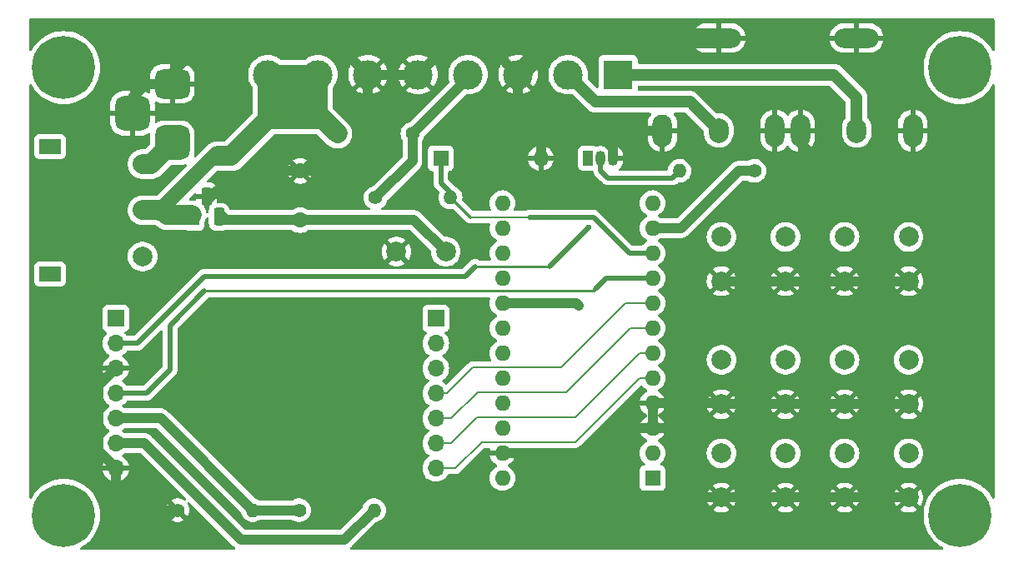
<source format=gbr>
%TF.GenerationSoftware,KiCad,Pcbnew,8.0.6*%
%TF.CreationDate,2025-01-26T17:36:12+01:00*%
%TF.ProjectId,cd-changer,63642d63-6861-46e6-9765-722e6b696361,rev?*%
%TF.SameCoordinates,Original*%
%TF.FileFunction,Copper,L1,Top*%
%TF.FilePolarity,Positive*%
%FSLAX46Y46*%
G04 Gerber Fmt 4.6, Leading zero omitted, Abs format (unit mm)*
G04 Created by KiCad (PCBNEW 8.0.6) date 2025-01-26 17:36:12*
%MOMM*%
%LPD*%
G01*
G04 APERTURE LIST*
G04 Aperture macros list*
%AMRoundRect*
0 Rectangle with rounded corners*
0 $1 Rounding radius*
0 $2 $3 $4 $5 $6 $7 $8 $9 X,Y pos of 4 corners*
0 Add a 4 corners polygon primitive as box body*
4,1,4,$2,$3,$4,$5,$6,$7,$8,$9,$2,$3,0*
0 Add four circle primitives for the rounded corners*
1,1,$1+$1,$2,$3*
1,1,$1+$1,$4,$5*
1,1,$1+$1,$6,$7*
1,1,$1+$1,$8,$9*
0 Add four rect primitives between the rounded corners*
20,1,$1+$1,$2,$3,$4,$5,0*
20,1,$1+$1,$4,$5,$6,$7,0*
20,1,$1+$1,$6,$7,$8,$9,0*
20,1,$1+$1,$8,$9,$2,$3,0*%
G04 Aperture macros list end*
%TA.AperFunction,Conductor*%
%ADD10C,0.200000*%
%TD*%
%TA.AperFunction,ComponentPad*%
%ADD11RoundRect,0.875000X-0.875000X0.875000X-0.875000X-0.875000X0.875000X-0.875000X0.875000X0.875000X0*%
%TD*%
%TA.AperFunction,ComponentPad*%
%ADD12RoundRect,0.750000X-1.000000X0.750000X-1.000000X-0.750000X1.000000X-0.750000X1.000000X0.750000X0*%
%TD*%
%TA.AperFunction,ComponentPad*%
%ADD13R,2.200000X1.500000*%
%TD*%
%TA.AperFunction,ComponentPad*%
%ADD14C,2.000000*%
%TD*%
%TA.AperFunction,ComponentPad*%
%ADD15O,2.000000X2.500000*%
%TD*%
%TA.AperFunction,ComponentPad*%
%ADD16O,2.000000X3.300000*%
%TD*%
%TA.AperFunction,ComponentPad*%
%ADD17O,4.500000X2.000000*%
%TD*%
%TA.AperFunction,ComponentPad*%
%ADD18C,6.400000*%
%TD*%
%TA.AperFunction,ComponentPad*%
%ADD19C,1.400000*%
%TD*%
%TA.AperFunction,ComponentPad*%
%ADD20O,1.400000X1.400000*%
%TD*%
%TA.AperFunction,ComponentPad*%
%ADD21R,3.000000X3.000000*%
%TD*%
%TA.AperFunction,ComponentPad*%
%ADD22C,3.000000*%
%TD*%
%TA.AperFunction,ComponentPad*%
%ADD23R,1.600000X1.600000*%
%TD*%
%TA.AperFunction,ComponentPad*%
%ADD24O,1.600000X1.600000*%
%TD*%
%TA.AperFunction,ComponentPad*%
%ADD25R,1.700000X1.700000*%
%TD*%
%TA.AperFunction,ComponentPad*%
%ADD26O,1.700000X1.700000*%
%TD*%
%TA.AperFunction,ComponentPad*%
%ADD27R,1.050000X1.500000*%
%TD*%
%TA.AperFunction,ComponentPad*%
%ADD28O,1.050000X1.500000*%
%TD*%
%TA.AperFunction,ComponentPad*%
%ADD29C,1.600000*%
%TD*%
%TA.AperFunction,ComponentPad*%
%ADD30R,1.100000X1.800000*%
%TD*%
%TA.AperFunction,ComponentPad*%
%ADD31RoundRect,0.275000X-0.275000X-0.625000X0.275000X-0.625000X0.275000X0.625000X-0.275000X0.625000X0*%
%TD*%
%TA.AperFunction,ViaPad*%
%ADD32C,0.600000*%
%TD*%
%TA.AperFunction,Conductor*%
%ADD33C,1.500000*%
%TD*%
%TA.AperFunction,Conductor*%
%ADD34C,2.000000*%
%TD*%
%TA.AperFunction,Conductor*%
%ADD35C,1.000000*%
%TD*%
%TA.AperFunction,Conductor*%
%ADD36C,0.500000*%
%TD*%
%TA.AperFunction,Conductor*%
%ADD37C,1.200000*%
%TD*%
%TA.AperFunction,Conductor*%
%ADD38C,0.250000*%
%TD*%
G04 APERTURE END LIST*
D10*
%TO.N,Net-(J5-Pin_7)*%
X139900000Y-73700000D02*
X139900000Y-73700000D01*
%TD*%
D11*
%TO.P,J6,1*%
%TO.N,Net-(SW1-A)*%
X125032500Y-76150000D03*
D12*
%TO.P,J6,2*%
%TO.N,GND*%
X125032500Y-70150000D03*
D11*
%TO.P,J6,3*%
X120982500Y-73150000D03*
%TD*%
D13*
%TO.P,SW1,*%
%TO.N,*%
X112602000Y-76523000D03*
X112602000Y-89477000D03*
D14*
%TO.P,SW1,1,A*%
%TO.N,Net-(SW1-A)*%
X122000000Y-78301000D03*
%TO.P,SW1,2,B*%
%TO.N,Net-(J5-Pin_7)*%
X122000000Y-83000000D03*
%TO.P,SW1,3,C*%
%TO.N,unconnected-(SW1-C-Pad3)*%
X122000000Y-87699000D03*
%TD*%
D15*
%TO.P,J2,1,In*%
%TO.N,Net-(J2-In)*%
X180500000Y-74898000D03*
D16*
%TO.P,J2,2,Ext*%
%TO.N,GND*%
X174785000Y-74898000D03*
X186215000Y-74898000D03*
D17*
X180500000Y-65500000D03*
%TD*%
D15*
%TO.P,J1,1,In*%
%TO.N,Net-(J1-In)*%
X194500000Y-74898000D03*
D16*
%TO.P,J1,2,Ext*%
%TO.N,GND*%
X188785000Y-74898000D03*
X200215000Y-74898000D03*
D17*
X194500000Y-65500000D03*
%TD*%
D18*
%TO.P,REF\u002A\u002A,1*%
%TO.N,N/C*%
X114000000Y-68500000D03*
%TD*%
D19*
%TO.P,R3,1*%
%TO.N,Net-(J5-Pin_4)*%
X145660000Y-81720000D03*
D20*
%TO.P,R3,2*%
%TO.N,Net-(D1-K)*%
X153280000Y-81720000D03*
%TD*%
D14*
%TO.P,SW5-Disc+1,1,1*%
%TO.N,Net-(U1-D18{slash}A0)*%
X193280000Y-98220000D03*
X199780000Y-98220000D03*
%TO.P,SW5-Disc+1,2,2*%
%TO.N,GND*%
X193280000Y-102720000D03*
X199780000Y-102720000D03*
%TD*%
D19*
%TO.P,R4,1*%
%TO.N,GND*%
X125570000Y-113500000D03*
D20*
%TO.P,R4,2*%
%TO.N,Net-(J3-Pin_5)*%
X133190000Y-113500000D03*
%TD*%
D18*
%TO.P,REF\u002A\u002A,1*%
%TO.N,N/C*%
X205000000Y-114000000D03*
%TD*%
D21*
%TO.P,J5,1,Pin_1*%
%TO.N,Net-(J1-In)*%
X170280000Y-69220000D03*
D22*
%TO.P,J5,2,Pin_2*%
%TO.N,Net-(J2-In)*%
X165200000Y-69220000D03*
%TO.P,J5,3,Pin_3*%
%TO.N,GND*%
X160120000Y-69220000D03*
%TO.P,J5,4,Pin_4*%
%TO.N,Net-(J5-Pin_4)*%
X155040000Y-69220000D03*
%TO.P,J5,5,Pin_5*%
%TO.N,GND*%
X149960000Y-69220000D03*
%TO.P,J5,6,Pin_6*%
X144880000Y-69220000D03*
%TO.P,J5,7,Pin_7*%
%TO.N,Net-(J5-Pin_7)*%
X139800000Y-69220000D03*
%TO.P,J5,8,Pin_8*%
X134720000Y-69220000D03*
%TD*%
D14*
%TO.P,C2,1*%
%TO.N,GND*%
X147780000Y-87220000D03*
%TO.P,C2,2*%
%TO.N,Net-(J3-Pin_6)*%
X152780000Y-87220000D03*
%TD*%
D19*
%TO.P,R5,1*%
%TO.N,Net-(J3-Pin_5)*%
X137880000Y-113500000D03*
D20*
%TO.P,R5,2*%
%TO.N,Net-(J3-Pin_6)*%
X145500000Y-113500000D03*
%TD*%
D14*
%TO.P,SW6-Disc-1,1,1*%
%TO.N,Net-(U1-D19{slash}A1)*%
X193280000Y-107720000D03*
X199780000Y-107720000D03*
%TO.P,SW6-Disc-1,2,2*%
%TO.N,GND*%
X193280000Y-112220000D03*
X199780000Y-112220000D03*
%TD*%
%TO.P,SW3-Tr+1,1,1*%
%TO.N,Net-(U1-D14)*%
X180780000Y-98220000D03*
X187280000Y-98220000D03*
%TO.P,SW3-Tr+1,2,2*%
%TO.N,GND*%
X180780000Y-102720000D03*
X187280000Y-102720000D03*
%TD*%
D19*
%TO.P,R2,1*%
%TO.N,Net-(J5-Pin_4)*%
X149400000Y-75220000D03*
D20*
%TO.P,R2,2*%
%TO.N,Net-(J5-Pin_7)*%
X141780000Y-75220000D03*
%TD*%
D23*
%TO.P,U1,1,D1/TX*%
%TO.N,unconnected-(U1-D1{slash}TX-Pad1)*%
X173780000Y-110220000D03*
D24*
%TO.P,U1,2,D0/RX*%
%TO.N,unconnected-(U1-D0{slash}RX-Pad2)*%
X173780000Y-107680000D03*
%TO.P,U1,3,GND*%
%TO.N,GND*%
X173780000Y-105140000D03*
%TO.P,U1,4,GND*%
X173780000Y-102600000D03*
%TO.P,U1,5,D2*%
%TO.N,Net-(J4-Pin_7)*%
X173780000Y-100060000D03*
%TO.P,U1,6,~D3*%
%TO.N,Net-(J4-Pin_6)*%
X173780000Y-97520000D03*
%TO.P,U1,7,D4/A6*%
%TO.N,Net-(J4-Pin_5)*%
X173780000Y-94980000D03*
%TO.P,U1,8,~D5*%
%TO.N,Net-(J4-Pin_4)*%
X173780000Y-92440000D03*
%TO.P,U1,9,~D6/A7*%
%TO.N,Net-(J3-Pin_4)*%
X173780000Y-89900000D03*
%TO.P,U1,10,D7*%
%TO.N,Net-(D1-K)*%
X173780000Y-87360000D03*
%TO.P,U1,11,D8/A8*%
%TO.N,Net-(U1-D8{slash}A8)*%
X173780000Y-84820000D03*
%TO.P,U1,12,~D9/A9*%
%TO.N,Net-(J3-Pin_2)*%
X173780000Y-82280000D03*
%TO.P,U1,13,~D10/A10*%
%TO.N,Net-(U1-~D10{slash}A10)*%
X158540000Y-82280000D03*
%TO.P,U1,14,D16*%
%TO.N,Net-(U1-D16)*%
X158540000Y-84820000D03*
%TO.P,U1,15,D14*%
%TO.N,Net-(U1-D14)*%
X158540000Y-87360000D03*
%TO.P,U1,16,D15*%
%TO.N,Net-(U1-D15)*%
X158540000Y-89900000D03*
%TO.P,U1,17,D18/A0*%
%TO.N,Net-(U1-D18{slash}A0)*%
X158540000Y-92440000D03*
%TO.P,U1,18,D19/A1*%
%TO.N,Net-(U1-D19{slash}A1)*%
X158540000Y-94980000D03*
%TO.P,U1,19,D20/A2*%
%TO.N,unconnected-(U1-D20{slash}A2-Pad19)*%
X158540000Y-97520000D03*
%TO.P,U1,20,D21/A3*%
%TO.N,unconnected-(U1-D21{slash}A3-Pad20)*%
X158540000Y-100060000D03*
%TO.P,U1,21,VCC*%
%TO.N,Net-(J3-Pin_6)*%
X158540000Y-102600000D03*
%TO.P,U1,22,RST*%
%TO.N,unconnected-(U1-RST-Pad22)*%
X158540000Y-105140000D03*
%TO.P,U1,23,GND*%
%TO.N,GND*%
X158540000Y-107680000D03*
%TO.P,U1,24,RAW*%
%TO.N,unconnected-(U1-RAW-Pad24)*%
X158540000Y-110220000D03*
%TD*%
D25*
%TO.P,J4,1,Pin_1*%
%TO.N,unconnected-(J4-Pin_1-Pad1)*%
X151780000Y-94000000D03*
D26*
%TO.P,J4,2,Pin_2*%
%TO.N,unconnected-(J4-Pin_2-Pad2)*%
X151780000Y-96540000D03*
%TO.P,J4,3,Pin_3*%
%TO.N,unconnected-(J4-Pin_3-Pad3)*%
X151780000Y-99080000D03*
%TO.P,J4,4,Pin_4*%
%TO.N,Net-(J4-Pin_4)*%
X151780000Y-101620000D03*
%TO.P,J4,5,Pin_5*%
%TO.N,Net-(J4-Pin_5)*%
X151780000Y-104160000D03*
%TO.P,J4,6,Pin_6*%
%TO.N,Net-(J4-Pin_6)*%
X151780000Y-106700000D03*
%TO.P,J4,7,Pin_7*%
%TO.N,Net-(J4-Pin_7)*%
X151780000Y-109240000D03*
%TD*%
D18*
%TO.P,REF\u002A\u002A,1*%
%TO.N,N/C*%
X114000000Y-114000000D03*
%TD*%
D14*
%TO.P,SW2-Stop1,1,1*%
%TO.N,Net-(U1-D16)*%
X193280000Y-85720000D03*
X199780000Y-85720000D03*
%TO.P,SW2-Stop1,2,2*%
%TO.N,GND*%
X193280000Y-90220000D03*
X199780000Y-90220000D03*
%TD*%
%TO.P,SW4-Tr-1,1,1*%
%TO.N,Net-(U1-D15)*%
X180780000Y-107720000D03*
X187280000Y-107720000D03*
%TO.P,SW4-Tr-1,2,2*%
%TO.N,GND*%
X180780000Y-112220000D03*
X187280000Y-112220000D03*
%TD*%
D27*
%TO.P,Q1,1,C*%
%TO.N,Net-(J5-Pin_4)*%
X167240000Y-77720000D03*
D28*
%TO.P,Q1,2,B*%
%TO.N,Net-(Q1-B)*%
X168510000Y-77720000D03*
%TO.P,Q1,3,E*%
%TO.N,GND*%
X169780000Y-77720000D03*
%TD*%
D25*
%TO.P,J3,1,Pin_1*%
%TO.N,unconnected-(J3-Pin_1-Pad1)*%
X119280000Y-93995000D03*
D26*
%TO.P,J3,2,Pin_2*%
%TO.N,Net-(J3-Pin_2)*%
X119280000Y-96535000D03*
%TO.P,J3,3,Pin_3*%
%TO.N,GND*%
X119280000Y-99075000D03*
%TO.P,J3,4,Pin_4*%
%TO.N,Net-(J3-Pin_4)*%
X119280000Y-101615000D03*
%TO.P,J3,5,Pin_5*%
%TO.N,Net-(J3-Pin_5)*%
X119280000Y-104155000D03*
%TO.P,J3,6,Pin_6*%
%TO.N,Net-(J3-Pin_6)*%
X119280000Y-106695000D03*
%TO.P,J3,7,Pin_7*%
%TO.N,GND*%
X119280000Y-109235000D03*
%TD*%
D29*
%TO.P,C1,1*%
%TO.N,Net-(J3-Pin_6)*%
X138000000Y-84000000D03*
%TO.P,C1,2*%
%TO.N,GND*%
X138000000Y-79000000D03*
%TD*%
D23*
%TO.P,D1,1,K*%
%TO.N,Net-(D1-K)*%
X152280000Y-77720000D03*
D24*
%TO.P,D1,2,A*%
%TO.N,GND*%
X162440000Y-77720000D03*
%TD*%
D14*
%TO.P,SW1-Play1,1,1*%
%TO.N,Net-(U1-~D10{slash}A10)*%
X180780000Y-85720000D03*
X187280000Y-85720000D03*
%TO.P,SW1-Play1,2,2*%
%TO.N,GND*%
X180780000Y-90220000D03*
X187280000Y-90220000D03*
%TD*%
D30*
%TO.P,U2,1,IN*%
%TO.N,Net-(J5-Pin_7)*%
X127230000Y-83670000D03*
D31*
%TO.P,U2,2,GND*%
%TO.N,GND*%
X128500000Y-81600000D03*
%TO.P,U2,3,OUT*%
%TO.N,Net-(J3-Pin_6)*%
X129770000Y-83670000D03*
%TD*%
D18*
%TO.P,REF\u002A\u002A,1*%
%TO.N,N/C*%
X205000000Y-68500000D03*
%TD*%
D19*
%TO.P,R1,1*%
%TO.N,Net-(U1-D8{slash}A8)*%
X184120000Y-79000000D03*
D20*
%TO.P,R1,2*%
%TO.N,Net-(Q1-B)*%
X176500000Y-79000000D03*
%TD*%
D32*
%TO.N,Net-(J5-Pin_7)*%
X124023000Y-83023000D03*
X133000000Y-75500000D03*
%TO.N,Net-(J3-Pin_2)*%
X167280000Y-84720000D03*
%TO.N,Net-(U1-D18{slash}A0)*%
X166280000Y-92720000D03*
%TD*%
D33*
%TO.N,Net-(J5-Pin_7)*%
X129606416Y-77500000D02*
X129261500Y-77500000D01*
X129261500Y-77500000D02*
X123738500Y-83023000D01*
D34*
X139260000Y-73780000D02*
X140340000Y-73780000D01*
X140340000Y-73780000D02*
X141780000Y-75220000D01*
X134720000Y-70700000D02*
X134720000Y-72300000D01*
X139800000Y-69220000D02*
X139800000Y-70900000D01*
X139600000Y-70700000D02*
X139800000Y-70900000D01*
X134720000Y-69220000D02*
X134720000Y-70700000D01*
X134720000Y-70700000D02*
X139600000Y-70700000D01*
X139800000Y-70900000D02*
X139800000Y-72400000D01*
X134720000Y-72300000D02*
X134720000Y-73780000D01*
X134720000Y-72300000D02*
X139700000Y-72300000D01*
X139800000Y-72400000D02*
X139800000Y-73240000D01*
X139700000Y-72300000D02*
X139800000Y-72400000D01*
X134720000Y-73780000D02*
X139260000Y-73780000D01*
X139260000Y-73780000D02*
X139800000Y-73240000D01*
D10*
%TO.N,Net-(J4-Pin_4)*%
X151780000Y-101620000D02*
X152880000Y-101620000D01*
X152880000Y-101620000D02*
X155540000Y-98960000D01*
X155540000Y-98960000D02*
X164540000Y-98960000D01*
X164540000Y-98960000D02*
X171060000Y-92440000D01*
X171060000Y-92440000D02*
X173780000Y-92440000D01*
%TO.N,Net-(J4-Pin_5)*%
X151780000Y-104160000D02*
X153340000Y-104160000D01*
X156000000Y-101500000D02*
X165000000Y-101500000D01*
X171520000Y-94980000D02*
X173780000Y-94980000D01*
X153340000Y-104160000D02*
X156000000Y-101500000D01*
X165000000Y-101500000D02*
X171520000Y-94980000D01*
%TO.N,Net-(J4-Pin_6)*%
X151780000Y-106700000D02*
X153300000Y-106700000D01*
X153300000Y-106700000D02*
X155960000Y-104040000D01*
X155960000Y-104040000D02*
X165960000Y-104040000D01*
X165960000Y-104040000D02*
X172480000Y-97520000D01*
X172480000Y-97520000D02*
X173780000Y-97520000D01*
%TO.N,Net-(J4-Pin_7)*%
X151780000Y-109240000D02*
X153760000Y-109240000D01*
X153760000Y-109240000D02*
X156420000Y-106580000D01*
X172440000Y-100060000D02*
X173780000Y-100060000D01*
X156420000Y-106580000D02*
X165920000Y-106580000D01*
X165920000Y-106580000D02*
X172440000Y-100060000D01*
D35*
%TO.N,Net-(J3-Pin_6)*%
X119280000Y-106695000D02*
X122195000Y-106695000D01*
X122195000Y-106695000D02*
X132000000Y-116500000D01*
X132000000Y-116500000D02*
X142500000Y-116500000D01*
X142500000Y-116500000D02*
X145500000Y-113500000D01*
%TO.N,GND*%
X125570000Y-113500000D02*
X121500000Y-113500000D01*
X121500000Y-113500000D02*
X119280000Y-111280000D01*
X119280000Y-111280000D02*
X119280000Y-109235000D01*
X119280000Y-99075000D02*
X117500000Y-100855000D01*
X117500000Y-100855000D02*
X117500000Y-107455000D01*
X117500000Y-107455000D02*
X119280000Y-109235000D01*
%TO.N,Net-(J3-Pin_5)*%
X133190000Y-113500000D02*
X123845000Y-104155000D01*
X123845000Y-104155000D02*
X119280000Y-104155000D01*
D36*
%TO.N,Net-(J3-Pin_2)*%
X155780000Y-88720000D02*
X154780000Y-89720000D01*
X154780000Y-89720000D02*
X128280000Y-89720000D01*
X128280000Y-89720000D02*
X121465000Y-96535000D01*
X121465000Y-96535000D02*
X119280000Y-96535000D01*
%TO.N,Net-(J3-Pin_4)*%
X128280000Y-91220000D02*
X124780000Y-94720000D01*
X124780000Y-94720000D02*
X124780000Y-99220000D01*
X124780000Y-99220000D02*
X122385000Y-101615000D01*
X122385000Y-101615000D02*
X119280000Y-101615000D01*
D35*
%TO.N,GND*%
X190780000Y-78220000D02*
X188785000Y-76225000D01*
X188785000Y-76225000D02*
X188785000Y-74898000D01*
D34*
%TO.N,Net-(SW1-A)*%
X122000000Y-78301000D02*
X122881500Y-78301000D01*
X122881500Y-78301000D02*
X125032500Y-76150000D01*
%TO.N,Net-(J5-Pin_7)*%
X123738500Y-83023000D02*
X123715500Y-83000000D01*
X123715500Y-83000000D02*
X122000000Y-83000000D01*
%TO.N,GND*%
X180500000Y-65500000D02*
X163840000Y-65500000D01*
X163840000Y-65500000D02*
X160120000Y-69220000D01*
D35*
X121000000Y-73132500D02*
X121000000Y-71500000D01*
X120982500Y-73150000D02*
X121000000Y-73132500D01*
X121000000Y-71500000D02*
X122350000Y-70150000D01*
X122350000Y-70150000D02*
X125032500Y-70150000D01*
X167780000Y-74720000D02*
X167958000Y-74898000D01*
X167958000Y-74898000D02*
X174785000Y-74898000D01*
%TO.N,Net-(U1-D8{slash}A8)*%
X173780000Y-84820000D02*
X176680000Y-84820000D01*
X176680000Y-84820000D02*
X182500000Y-79000000D01*
X182500000Y-79000000D02*
X184120000Y-79000000D01*
D36*
%TO.N,Net-(Q1-B)*%
X168510000Y-77720000D02*
X168510000Y-78950000D01*
X168510000Y-78950000D02*
X169280000Y-79720000D01*
X175780000Y-79720000D02*
X176500000Y-79000000D01*
X169280000Y-79720000D02*
X175780000Y-79720000D01*
D37*
%TO.N,Net-(J1-In)*%
X170280000Y-69220000D02*
X192220000Y-69220000D01*
X192220000Y-69220000D02*
X194500000Y-71500000D01*
X194500000Y-71500000D02*
X194500000Y-74898000D01*
%TO.N,Net-(J2-In)*%
X165200000Y-69220000D02*
X167980000Y-72000000D01*
X167980000Y-72000000D02*
X177602000Y-72000000D01*
X177602000Y-72000000D02*
X180500000Y-74898000D01*
D34*
%TO.N,Net-(J5-Pin_7)*%
X127000000Y-83500000D02*
X124500000Y-83500000D01*
X124500000Y-83500000D02*
X124023000Y-83023000D01*
D10*
X127230000Y-83270000D02*
X127000000Y-83500000D01*
D34*
X134720000Y-73780000D02*
X131000000Y-77500000D01*
X131000000Y-77500000D02*
X129606416Y-77500000D01*
D35*
%TO.N,Net-(J3-Pin_6)*%
X138000000Y-84000000D02*
X149560000Y-84000000D01*
X149560000Y-84000000D02*
X152780000Y-87220000D01*
%TO.N,GND*%
X129500000Y-81000000D02*
X133000000Y-81000000D01*
X128500000Y-82000000D02*
X129500000Y-81000000D01*
X133000000Y-81000000D02*
X135000000Y-79000000D01*
X135000000Y-79000000D02*
X138000000Y-79000000D01*
X138000000Y-79000000D02*
X142500000Y-79000000D01*
X142500000Y-79000000D02*
X144880000Y-76620000D01*
%TO.N,Net-(J3-Pin_6)*%
X129770000Y-83270000D02*
X130500000Y-84000000D01*
X130500000Y-84000000D02*
X138000000Y-84000000D01*
D10*
%TO.N,GND*%
X125032500Y-70150000D02*
X125032500Y-68967500D01*
D35*
X125032500Y-68967500D02*
X128000000Y-66000000D01*
X128000000Y-66000000D02*
X141660000Y-66000000D01*
X141660000Y-66000000D02*
X144880000Y-69220000D01*
X157620000Y-66720000D02*
X152460000Y-66720000D01*
X162280000Y-74720000D02*
X162440000Y-74880000D01*
X160120000Y-72560000D02*
X162280000Y-74720000D01*
X190780000Y-102720000D02*
X190780000Y-101720000D01*
X176700000Y-105140000D02*
X177280000Y-105720000D01*
X190780000Y-102720000D02*
X199780000Y-102720000D01*
X169780000Y-76720000D02*
X167780000Y-74720000D01*
X190780000Y-78220000D02*
X190780000Y-90220000D01*
X190780000Y-112220000D02*
X190780000Y-101720000D01*
X187280000Y-102720000D02*
X190780000Y-102720000D01*
X160120000Y-69220000D02*
X157620000Y-66720000D01*
X144880000Y-69220000D02*
X144880000Y-76620000D01*
X173780000Y-105140000D02*
X176700000Y-105140000D01*
X172360000Y-105140000D02*
X173780000Y-105140000D01*
X162440000Y-74880000D02*
X162440000Y-77720000D01*
X177280000Y-111720000D02*
X177780000Y-112220000D01*
X152460000Y-66720000D02*
X149960000Y-69220000D01*
X190780000Y-90220000D02*
X187280000Y-90220000D01*
X169780000Y-107720000D02*
X172360000Y-105140000D01*
X173780000Y-102600000D02*
X173780000Y-105140000D01*
X169780000Y-77720000D02*
X169780000Y-76720000D01*
X190780000Y-90220000D02*
X199780000Y-90220000D01*
X177280000Y-105720000D02*
X177280000Y-111720000D01*
X158540000Y-107680000D02*
X169740000Y-107680000D01*
X177780000Y-112220000D02*
X180780000Y-112220000D01*
X167780000Y-74720000D02*
X162280000Y-74720000D01*
X180780000Y-112220000D02*
X187280000Y-112220000D01*
X190780000Y-101720000D02*
X190780000Y-90220000D01*
X190780000Y-112220000D02*
X199780000Y-112220000D01*
X180780000Y-102720000D02*
X187280000Y-102720000D01*
X173780000Y-102600000D02*
X180660000Y-102600000D01*
X180660000Y-102600000D02*
X180780000Y-102720000D01*
X180780000Y-90220000D02*
X187280000Y-90220000D01*
X144880000Y-69220000D02*
X149960000Y-69220000D01*
X169740000Y-107680000D02*
X169780000Y-107720000D01*
X187280000Y-112220000D02*
X190780000Y-112220000D01*
X160120000Y-69220000D02*
X160120000Y-72560000D01*
D38*
%TO.N,Net-(D1-K)*%
X155255000Y-83695000D02*
X153280000Y-81720000D01*
D36*
X167780000Y-83720000D02*
X171420000Y-87360000D01*
D10*
X161255000Y-83695000D02*
X155255000Y-83695000D01*
D38*
X161280000Y-83720000D02*
X161255000Y-83695000D01*
D36*
X171420000Y-87360000D02*
X173780000Y-87360000D01*
X152280000Y-80220000D02*
X152280000Y-77720000D01*
X153280000Y-81220000D02*
X152280000Y-80220000D01*
X161280000Y-83720000D02*
X167780000Y-83720000D01*
X153280000Y-81720000D02*
X153280000Y-81220000D01*
D38*
%TO.N,Net-(J3-Pin_2)*%
X163280000Y-88720000D02*
X155780000Y-88720000D01*
D36*
X167280000Y-84720000D02*
X163280000Y-88720000D01*
%TO.N,Net-(J3-Pin_4)*%
X169100000Y-89900000D02*
X168000000Y-91000000D01*
D38*
X167780000Y-91220000D02*
X128280000Y-91220000D01*
X168000000Y-91000000D02*
X167780000Y-91220000D01*
D36*
X173780000Y-89900000D02*
X169100000Y-89900000D01*
D35*
%TO.N,Net-(J3-Pin_5)*%
X133190000Y-113500000D02*
X137880000Y-113500000D01*
D34*
%TO.N,Net-(J5-Pin_7)*%
X139800000Y-73240000D02*
X141780000Y-75220000D01*
X134720000Y-69220000D02*
X139800000Y-69220000D01*
D35*
%TO.N,Net-(J5-Pin_4)*%
X155040000Y-69580000D02*
X155040000Y-69220000D01*
X149400000Y-77980000D02*
X149400000Y-75220000D01*
X145660000Y-81720000D02*
X149400000Y-77980000D01*
X149400000Y-75220000D02*
X155040000Y-69580000D01*
%TO.N,Net-(U1-D18{slash}A0)*%
X166280000Y-92720000D02*
X166000000Y-92440000D01*
X166000000Y-92440000D02*
X158540000Y-92440000D01*
%TD*%
%TA.AperFunction,Conductor*%
%TO.N,GND*%
G36*
X128750000Y-82805001D02*
G01*
X128743042Y-82845955D01*
X128734159Y-82871340D01*
X128734157Y-82871348D01*
X128719500Y-83001441D01*
X128719500Y-83189048D01*
X128699815Y-83256087D01*
X128647011Y-83301842D01*
X128577853Y-83311786D01*
X128514297Y-83282761D01*
X128476523Y-83223983D01*
X128473027Y-83208446D01*
X128463553Y-83148631D01*
X128415730Y-83001448D01*
X128390568Y-82924008D01*
X128390566Y-82924005D01*
X128390566Y-82924003D01*
X128324477Y-82794297D01*
X128288936Y-82724544D01*
X128276132Y-82681504D01*
X128274091Y-82662516D01*
X128257818Y-82618886D01*
X128250000Y-82575553D01*
X128250000Y-82280330D01*
X128269745Y-82300075D01*
X128355255Y-82349444D01*
X128450630Y-82375000D01*
X128549370Y-82375000D01*
X128644745Y-82349444D01*
X128730255Y-82300075D01*
X128750000Y-82280330D01*
X128750000Y-82805001D01*
G37*
%TD.AperFunction*%
%TA.AperFunction,Conductor*%
G36*
X188285000Y-75148000D02*
G01*
X186715000Y-75148000D01*
X186715000Y-74648000D01*
X188285000Y-74648000D01*
X188285000Y-75148000D01*
G37*
%TD.AperFunction*%
%TA.AperFunction,Conductor*%
G36*
X208442539Y-63520185D02*
G01*
X208488294Y-63572989D01*
X208499500Y-63624500D01*
X208499500Y-66700606D01*
X208479815Y-66767645D01*
X208427011Y-66813400D01*
X208357853Y-66823344D01*
X208294297Y-66794319D01*
X208265015Y-66756901D01*
X208209122Y-66647206D01*
X207997877Y-66321917D01*
X207753784Y-66020488D01*
X207753781Y-66020484D01*
X207479516Y-65746219D01*
X207178084Y-65502124D01*
X207178082Y-65502122D01*
X206852793Y-65290877D01*
X206507197Y-65114787D01*
X206145094Y-64975788D01*
X206145087Y-64975786D01*
X205770433Y-64875398D01*
X205770429Y-64875397D01*
X205770428Y-64875397D01*
X205387339Y-64814722D01*
X205000001Y-64794422D01*
X204999999Y-64794422D01*
X204612660Y-64814722D01*
X204229572Y-64875397D01*
X204229570Y-64875397D01*
X203854905Y-64975788D01*
X203492802Y-65114787D01*
X203147206Y-65290877D01*
X202821917Y-65502122D01*
X202520488Y-65746215D01*
X202520480Y-65746222D01*
X202246222Y-66020480D01*
X202246215Y-66020488D01*
X202002122Y-66321917D01*
X201790877Y-66647206D01*
X201614787Y-66992802D01*
X201475788Y-67354905D01*
X201375397Y-67729570D01*
X201375397Y-67729572D01*
X201314722Y-68112660D01*
X201294422Y-68499999D01*
X201294422Y-68500000D01*
X201313289Y-68860005D01*
X201314722Y-68887338D01*
X201375398Y-69270433D01*
X201421284Y-69441684D01*
X201475788Y-69645094D01*
X201614787Y-70007197D01*
X201790877Y-70352793D01*
X202002122Y-70678082D01*
X202122723Y-70827011D01*
X202246219Y-70979516D01*
X202520484Y-71253781D01*
X202576588Y-71299213D01*
X202821917Y-71497877D01*
X203139835Y-71704335D01*
X203147211Y-71709125D01*
X203492806Y-71885214D01*
X203854913Y-72024214D01*
X204229567Y-72124602D01*
X204612662Y-72185278D01*
X204978576Y-72204455D01*
X204999999Y-72205578D01*
X205000000Y-72205578D01*
X205000001Y-72205578D01*
X205020301Y-72204514D01*
X205387338Y-72185278D01*
X205770433Y-72124602D01*
X206145087Y-72024214D01*
X206507194Y-71885214D01*
X206852789Y-71709125D01*
X207178084Y-71497876D01*
X207479516Y-71253781D01*
X207753781Y-70979516D01*
X207997876Y-70678084D01*
X208209125Y-70352789D01*
X208265015Y-70243097D01*
X208312989Y-70192302D01*
X208380810Y-70175507D01*
X208446945Y-70198044D01*
X208490397Y-70252759D01*
X208499500Y-70299393D01*
X208499500Y-112200606D01*
X208479815Y-112267645D01*
X208427011Y-112313400D01*
X208357853Y-112323344D01*
X208294297Y-112294319D01*
X208265015Y-112256901D01*
X208236331Y-112200606D01*
X208209125Y-112147211D01*
X207997876Y-111821916D01*
X207753781Y-111520484D01*
X207479516Y-111246219D01*
X207445164Y-111218401D01*
X207178082Y-111002122D01*
X206852793Y-110790877D01*
X206507197Y-110614787D01*
X206145094Y-110475788D01*
X206145087Y-110475786D01*
X205770433Y-110375398D01*
X205770429Y-110375397D01*
X205770428Y-110375397D01*
X205387339Y-110314722D01*
X205000001Y-110294422D01*
X204999999Y-110294422D01*
X204612660Y-110314722D01*
X204229572Y-110375397D01*
X204229570Y-110375397D01*
X203854905Y-110475788D01*
X203492802Y-110614787D01*
X203147206Y-110790877D01*
X202821917Y-111002122D01*
X202520488Y-111246215D01*
X202520480Y-111246222D01*
X202246222Y-111520480D01*
X202246215Y-111520488D01*
X202002122Y-111821917D01*
X201790877Y-112147206D01*
X201614787Y-112492802D01*
X201475788Y-112854905D01*
X201375397Y-113229570D01*
X201375397Y-113229572D01*
X201314722Y-113612660D01*
X201294422Y-113999999D01*
X201294422Y-114000000D01*
X201314722Y-114387339D01*
X201375397Y-114770427D01*
X201375397Y-114770429D01*
X201475788Y-115145094D01*
X201614787Y-115507197D01*
X201790877Y-115852793D01*
X202002122Y-116178082D01*
X202002124Y-116178084D01*
X202246219Y-116479516D01*
X202520484Y-116753781D01*
X202520488Y-116753784D01*
X202821917Y-116997877D01*
X203037352Y-117137782D01*
X203147211Y-117209125D01*
X203256902Y-117265015D01*
X203307698Y-117312989D01*
X203324493Y-117380810D01*
X203301956Y-117446945D01*
X203247241Y-117490397D01*
X203200607Y-117499500D01*
X143213392Y-117499500D01*
X143146353Y-117479815D01*
X143100598Y-117427011D01*
X143090654Y-117357853D01*
X143119679Y-117294297D01*
X143134725Y-117279648D01*
X143137776Y-117277142D01*
X143137782Y-117277139D01*
X143277139Y-117137782D01*
X143277139Y-117137780D01*
X143287347Y-117127573D01*
X143287348Y-117127570D01*
X145710991Y-114703928D01*
X145772312Y-114670445D01*
X145775844Y-114669730D01*
X145829940Y-114659618D01*
X146037401Y-114579247D01*
X146226562Y-114462124D01*
X146390981Y-114312236D01*
X146525058Y-114134689D01*
X146624229Y-113935528D01*
X146685115Y-113721536D01*
X146705643Y-113500000D01*
X146685115Y-113278464D01*
X146624229Y-113064472D01*
X146560441Y-112936369D01*
X146525061Y-112865316D01*
X146525056Y-112865308D01*
X146390979Y-112687761D01*
X146226562Y-112537876D01*
X146226560Y-112537874D01*
X146037404Y-112420754D01*
X146037398Y-112420752D01*
X145829940Y-112340382D01*
X145611243Y-112299500D01*
X145388757Y-112299500D01*
X145170060Y-112340382D01*
X145079026Y-112375649D01*
X144962601Y-112420752D01*
X144962595Y-112420754D01*
X144773439Y-112537874D01*
X144773437Y-112537876D01*
X144609020Y-112687761D01*
X144474943Y-112865308D01*
X144474936Y-112865320D01*
X144375775Y-113064462D01*
X144375768Y-113064480D01*
X144326986Y-113235931D01*
X144295401Y-113289677D01*
X142121899Y-115463181D01*
X142060576Y-115496666D01*
X142034218Y-115499500D01*
X132465782Y-115499500D01*
X132398743Y-115479815D01*
X132378101Y-115463181D01*
X122976479Y-106061559D01*
X122976459Y-106061537D01*
X122832785Y-105917863D01*
X122832781Y-105917860D01*
X122668920Y-105808371D01*
X122668911Y-105808366D01*
X122585683Y-105773892D01*
X122540165Y-105755038D01*
X122513500Y-105743993D01*
X122486837Y-105732949D01*
X122486833Y-105732947D01*
X122318677Y-105699500D01*
X122318675Y-105699499D01*
X122293541Y-105694500D01*
X120240758Y-105694500D01*
X120173719Y-105674815D01*
X120153077Y-105658181D01*
X120151402Y-105656506D01*
X120151396Y-105656501D01*
X119965842Y-105526575D01*
X119922217Y-105471998D01*
X119915023Y-105402500D01*
X119946546Y-105340145D01*
X119965842Y-105323425D01*
X120007302Y-105294394D01*
X120151401Y-105193495D01*
X120153077Y-105191819D01*
X120153995Y-105191317D01*
X120155544Y-105190018D01*
X120155805Y-105190329D01*
X120214400Y-105158334D01*
X120240758Y-105155500D01*
X123379218Y-105155500D01*
X123446257Y-105175185D01*
X123466899Y-105191819D01*
X131985400Y-113710321D01*
X132016985Y-113764067D01*
X132065768Y-113935519D01*
X132065775Y-113935537D01*
X132164936Y-114134679D01*
X132164943Y-114134691D01*
X132299020Y-114312238D01*
X132463437Y-114462123D01*
X132463439Y-114462125D01*
X132652595Y-114579245D01*
X132652596Y-114579245D01*
X132652599Y-114579247D01*
X132860060Y-114659618D01*
X133078757Y-114700500D01*
X133078759Y-114700500D01*
X133301241Y-114700500D01*
X133301243Y-114700500D01*
X133519940Y-114659618D01*
X133727401Y-114579247D01*
X133824586Y-114519073D01*
X133889863Y-114500500D01*
X137180137Y-114500500D01*
X137245414Y-114519073D01*
X137342595Y-114579245D01*
X137342596Y-114579245D01*
X137342599Y-114579247D01*
X137550060Y-114659618D01*
X137768757Y-114700500D01*
X137768759Y-114700500D01*
X137991241Y-114700500D01*
X137991243Y-114700500D01*
X138209940Y-114659618D01*
X138417401Y-114579247D01*
X138606562Y-114462124D01*
X138770981Y-114312236D01*
X138905058Y-114134689D01*
X139004229Y-113935528D01*
X139065115Y-113721536D01*
X139085643Y-113500000D01*
X139065115Y-113278464D01*
X139004229Y-113064472D01*
X138940441Y-112936369D01*
X138905061Y-112865316D01*
X138905056Y-112865308D01*
X138770979Y-112687761D01*
X138606562Y-112537876D01*
X138606560Y-112537874D01*
X138417404Y-112420754D01*
X138417398Y-112420752D01*
X138209940Y-112340382D01*
X137991243Y-112299500D01*
X137768757Y-112299500D01*
X137550060Y-112340382D01*
X137459026Y-112375649D01*
X137342601Y-112420752D01*
X137342595Y-112420754D01*
X137245414Y-112480927D01*
X137180137Y-112499500D01*
X133889863Y-112499500D01*
X133824586Y-112480927D01*
X133727404Y-112420754D01*
X133727398Y-112420751D01*
X133585536Y-112365794D01*
X133519940Y-112340382D01*
X133519936Y-112340381D01*
X133519931Y-112340380D01*
X133465884Y-112330276D01*
X133403604Y-112298607D01*
X133400990Y-112296069D01*
X133324915Y-112219994D01*
X179274859Y-112219994D01*
X179274859Y-112220005D01*
X179295385Y-112467729D01*
X179295387Y-112467738D01*
X179356412Y-112708717D01*
X179456266Y-112936364D01*
X179556564Y-113089882D01*
X180256212Y-112390234D01*
X180267482Y-112432292D01*
X180339890Y-112557708D01*
X180442292Y-112660110D01*
X180567708Y-112732518D01*
X180609765Y-112743787D01*
X179909942Y-113443609D01*
X179956768Y-113480055D01*
X179956770Y-113480056D01*
X180175385Y-113598364D01*
X180175396Y-113598369D01*
X180410506Y-113679083D01*
X180655707Y-113720000D01*
X180904293Y-113720000D01*
X181149493Y-113679083D01*
X181384603Y-113598369D01*
X181384614Y-113598364D01*
X181603228Y-113480057D01*
X181603231Y-113480055D01*
X181650056Y-113443609D01*
X180950234Y-112743787D01*
X180992292Y-112732518D01*
X181117708Y-112660110D01*
X181220110Y-112557708D01*
X181292518Y-112432292D01*
X181303787Y-112390234D01*
X182003434Y-113089882D01*
X182103731Y-112936369D01*
X182203587Y-112708717D01*
X182264612Y-112467738D01*
X182264614Y-112467729D01*
X182285141Y-112220005D01*
X182285141Y-112219994D01*
X185774859Y-112219994D01*
X185774859Y-112220005D01*
X185795385Y-112467729D01*
X185795387Y-112467738D01*
X185856412Y-112708717D01*
X185956266Y-112936364D01*
X186056564Y-113089882D01*
X186756212Y-112390234D01*
X186767482Y-112432292D01*
X186839890Y-112557708D01*
X186942292Y-112660110D01*
X187067708Y-112732518D01*
X187109765Y-112743787D01*
X186409942Y-113443609D01*
X186456768Y-113480055D01*
X186456770Y-113480056D01*
X186675385Y-113598364D01*
X186675396Y-113598369D01*
X186910506Y-113679083D01*
X187155707Y-113720000D01*
X187404293Y-113720000D01*
X187649493Y-113679083D01*
X187884603Y-113598369D01*
X187884614Y-113598364D01*
X188103228Y-113480057D01*
X188103231Y-113480055D01*
X188150056Y-113443609D01*
X187450234Y-112743787D01*
X187492292Y-112732518D01*
X187617708Y-112660110D01*
X187720110Y-112557708D01*
X187792518Y-112432292D01*
X187803787Y-112390234D01*
X188503434Y-113089882D01*
X188603731Y-112936369D01*
X188703587Y-112708717D01*
X188764612Y-112467738D01*
X188764614Y-112467729D01*
X188785141Y-112220005D01*
X188785141Y-112219994D01*
X191774859Y-112219994D01*
X191774859Y-112220005D01*
X191795385Y-112467729D01*
X191795387Y-112467738D01*
X191856412Y-112708717D01*
X191956266Y-112936364D01*
X192056564Y-113089882D01*
X192756212Y-112390234D01*
X192767482Y-112432292D01*
X192839890Y-112557708D01*
X192942292Y-112660110D01*
X193067708Y-112732518D01*
X193109765Y-112743787D01*
X192409942Y-113443609D01*
X192456768Y-113480055D01*
X192456770Y-113480056D01*
X192675385Y-113598364D01*
X192675396Y-113598369D01*
X192910506Y-113679083D01*
X193155707Y-113720000D01*
X193404293Y-113720000D01*
X193649493Y-113679083D01*
X193884603Y-113598369D01*
X193884614Y-113598364D01*
X194103228Y-113480057D01*
X194103231Y-113480055D01*
X194150056Y-113443609D01*
X193450234Y-112743787D01*
X193492292Y-112732518D01*
X193617708Y-112660110D01*
X193720110Y-112557708D01*
X193792518Y-112432292D01*
X193803787Y-112390235D01*
X194503434Y-113089882D01*
X194603731Y-112936369D01*
X194703587Y-112708717D01*
X194764612Y-112467738D01*
X194764614Y-112467729D01*
X194785141Y-112220005D01*
X194785141Y-112219994D01*
X198274859Y-112219994D01*
X198274859Y-112220005D01*
X198295385Y-112467729D01*
X198295387Y-112467738D01*
X198356412Y-112708717D01*
X198456266Y-112936364D01*
X198556564Y-113089882D01*
X199256212Y-112390234D01*
X199267482Y-112432292D01*
X199339890Y-112557708D01*
X199442292Y-112660110D01*
X199567708Y-112732518D01*
X199609765Y-112743787D01*
X198909942Y-113443609D01*
X198956768Y-113480055D01*
X198956770Y-113480056D01*
X199175385Y-113598364D01*
X199175396Y-113598369D01*
X199410506Y-113679083D01*
X199655707Y-113720000D01*
X199904293Y-113720000D01*
X200149493Y-113679083D01*
X200384603Y-113598369D01*
X200384614Y-113598364D01*
X200603228Y-113480057D01*
X200603231Y-113480055D01*
X200650056Y-113443609D01*
X199950234Y-112743787D01*
X199992292Y-112732518D01*
X200117708Y-112660110D01*
X200220110Y-112557708D01*
X200292518Y-112432292D01*
X200303787Y-112390235D01*
X201003434Y-113089882D01*
X201103731Y-112936369D01*
X201203587Y-112708717D01*
X201264612Y-112467738D01*
X201264614Y-112467729D01*
X201285141Y-112220005D01*
X201285141Y-112219994D01*
X201264614Y-111972270D01*
X201264612Y-111972261D01*
X201203587Y-111731282D01*
X201103731Y-111503630D01*
X201003434Y-111350116D01*
X200303787Y-112049764D01*
X200292518Y-112007708D01*
X200220110Y-111882292D01*
X200117708Y-111779890D01*
X199992292Y-111707482D01*
X199950235Y-111696212D01*
X200650057Y-110996390D01*
X200650056Y-110996389D01*
X200603229Y-110959943D01*
X200384614Y-110841635D01*
X200384603Y-110841630D01*
X200149493Y-110760916D01*
X199904293Y-110720000D01*
X199655707Y-110720000D01*
X199410506Y-110760916D01*
X199175396Y-110841630D01*
X199175390Y-110841632D01*
X198956761Y-110959949D01*
X198909942Y-110996388D01*
X198909942Y-110996390D01*
X199609765Y-111696212D01*
X199567708Y-111707482D01*
X199442292Y-111779890D01*
X199339890Y-111882292D01*
X199267482Y-112007708D01*
X199256212Y-112049764D01*
X198556564Y-111350116D01*
X198456267Y-111503632D01*
X198356412Y-111731282D01*
X198295387Y-111972261D01*
X198295385Y-111972270D01*
X198274859Y-112219994D01*
X194785141Y-112219994D01*
X194764614Y-111972270D01*
X194764612Y-111972261D01*
X194703587Y-111731282D01*
X194603731Y-111503630D01*
X194503434Y-111350116D01*
X193803787Y-112049764D01*
X193792518Y-112007708D01*
X193720110Y-111882292D01*
X193617708Y-111779890D01*
X193492292Y-111707482D01*
X193450235Y-111696212D01*
X194150057Y-110996390D01*
X194150056Y-110996389D01*
X194103229Y-110959943D01*
X193884614Y-110841635D01*
X193884603Y-110841630D01*
X193649493Y-110760916D01*
X193404293Y-110720000D01*
X193155707Y-110720000D01*
X192910506Y-110760916D01*
X192675396Y-110841630D01*
X192675390Y-110841632D01*
X192456761Y-110959949D01*
X192409942Y-110996388D01*
X192409942Y-110996390D01*
X193109765Y-111696212D01*
X193067708Y-111707482D01*
X192942292Y-111779890D01*
X192839890Y-111882292D01*
X192767482Y-112007708D01*
X192756212Y-112049764D01*
X192056564Y-111350116D01*
X191956267Y-111503632D01*
X191856412Y-111731282D01*
X191795387Y-111972261D01*
X191795385Y-111972270D01*
X191774859Y-112219994D01*
X188785141Y-112219994D01*
X188764614Y-111972270D01*
X188764612Y-111972261D01*
X188703587Y-111731282D01*
X188603731Y-111503630D01*
X188503434Y-111350116D01*
X187803787Y-112049764D01*
X187792518Y-112007708D01*
X187720110Y-111882292D01*
X187617708Y-111779890D01*
X187492292Y-111707482D01*
X187450235Y-111696212D01*
X188150057Y-110996390D01*
X188150056Y-110996389D01*
X188103229Y-110959943D01*
X187884614Y-110841635D01*
X187884603Y-110841630D01*
X187649493Y-110760916D01*
X187404293Y-110720000D01*
X187155707Y-110720000D01*
X186910506Y-110760916D01*
X186675396Y-110841630D01*
X186675390Y-110841632D01*
X186456761Y-110959949D01*
X186409942Y-110996388D01*
X186409942Y-110996390D01*
X187109765Y-111696212D01*
X187067708Y-111707482D01*
X186942292Y-111779890D01*
X186839890Y-111882292D01*
X186767482Y-112007708D01*
X186756212Y-112049764D01*
X186056564Y-111350116D01*
X185956267Y-111503632D01*
X185856412Y-111731282D01*
X185795387Y-111972261D01*
X185795385Y-111972270D01*
X185774859Y-112219994D01*
X182285141Y-112219994D01*
X182264614Y-111972270D01*
X182264612Y-111972261D01*
X182203587Y-111731282D01*
X182103731Y-111503630D01*
X182003434Y-111350116D01*
X181303787Y-112049764D01*
X181292518Y-112007708D01*
X181220110Y-111882292D01*
X181117708Y-111779890D01*
X180992292Y-111707482D01*
X180950235Y-111696212D01*
X181650057Y-110996390D01*
X181650056Y-110996389D01*
X181603229Y-110959943D01*
X181384614Y-110841635D01*
X181384603Y-110841630D01*
X181149493Y-110760916D01*
X180904293Y-110720000D01*
X180655707Y-110720000D01*
X180410506Y-110760916D01*
X180175396Y-110841630D01*
X180175390Y-110841632D01*
X179956761Y-110959949D01*
X179909942Y-110996388D01*
X179909942Y-110996390D01*
X180609765Y-111696212D01*
X180567708Y-111707482D01*
X180442292Y-111779890D01*
X180339890Y-111882292D01*
X180267482Y-112007708D01*
X180256212Y-112049764D01*
X179556564Y-111350116D01*
X179456267Y-111503632D01*
X179356412Y-111731282D01*
X179295387Y-111972261D01*
X179295385Y-111972270D01*
X179274859Y-112219994D01*
X133324915Y-112219994D01*
X124629209Y-103524289D01*
X124629206Y-103524285D01*
X124629206Y-103524286D01*
X124622139Y-103517219D01*
X124622139Y-103517218D01*
X124482782Y-103377861D01*
X124482781Y-103377860D01*
X124482780Y-103377859D01*
X124318920Y-103268371D01*
X124318911Y-103268366D01*
X124232365Y-103232518D01*
X124190165Y-103215038D01*
X124163500Y-103203993D01*
X124136837Y-103192949D01*
X124136833Y-103192947D01*
X123968677Y-103159500D01*
X123968675Y-103159499D01*
X123943541Y-103154500D01*
X120240758Y-103154500D01*
X120173719Y-103134815D01*
X120153077Y-103118181D01*
X120151402Y-103116506D01*
X120151396Y-103116501D01*
X119965842Y-102986575D01*
X119922217Y-102931998D01*
X119915023Y-102862500D01*
X119946546Y-102800145D01*
X119965842Y-102783425D01*
X120056415Y-102720005D01*
X120151401Y-102653495D01*
X120318495Y-102486401D01*
X120366127Y-102418376D01*
X120420704Y-102374751D01*
X120467701Y-102365500D01*
X122458920Y-102365500D01*
X122556462Y-102346096D01*
X122603913Y-102336658D01*
X122740495Y-102280084D01*
X122789729Y-102247186D01*
X122863416Y-102197952D01*
X125362951Y-99698416D01*
X125445084Y-99575495D01*
X125501658Y-99438913D01*
X125515001Y-99371835D01*
X125523773Y-99327738D01*
X125530500Y-99293920D01*
X125530500Y-95082229D01*
X125550185Y-95015190D01*
X125566819Y-94994548D01*
X128679548Y-91881819D01*
X128740871Y-91848334D01*
X128767229Y-91845500D01*
X157191318Y-91845500D01*
X157258357Y-91865185D01*
X157304112Y-91917989D01*
X157314056Y-91987147D01*
X157311093Y-92001593D01*
X157254366Y-92213302D01*
X157254364Y-92213313D01*
X157234532Y-92439998D01*
X157234532Y-92440001D01*
X157254364Y-92666686D01*
X157254366Y-92666697D01*
X157313258Y-92886488D01*
X157313261Y-92886497D01*
X157409431Y-93092732D01*
X157409432Y-93092734D01*
X157539954Y-93279141D01*
X157700858Y-93440045D01*
X157700861Y-93440047D01*
X157887266Y-93570568D01*
X157945275Y-93597618D01*
X157997714Y-93643791D01*
X158016866Y-93710984D01*
X157996650Y-93777865D01*
X157945275Y-93822382D01*
X157887267Y-93849431D01*
X157887265Y-93849432D01*
X157700858Y-93979954D01*
X157539954Y-94140858D01*
X157409432Y-94327265D01*
X157409431Y-94327267D01*
X157313261Y-94533502D01*
X157313258Y-94533511D01*
X157254366Y-94753302D01*
X157254364Y-94753313D01*
X157234532Y-94979998D01*
X157234532Y-94980001D01*
X157254364Y-95206686D01*
X157254366Y-95206697D01*
X157313258Y-95426488D01*
X157313261Y-95426497D01*
X157409431Y-95632732D01*
X157409432Y-95632734D01*
X157539954Y-95819141D01*
X157700858Y-95980045D01*
X157700861Y-95980047D01*
X157887266Y-96110568D01*
X157945275Y-96137618D01*
X157997714Y-96183791D01*
X158016866Y-96250984D01*
X157996650Y-96317865D01*
X157945275Y-96362382D01*
X157887267Y-96389431D01*
X157887265Y-96389432D01*
X157700858Y-96519954D01*
X157539954Y-96680858D01*
X157409432Y-96867265D01*
X157409431Y-96867267D01*
X157313261Y-97073502D01*
X157313258Y-97073511D01*
X157254366Y-97293302D01*
X157254364Y-97293313D01*
X157234532Y-97519998D01*
X157234532Y-97520001D01*
X157254364Y-97746686D01*
X157254366Y-97746697D01*
X157313258Y-97966488D01*
X157313261Y-97966497D01*
X157348239Y-98041506D01*
X157409432Y-98172734D01*
X157409435Y-98172738D01*
X157409870Y-98173492D01*
X157409961Y-98173868D01*
X157411720Y-98177640D01*
X157410962Y-98177993D01*
X157426348Y-98241391D01*
X157403501Y-98307419D01*
X157348583Y-98350614D01*
X157302488Y-98359500D01*
X155619057Y-98359500D01*
X155460943Y-98359500D01*
X155308215Y-98400423D01*
X155308214Y-98400423D01*
X155308212Y-98400424D01*
X155308211Y-98400424D01*
X155273440Y-98420500D01*
X155171287Y-98479477D01*
X155171282Y-98479481D01*
X155059478Y-98591286D01*
X152948011Y-100702752D01*
X152886688Y-100736237D01*
X152816996Y-100731253D01*
X152772649Y-100702753D01*
X152772648Y-100702752D01*
X152651401Y-100581505D01*
X152651397Y-100581502D01*
X152651396Y-100581501D01*
X152465842Y-100451575D01*
X152422217Y-100396998D01*
X152415023Y-100327500D01*
X152446546Y-100265145D01*
X152465842Y-100248425D01*
X152488026Y-100232891D01*
X152651401Y-100118495D01*
X152818495Y-99951401D01*
X152954035Y-99757830D01*
X153053903Y-99543663D01*
X153115063Y-99315408D01*
X153135659Y-99080000D01*
X153115063Y-98844592D01*
X153053903Y-98616337D01*
X152954035Y-98402171D01*
X152950709Y-98397420D01*
X152818494Y-98208597D01*
X152651402Y-98041506D01*
X152651396Y-98041501D01*
X152465842Y-97911575D01*
X152422217Y-97856998D01*
X152415023Y-97787500D01*
X152446546Y-97725145D01*
X152465842Y-97708425D01*
X152488026Y-97692891D01*
X152651401Y-97578495D01*
X152818495Y-97411401D01*
X152954035Y-97217830D01*
X153053903Y-97003663D01*
X153115063Y-96775408D01*
X153135659Y-96540000D01*
X153135221Y-96534999D01*
X153122486Y-96389432D01*
X153115063Y-96304592D01*
X153053903Y-96076337D01*
X152954035Y-95862171D01*
X152923905Y-95819141D01*
X152818496Y-95668600D01*
X152766715Y-95616819D01*
X152696567Y-95546671D01*
X152663084Y-95485351D01*
X152668068Y-95415659D01*
X152709939Y-95359725D01*
X152740915Y-95342810D01*
X152872331Y-95293796D01*
X152987546Y-95207546D01*
X153073796Y-95092331D01*
X153124091Y-94957483D01*
X153130500Y-94897873D01*
X153130499Y-93102128D01*
X153124091Y-93042517D01*
X153073796Y-92907669D01*
X153073795Y-92907668D01*
X153073793Y-92907664D01*
X152987547Y-92792455D01*
X152987544Y-92792452D01*
X152872335Y-92706206D01*
X152872328Y-92706202D01*
X152737482Y-92655908D01*
X152737483Y-92655908D01*
X152677883Y-92649501D01*
X152677881Y-92649500D01*
X152677873Y-92649500D01*
X152677864Y-92649500D01*
X150882129Y-92649500D01*
X150882123Y-92649501D01*
X150822516Y-92655908D01*
X150687671Y-92706202D01*
X150687664Y-92706206D01*
X150572455Y-92792452D01*
X150572452Y-92792455D01*
X150486206Y-92907664D01*
X150486202Y-92907671D01*
X150435908Y-93042517D01*
X150429501Y-93102116D01*
X150429501Y-93102123D01*
X150429500Y-93102135D01*
X150429500Y-94897870D01*
X150429501Y-94897876D01*
X150435908Y-94957483D01*
X150486202Y-95092328D01*
X150486206Y-95092335D01*
X150572452Y-95207544D01*
X150572455Y-95207547D01*
X150687664Y-95293793D01*
X150687671Y-95293797D01*
X150819081Y-95342810D01*
X150875015Y-95384681D01*
X150899432Y-95450145D01*
X150884580Y-95518418D01*
X150863430Y-95546673D01*
X150741503Y-95668600D01*
X150605965Y-95862169D01*
X150605964Y-95862171D01*
X150550999Y-95980045D01*
X150508430Y-96071335D01*
X150506098Y-96076335D01*
X150506094Y-96076344D01*
X150444938Y-96304586D01*
X150444936Y-96304596D01*
X150424341Y-96539999D01*
X150424341Y-96540000D01*
X150444936Y-96775403D01*
X150444938Y-96775413D01*
X150506094Y-97003655D01*
X150506096Y-97003659D01*
X150506097Y-97003663D01*
X150538668Y-97073511D01*
X150605965Y-97217830D01*
X150605967Y-97217834D01*
X150741501Y-97411395D01*
X150741506Y-97411402D01*
X150908597Y-97578493D01*
X150908603Y-97578498D01*
X151094158Y-97708425D01*
X151137783Y-97763002D01*
X151144977Y-97832500D01*
X151113454Y-97894855D01*
X151094158Y-97911575D01*
X150908597Y-98041505D01*
X150741505Y-98208597D01*
X150605965Y-98402169D01*
X150605964Y-98402171D01*
X150569914Y-98479481D01*
X150508347Y-98611513D01*
X150506098Y-98616335D01*
X150506094Y-98616344D01*
X150444938Y-98844586D01*
X150444936Y-98844596D01*
X150424341Y-99079999D01*
X150424341Y-99080000D01*
X150444936Y-99315403D01*
X150444938Y-99315413D01*
X150506094Y-99543655D01*
X150506096Y-99543659D01*
X150506097Y-99543663D01*
X150538668Y-99613511D01*
X150605965Y-99757830D01*
X150605967Y-99757834D01*
X150741501Y-99951395D01*
X150741506Y-99951402D01*
X150908597Y-100118493D01*
X150908603Y-100118498D01*
X151094158Y-100248425D01*
X151137783Y-100303002D01*
X151144977Y-100372500D01*
X151113454Y-100434855D01*
X151094158Y-100451575D01*
X150908597Y-100581505D01*
X150741505Y-100748597D01*
X150605965Y-100942169D01*
X150605964Y-100942171D01*
X150569914Y-101019481D01*
X150508430Y-101151335D01*
X150506098Y-101156335D01*
X150506094Y-101156344D01*
X150444938Y-101384586D01*
X150444936Y-101384596D01*
X150424341Y-101619999D01*
X150424341Y-101620000D01*
X150444936Y-101855403D01*
X150444938Y-101855413D01*
X150506094Y-102083655D01*
X150506096Y-102083659D01*
X150506097Y-102083663D01*
X150546357Y-102170000D01*
X150605965Y-102297830D01*
X150605967Y-102297834D01*
X150741501Y-102491395D01*
X150741506Y-102491402D01*
X150908597Y-102658493D01*
X150908603Y-102658498D01*
X151094158Y-102788425D01*
X151137783Y-102843002D01*
X151144977Y-102912500D01*
X151113454Y-102974855D01*
X151094158Y-102991575D01*
X150908597Y-103121505D01*
X150741505Y-103288597D01*
X150605965Y-103482169D01*
X150605964Y-103482171D01*
X150555738Y-103589882D01*
X150508430Y-103691335D01*
X150506098Y-103696335D01*
X150506094Y-103696344D01*
X150444938Y-103924586D01*
X150444936Y-103924596D01*
X150424341Y-104159999D01*
X150424341Y-104160000D01*
X150444936Y-104395403D01*
X150444938Y-104395413D01*
X150506094Y-104623655D01*
X150506096Y-104623659D01*
X150506097Y-104623663D01*
X150569906Y-104760501D01*
X150605965Y-104837830D01*
X150605967Y-104837834D01*
X150741501Y-105031395D01*
X150741506Y-105031402D01*
X150908597Y-105198493D01*
X150908603Y-105198498D01*
X151094158Y-105328425D01*
X151137783Y-105383002D01*
X151144977Y-105452500D01*
X151113454Y-105514855D01*
X151094158Y-105531575D01*
X150908597Y-105661505D01*
X150741505Y-105828597D01*
X150605965Y-106022169D01*
X150605964Y-106022171D01*
X150551180Y-106139657D01*
X150508430Y-106231335D01*
X150506098Y-106236335D01*
X150506094Y-106236344D01*
X150444938Y-106464586D01*
X150444936Y-106464596D01*
X150424341Y-106699999D01*
X150424341Y-106700000D01*
X150444936Y-106935403D01*
X150444938Y-106935413D01*
X150506094Y-107163655D01*
X150506096Y-107163659D01*
X150506097Y-107163663D01*
X150569906Y-107300501D01*
X150605965Y-107377830D01*
X150605967Y-107377834D01*
X150741501Y-107571395D01*
X150741506Y-107571402D01*
X150908597Y-107738493D01*
X150908603Y-107738498D01*
X151094158Y-107868425D01*
X151137783Y-107923002D01*
X151144977Y-107992500D01*
X151113454Y-108054855D01*
X151094158Y-108071575D01*
X150908597Y-108201505D01*
X150741505Y-108368597D01*
X150605965Y-108562169D01*
X150605964Y-108562171D01*
X150550998Y-108680047D01*
X150508347Y-108771513D01*
X150506098Y-108776335D01*
X150506094Y-108776344D01*
X150444938Y-109004586D01*
X150444936Y-109004596D01*
X150424341Y-109239999D01*
X150424341Y-109240000D01*
X150444936Y-109475403D01*
X150444938Y-109475413D01*
X150506094Y-109703655D01*
X150506096Y-109703659D01*
X150506097Y-109703663D01*
X150569906Y-109840501D01*
X150605965Y-109917830D01*
X150605967Y-109917834D01*
X150714281Y-110072521D01*
X150741505Y-110111401D01*
X150908599Y-110278495D01*
X151005384Y-110346265D01*
X151102165Y-110414032D01*
X151102167Y-110414033D01*
X151102170Y-110414035D01*
X151316337Y-110513903D01*
X151544592Y-110575063D01*
X151732918Y-110591539D01*
X151779999Y-110595659D01*
X151780000Y-110595659D01*
X151780001Y-110595659D01*
X151819234Y-110592226D01*
X152015408Y-110575063D01*
X152243663Y-110513903D01*
X152457830Y-110414035D01*
X152651401Y-110278495D01*
X152818495Y-110111401D01*
X152954035Y-109917830D01*
X152956707Y-109912097D01*
X153002878Y-109859658D01*
X153069091Y-109840500D01*
X153673331Y-109840500D01*
X153673347Y-109840501D01*
X153680943Y-109840501D01*
X153839054Y-109840501D01*
X153839057Y-109840501D01*
X153991785Y-109799577D01*
X154041904Y-109770639D01*
X154128716Y-109720520D01*
X154240520Y-109608716D01*
X154240520Y-109608714D01*
X154250728Y-109598507D01*
X154250729Y-109598504D01*
X156632416Y-107216819D01*
X156693739Y-107183334D01*
X156720097Y-107180500D01*
X157166381Y-107180500D01*
X157233420Y-107200185D01*
X157279175Y-107252989D01*
X157289119Y-107322147D01*
X157286156Y-107336594D01*
X157261128Y-107429999D01*
X157261128Y-107430000D01*
X158224314Y-107430000D01*
X158219920Y-107434394D01*
X158167259Y-107525606D01*
X158140000Y-107627339D01*
X158140000Y-107732661D01*
X158167259Y-107834394D01*
X158219920Y-107925606D01*
X158224314Y-107930000D01*
X157261128Y-107930000D01*
X157313730Y-108126317D01*
X157313734Y-108126326D01*
X157409865Y-108332482D01*
X157540342Y-108518820D01*
X157701179Y-108679657D01*
X157887518Y-108810134D01*
X157887520Y-108810135D01*
X157945865Y-108837342D01*
X157998305Y-108883514D01*
X158017457Y-108950707D01*
X157997242Y-109017589D01*
X157945867Y-109062105D01*
X157887268Y-109089431D01*
X157887264Y-109089433D01*
X157700858Y-109219954D01*
X157539954Y-109380858D01*
X157409432Y-109567265D01*
X157409431Y-109567267D01*
X157313261Y-109773502D01*
X157313258Y-109773511D01*
X157254366Y-109993302D01*
X157254364Y-109993313D01*
X157234532Y-110219998D01*
X157234532Y-110220001D01*
X157254364Y-110446686D01*
X157254366Y-110446697D01*
X157313258Y-110666488D01*
X157313261Y-110666497D01*
X157409431Y-110872732D01*
X157409432Y-110872734D01*
X157539954Y-111059141D01*
X157700858Y-111220045D01*
X157700861Y-111220047D01*
X157887266Y-111350568D01*
X158093504Y-111446739D01*
X158313308Y-111505635D01*
X158475230Y-111519801D01*
X158539998Y-111525468D01*
X158540000Y-111525468D01*
X158540002Y-111525468D01*
X158597013Y-111520480D01*
X158766692Y-111505635D01*
X158986496Y-111446739D01*
X159192734Y-111350568D01*
X159379139Y-111220047D01*
X159540047Y-111059139D01*
X159670568Y-110872734D01*
X159766739Y-110666496D01*
X159825635Y-110446692D01*
X159845468Y-110220000D01*
X159825635Y-109993308D01*
X159766739Y-109773504D01*
X159670568Y-109567266D01*
X159540047Y-109380861D01*
X159540045Y-109380858D01*
X159379141Y-109219954D01*
X159192734Y-109089432D01*
X159192732Y-109089431D01*
X159181275Y-109084088D01*
X159134132Y-109062105D01*
X159081694Y-109015934D01*
X159062542Y-108948740D01*
X159082758Y-108881859D01*
X159134134Y-108837341D01*
X159192484Y-108810132D01*
X159378820Y-108679657D01*
X159539657Y-108518820D01*
X159670134Y-108332482D01*
X159766265Y-108126326D01*
X159766269Y-108126317D01*
X159818872Y-107930000D01*
X158855686Y-107930000D01*
X158860080Y-107925606D01*
X158912741Y-107834394D01*
X158940000Y-107732661D01*
X158940000Y-107627339D01*
X158912741Y-107525606D01*
X158860080Y-107434394D01*
X158855686Y-107430000D01*
X159818872Y-107430000D01*
X159818871Y-107429999D01*
X159793844Y-107336594D01*
X159795507Y-107266744D01*
X159834669Y-107208881D01*
X159898898Y-107181377D01*
X159913619Y-107180500D01*
X165833331Y-107180500D01*
X165833347Y-107180501D01*
X165840943Y-107180501D01*
X165999054Y-107180501D01*
X165999057Y-107180501D01*
X166151785Y-107139577D01*
X166210002Y-107105965D01*
X166288716Y-107060520D01*
X166400520Y-106948716D01*
X166400520Y-106948714D01*
X166410724Y-106938511D01*
X166410728Y-106938506D01*
X172539613Y-100809620D01*
X172600934Y-100776137D01*
X172670626Y-100781121D01*
X172726559Y-100822993D01*
X172728867Y-100826180D01*
X172779954Y-100899141D01*
X172940858Y-101060045D01*
X172940861Y-101060047D01*
X173127266Y-101190568D01*
X173185865Y-101217893D01*
X173238305Y-101264065D01*
X173257457Y-101331258D01*
X173237242Y-101398139D01*
X173185867Y-101442657D01*
X173127515Y-101469867D01*
X172941179Y-101600342D01*
X172780342Y-101761179D01*
X172649865Y-101947517D01*
X172553734Y-102153673D01*
X172553730Y-102153682D01*
X172501127Y-102349999D01*
X172501128Y-102350000D01*
X173464314Y-102350000D01*
X173459920Y-102354394D01*
X173407259Y-102445606D01*
X173380000Y-102547339D01*
X173380000Y-102652661D01*
X173407259Y-102754394D01*
X173459920Y-102845606D01*
X173464314Y-102850000D01*
X172501128Y-102850000D01*
X172553730Y-103046317D01*
X172553734Y-103046326D01*
X172649865Y-103252482D01*
X172780342Y-103438820D01*
X172941179Y-103599657D01*
X173127517Y-103730134D01*
X173186457Y-103757618D01*
X173238896Y-103803790D01*
X173258048Y-103870984D01*
X173237832Y-103937865D01*
X173186457Y-103982382D01*
X173127517Y-104009865D01*
X172941179Y-104140342D01*
X172780342Y-104301179D01*
X172649865Y-104487517D01*
X172553734Y-104693673D01*
X172553730Y-104693682D01*
X172501127Y-104889999D01*
X172501128Y-104890000D01*
X173464314Y-104890000D01*
X173459920Y-104894394D01*
X173407259Y-104985606D01*
X173380000Y-105087339D01*
X173380000Y-105192661D01*
X173407259Y-105294394D01*
X173459920Y-105385606D01*
X173464314Y-105390000D01*
X172501128Y-105390000D01*
X172553730Y-105586317D01*
X172553734Y-105586326D01*
X172649865Y-105792482D01*
X172780342Y-105978820D01*
X172941179Y-106139657D01*
X173127518Y-106270134D01*
X173127520Y-106270135D01*
X173185865Y-106297342D01*
X173238305Y-106343514D01*
X173257457Y-106410707D01*
X173237242Y-106477589D01*
X173185867Y-106522105D01*
X173127268Y-106549431D01*
X173127264Y-106549433D01*
X172940858Y-106679954D01*
X172779954Y-106840858D01*
X172649432Y-107027265D01*
X172649431Y-107027267D01*
X172553261Y-107233502D01*
X172553258Y-107233511D01*
X172494366Y-107453302D01*
X172494364Y-107453313D01*
X172474532Y-107679998D01*
X172474532Y-107680001D01*
X172494364Y-107906686D01*
X172494366Y-107906697D01*
X172553258Y-108126488D01*
X172553261Y-108126497D01*
X172649431Y-108332732D01*
X172649432Y-108332734D01*
X172779954Y-108519141D01*
X172940858Y-108680045D01*
X172965462Y-108697273D01*
X173009087Y-108751849D01*
X173016281Y-108821348D01*
X172984758Y-108883703D01*
X172924529Y-108919117D01*
X172907593Y-108922138D01*
X172872516Y-108925908D01*
X172737671Y-108976202D01*
X172737664Y-108976206D01*
X172622455Y-109062452D01*
X172622452Y-109062455D01*
X172536206Y-109177664D01*
X172536202Y-109177671D01*
X172485908Y-109312517D01*
X172479501Y-109372116D01*
X172479501Y-109372123D01*
X172479500Y-109372135D01*
X172479500Y-111067870D01*
X172479501Y-111067876D01*
X172485908Y-111127483D01*
X172536202Y-111262328D01*
X172536206Y-111262335D01*
X172622452Y-111377544D01*
X172622455Y-111377547D01*
X172737664Y-111463793D01*
X172737671Y-111463797D01*
X172872517Y-111514091D01*
X172872516Y-111514091D01*
X172879444Y-111514835D01*
X172932127Y-111520500D01*
X174627872Y-111520499D01*
X174687483Y-111514091D01*
X174822331Y-111463796D01*
X174937546Y-111377546D01*
X175023796Y-111262331D01*
X175074091Y-111127483D01*
X175080500Y-111067873D01*
X175080499Y-109372128D01*
X175074091Y-109312517D01*
X175039567Y-109219954D01*
X175023797Y-109177671D01*
X175023793Y-109177664D01*
X174937547Y-109062455D01*
X174937544Y-109062452D01*
X174822335Y-108976206D01*
X174822328Y-108976202D01*
X174687482Y-108925908D01*
X174687483Y-108925908D01*
X174652404Y-108922137D01*
X174587853Y-108895399D01*
X174548005Y-108838006D01*
X174545512Y-108768181D01*
X174581165Y-108708092D01*
X174594539Y-108697272D01*
X174619140Y-108680046D01*
X174780045Y-108519141D01*
X174780047Y-108519139D01*
X174910568Y-108332734D01*
X175006739Y-108126496D01*
X175065635Y-107906692D01*
X175081969Y-107719994D01*
X179274357Y-107719994D01*
X179274357Y-107720005D01*
X179294890Y-107967812D01*
X179294892Y-107967824D01*
X179355936Y-108208881D01*
X179455826Y-108436606D01*
X179591833Y-108644782D01*
X179591836Y-108644785D01*
X179760256Y-108827738D01*
X179956491Y-108980474D01*
X179964854Y-108985000D01*
X180157829Y-109089433D01*
X180175190Y-109098828D01*
X180410386Y-109179571D01*
X180655665Y-109220500D01*
X180904335Y-109220500D01*
X181149614Y-109179571D01*
X181384810Y-109098828D01*
X181603509Y-108980474D01*
X181799744Y-108827738D01*
X181968164Y-108644785D01*
X182104173Y-108436607D01*
X182204063Y-108208881D01*
X182265108Y-107967821D01*
X182270173Y-107906697D01*
X182285643Y-107720005D01*
X182285643Y-107719994D01*
X185774357Y-107719994D01*
X185774357Y-107720005D01*
X185794890Y-107967812D01*
X185794892Y-107967824D01*
X185855936Y-108208881D01*
X185955826Y-108436606D01*
X186091833Y-108644782D01*
X186091836Y-108644785D01*
X186260256Y-108827738D01*
X186456491Y-108980474D01*
X186464854Y-108985000D01*
X186657829Y-109089433D01*
X186675190Y-109098828D01*
X186910386Y-109179571D01*
X187155665Y-109220500D01*
X187404335Y-109220500D01*
X187649614Y-109179571D01*
X187884810Y-109098828D01*
X188103509Y-108980474D01*
X188299744Y-108827738D01*
X188468164Y-108644785D01*
X188604173Y-108436607D01*
X188704063Y-108208881D01*
X188765108Y-107967821D01*
X188770173Y-107906697D01*
X188785643Y-107720005D01*
X188785643Y-107719994D01*
X191774357Y-107719994D01*
X191774357Y-107720005D01*
X191794890Y-107967812D01*
X191794892Y-107967824D01*
X191855936Y-108208881D01*
X191955826Y-108436606D01*
X192091833Y-108644782D01*
X192091836Y-108644785D01*
X192260256Y-108827738D01*
X192456491Y-108980474D01*
X192464854Y-108985000D01*
X192657829Y-109089433D01*
X192675190Y-109098828D01*
X192910386Y-109179571D01*
X193155665Y-109220500D01*
X193404335Y-109220500D01*
X193649614Y-109179571D01*
X193884810Y-109098828D01*
X194103509Y-108980474D01*
X194299744Y-108827738D01*
X194468164Y-108644785D01*
X194604173Y-108436607D01*
X194704063Y-108208881D01*
X194765108Y-107967821D01*
X194770173Y-107906697D01*
X194785643Y-107720005D01*
X194785643Y-107719994D01*
X198274357Y-107719994D01*
X198274357Y-107720005D01*
X198294890Y-107967812D01*
X198294892Y-107967824D01*
X198355936Y-108208881D01*
X198455826Y-108436606D01*
X198591833Y-108644782D01*
X198591836Y-108644785D01*
X198760256Y-108827738D01*
X198956491Y-108980474D01*
X198964854Y-108985000D01*
X199157829Y-109089433D01*
X199175190Y-109098828D01*
X199410386Y-109179571D01*
X199655665Y-109220500D01*
X199904335Y-109220500D01*
X200149614Y-109179571D01*
X200384810Y-109098828D01*
X200603509Y-108980474D01*
X200799744Y-108827738D01*
X200968164Y-108644785D01*
X201104173Y-108436607D01*
X201204063Y-108208881D01*
X201265108Y-107967821D01*
X201270173Y-107906697D01*
X201285643Y-107720005D01*
X201285643Y-107719994D01*
X201265109Y-107472187D01*
X201265107Y-107472175D01*
X201204063Y-107231118D01*
X201104173Y-107003393D01*
X200968166Y-106795217D01*
X200880512Y-106700000D01*
X200799744Y-106612262D01*
X200603509Y-106459526D01*
X200603507Y-106459525D01*
X200603506Y-106459524D01*
X200384811Y-106341172D01*
X200384802Y-106341169D01*
X200149616Y-106260429D01*
X199904335Y-106219500D01*
X199655665Y-106219500D01*
X199410383Y-106260429D01*
X199175197Y-106341169D01*
X199175188Y-106341172D01*
X198956493Y-106459524D01*
X198760257Y-106612261D01*
X198591833Y-106795217D01*
X198455826Y-107003393D01*
X198355936Y-107231118D01*
X198294892Y-107472175D01*
X198294890Y-107472187D01*
X198274357Y-107719994D01*
X194785643Y-107719994D01*
X194765109Y-107472187D01*
X194765107Y-107472175D01*
X194704063Y-107231118D01*
X194604173Y-107003393D01*
X194468166Y-106795217D01*
X194380512Y-106700000D01*
X194299744Y-106612262D01*
X194103509Y-106459526D01*
X194103507Y-106459525D01*
X194103506Y-106459524D01*
X193884811Y-106341172D01*
X193884802Y-106341169D01*
X193649616Y-106260429D01*
X193404335Y-106219500D01*
X193155665Y-106219500D01*
X192910383Y-106260429D01*
X192675197Y-106341169D01*
X192675188Y-106341172D01*
X192456493Y-106459524D01*
X192260257Y-106612261D01*
X192091833Y-106795217D01*
X191955826Y-107003393D01*
X191855936Y-107231118D01*
X191794892Y-107472175D01*
X191794890Y-107472187D01*
X191774357Y-107719994D01*
X188785643Y-107719994D01*
X188765109Y-107472187D01*
X188765107Y-107472175D01*
X188704063Y-107231118D01*
X188604173Y-107003393D01*
X188468166Y-106795217D01*
X188380512Y-106700000D01*
X188299744Y-106612262D01*
X188103509Y-106459526D01*
X188103507Y-106459525D01*
X188103506Y-106459524D01*
X187884811Y-106341172D01*
X187884802Y-106341169D01*
X187649616Y-106260429D01*
X187404335Y-106219500D01*
X187155665Y-106219500D01*
X186910383Y-106260429D01*
X186675197Y-106341169D01*
X186675188Y-106341172D01*
X186456493Y-106459524D01*
X186260257Y-106612261D01*
X186091833Y-106795217D01*
X185955826Y-107003393D01*
X185855936Y-107231118D01*
X185794892Y-107472175D01*
X185794890Y-107472187D01*
X185774357Y-107719994D01*
X182285643Y-107719994D01*
X182265109Y-107472187D01*
X182265107Y-107472175D01*
X182204063Y-107231118D01*
X182104173Y-107003393D01*
X181968166Y-106795217D01*
X181880512Y-106700000D01*
X181799744Y-106612262D01*
X181603509Y-106459526D01*
X181603507Y-106459525D01*
X181603506Y-106459524D01*
X181384811Y-106341172D01*
X181384802Y-106341169D01*
X181149616Y-106260429D01*
X180904335Y-106219500D01*
X180655665Y-106219500D01*
X180410383Y-106260429D01*
X180175197Y-106341169D01*
X180175188Y-106341172D01*
X179956493Y-106459524D01*
X179760257Y-106612261D01*
X179591833Y-106795217D01*
X179455826Y-107003393D01*
X179355936Y-107231118D01*
X179294892Y-107472175D01*
X179294890Y-107472187D01*
X179274357Y-107719994D01*
X175081969Y-107719994D01*
X175085468Y-107680000D01*
X175065635Y-107453308D01*
X175006739Y-107233504D01*
X174910568Y-107027266D01*
X174780047Y-106840861D01*
X174780045Y-106840858D01*
X174619141Y-106679954D01*
X174432734Y-106549432D01*
X174432732Y-106549431D01*
X174421275Y-106544088D01*
X174374132Y-106522105D01*
X174321694Y-106475934D01*
X174302542Y-106408740D01*
X174322758Y-106341859D01*
X174374134Y-106297341D01*
X174432484Y-106270132D01*
X174618820Y-106139657D01*
X174779657Y-105978820D01*
X174910134Y-105792482D01*
X175006265Y-105586326D01*
X175006269Y-105586317D01*
X175058872Y-105390000D01*
X174095686Y-105390000D01*
X174100080Y-105385606D01*
X174152741Y-105294394D01*
X174180000Y-105192661D01*
X174180000Y-105087339D01*
X174152741Y-104985606D01*
X174100080Y-104894394D01*
X174095686Y-104890000D01*
X175058872Y-104890000D01*
X175058872Y-104889999D01*
X175006269Y-104693682D01*
X175006265Y-104693673D01*
X174910134Y-104487517D01*
X174779657Y-104301179D01*
X174618820Y-104140342D01*
X174432481Y-104009865D01*
X174432479Y-104009864D01*
X174373543Y-103982382D01*
X174321103Y-103936210D01*
X174301951Y-103869017D01*
X174322166Y-103802136D01*
X174373543Y-103757618D01*
X174432479Y-103730135D01*
X174432481Y-103730134D01*
X174618820Y-103599657D01*
X174779657Y-103438820D01*
X174910134Y-103252482D01*
X175006265Y-103046326D01*
X175006269Y-103046317D01*
X175058872Y-102850000D01*
X174095686Y-102850000D01*
X174100080Y-102845606D01*
X174152741Y-102754394D01*
X174161958Y-102719994D01*
X179274859Y-102719994D01*
X179274859Y-102720005D01*
X179295385Y-102967729D01*
X179295387Y-102967738D01*
X179356412Y-103208717D01*
X179456266Y-103436364D01*
X179556564Y-103589882D01*
X180256212Y-102890234D01*
X180267482Y-102932292D01*
X180339890Y-103057708D01*
X180442292Y-103160110D01*
X180567708Y-103232518D01*
X180609765Y-103243787D01*
X179909942Y-103943609D01*
X179956768Y-103980055D01*
X179956770Y-103980056D01*
X180175385Y-104098364D01*
X180175396Y-104098369D01*
X180410506Y-104179083D01*
X180655707Y-104220000D01*
X180904293Y-104220000D01*
X181149493Y-104179083D01*
X181384603Y-104098369D01*
X181384614Y-104098364D01*
X181603228Y-103980057D01*
X181603231Y-103980055D01*
X181650056Y-103943609D01*
X180950234Y-103243787D01*
X180992292Y-103232518D01*
X181117708Y-103160110D01*
X181220110Y-103057708D01*
X181292518Y-102932292D01*
X181303787Y-102890234D01*
X182003434Y-103589882D01*
X182103731Y-103436369D01*
X182203587Y-103208717D01*
X182264612Y-102967738D01*
X182264614Y-102967729D01*
X182285141Y-102720005D01*
X182285141Y-102719994D01*
X185774859Y-102719994D01*
X185774859Y-102720005D01*
X185795385Y-102967729D01*
X185795387Y-102967738D01*
X185856412Y-103208717D01*
X185956266Y-103436364D01*
X186056564Y-103589882D01*
X186756212Y-102890234D01*
X186767482Y-102932292D01*
X186839890Y-103057708D01*
X186942292Y-103160110D01*
X187067708Y-103232518D01*
X187109765Y-103243787D01*
X186409942Y-103943609D01*
X186456768Y-103980055D01*
X186456770Y-103980056D01*
X186675385Y-104098364D01*
X186675396Y-104098369D01*
X186910506Y-104179083D01*
X187155707Y-104220000D01*
X187404293Y-104220000D01*
X187649493Y-104179083D01*
X187884603Y-104098369D01*
X187884614Y-104098364D01*
X188103228Y-103980057D01*
X188103231Y-103980055D01*
X188150056Y-103943609D01*
X187450234Y-103243787D01*
X187492292Y-103232518D01*
X187617708Y-103160110D01*
X187720110Y-103057708D01*
X187792518Y-102932292D01*
X187803787Y-102890234D01*
X188503434Y-103589882D01*
X188603731Y-103436369D01*
X188703587Y-103208717D01*
X188764612Y-102967738D01*
X188764614Y-102967729D01*
X188785141Y-102720005D01*
X188785141Y-102719994D01*
X191774859Y-102719994D01*
X191774859Y-102720005D01*
X191795385Y-102967729D01*
X191795387Y-102967738D01*
X191856412Y-103208717D01*
X191956266Y-103436364D01*
X192056564Y-103589882D01*
X192756212Y-102890234D01*
X192767482Y-102932292D01*
X192839890Y-103057708D01*
X192942292Y-103160110D01*
X193067708Y-103232518D01*
X193109765Y-103243787D01*
X192409942Y-103943609D01*
X192456768Y-103980055D01*
X192456770Y-103980056D01*
X192675385Y-104098364D01*
X192675396Y-104098369D01*
X192910506Y-104179083D01*
X193155707Y-104220000D01*
X193404293Y-104220000D01*
X193649493Y-104179083D01*
X193884603Y-104098369D01*
X193884614Y-104098364D01*
X194103228Y-103980057D01*
X194103231Y-103980055D01*
X194150056Y-103943609D01*
X193450234Y-103243787D01*
X193492292Y-103232518D01*
X193617708Y-103160110D01*
X193720110Y-103057708D01*
X193792518Y-102932292D01*
X193803787Y-102890235D01*
X194503434Y-103589882D01*
X194603731Y-103436369D01*
X194703587Y-103208717D01*
X194764612Y-102967738D01*
X194764614Y-102967729D01*
X194785141Y-102720005D01*
X194785141Y-102719994D01*
X198274859Y-102719994D01*
X198274859Y-102720005D01*
X198295385Y-102967729D01*
X198295387Y-102967738D01*
X198356412Y-103208717D01*
X198456266Y-103436364D01*
X198556564Y-103589882D01*
X199256212Y-102890234D01*
X199267482Y-102932292D01*
X199339890Y-103057708D01*
X199442292Y-103160110D01*
X199567708Y-103232518D01*
X199609765Y-103243787D01*
X198909942Y-103943609D01*
X198956768Y-103980055D01*
X198956770Y-103980056D01*
X199175385Y-104098364D01*
X199175396Y-104098369D01*
X199410506Y-104179083D01*
X199655707Y-104220000D01*
X199904293Y-104220000D01*
X200149493Y-104179083D01*
X200384603Y-104098369D01*
X200384614Y-104098364D01*
X200603228Y-103980057D01*
X200603231Y-103980055D01*
X200650056Y-103943609D01*
X199950234Y-103243787D01*
X199992292Y-103232518D01*
X200117708Y-103160110D01*
X200220110Y-103057708D01*
X200292518Y-102932292D01*
X200303787Y-102890235D01*
X201003434Y-103589882D01*
X201103731Y-103436369D01*
X201203587Y-103208717D01*
X201264612Y-102967738D01*
X201264614Y-102967729D01*
X201285141Y-102720005D01*
X201285141Y-102719994D01*
X201264614Y-102472270D01*
X201264612Y-102472261D01*
X201203587Y-102231282D01*
X201103731Y-102003630D01*
X201003434Y-101850116D01*
X200303787Y-102549764D01*
X200292518Y-102507708D01*
X200220110Y-102382292D01*
X200117708Y-102279890D01*
X199992292Y-102207482D01*
X199950235Y-102196212D01*
X200650057Y-101496390D01*
X200650056Y-101496389D01*
X200603229Y-101459943D01*
X200384614Y-101341635D01*
X200384603Y-101341630D01*
X200149493Y-101260916D01*
X199904293Y-101220000D01*
X199655707Y-101220000D01*
X199410506Y-101260916D01*
X199175396Y-101341630D01*
X199175390Y-101341632D01*
X198956761Y-101459949D01*
X198909942Y-101496388D01*
X198909942Y-101496390D01*
X199609765Y-102196212D01*
X199567708Y-102207482D01*
X199442292Y-102279890D01*
X199339890Y-102382292D01*
X199267482Y-102507708D01*
X199256212Y-102549764D01*
X198556564Y-101850116D01*
X198456267Y-102003632D01*
X198356412Y-102231282D01*
X198295387Y-102472261D01*
X198295385Y-102472270D01*
X198274859Y-102719994D01*
X194785141Y-102719994D01*
X194764614Y-102472270D01*
X194764612Y-102472261D01*
X194703587Y-102231282D01*
X194603731Y-102003630D01*
X194503434Y-101850116D01*
X193803787Y-102549764D01*
X193792518Y-102507708D01*
X193720110Y-102382292D01*
X193617708Y-102279890D01*
X193492292Y-102207482D01*
X193450235Y-102196212D01*
X194150057Y-101496390D01*
X194150056Y-101496389D01*
X194103229Y-101459943D01*
X193884614Y-101341635D01*
X193884603Y-101341630D01*
X193649493Y-101260916D01*
X193404293Y-101220000D01*
X193155707Y-101220000D01*
X192910506Y-101260916D01*
X192675396Y-101341630D01*
X192675390Y-101341632D01*
X192456761Y-101459949D01*
X192409942Y-101496388D01*
X192409942Y-101496390D01*
X193109765Y-102196212D01*
X193067708Y-102207482D01*
X192942292Y-102279890D01*
X192839890Y-102382292D01*
X192767482Y-102507708D01*
X192756212Y-102549764D01*
X192056564Y-101850116D01*
X191956267Y-102003632D01*
X191856412Y-102231282D01*
X191795387Y-102472261D01*
X191795385Y-102472270D01*
X191774859Y-102719994D01*
X188785141Y-102719994D01*
X188764614Y-102472270D01*
X188764612Y-102472261D01*
X188703587Y-102231282D01*
X188603731Y-102003630D01*
X188503434Y-101850116D01*
X187803787Y-102549764D01*
X187792518Y-102507708D01*
X187720110Y-102382292D01*
X187617708Y-102279890D01*
X187492292Y-102207482D01*
X187450235Y-102196212D01*
X188150057Y-101496390D01*
X188150056Y-101496389D01*
X188103229Y-101459943D01*
X187884614Y-101341635D01*
X187884603Y-101341630D01*
X187649493Y-101260916D01*
X187404293Y-101220000D01*
X187155707Y-101220000D01*
X186910506Y-101260916D01*
X186675396Y-101341630D01*
X186675390Y-101341632D01*
X186456761Y-101459949D01*
X186409942Y-101496388D01*
X186409942Y-101496390D01*
X187109765Y-102196212D01*
X187067708Y-102207482D01*
X186942292Y-102279890D01*
X186839890Y-102382292D01*
X186767482Y-102507708D01*
X186756212Y-102549764D01*
X186056564Y-101850116D01*
X185956267Y-102003632D01*
X185856412Y-102231282D01*
X185795387Y-102472261D01*
X185795385Y-102472270D01*
X185774859Y-102719994D01*
X182285141Y-102719994D01*
X182264614Y-102472270D01*
X182264612Y-102472261D01*
X182203587Y-102231282D01*
X182103731Y-102003630D01*
X182003434Y-101850116D01*
X181303787Y-102549764D01*
X181292518Y-102507708D01*
X181220110Y-102382292D01*
X181117708Y-102279890D01*
X180992292Y-102207482D01*
X180950235Y-102196212D01*
X181650057Y-101496390D01*
X181650056Y-101496389D01*
X181603229Y-101459943D01*
X181384614Y-101341635D01*
X181384603Y-101341630D01*
X181149493Y-101260916D01*
X180904293Y-101220000D01*
X180655707Y-101220000D01*
X180410506Y-101260916D01*
X180175396Y-101341630D01*
X180175390Y-101341632D01*
X179956761Y-101459949D01*
X179909942Y-101496388D01*
X179909942Y-101496390D01*
X180609765Y-102196212D01*
X180567708Y-102207482D01*
X180442292Y-102279890D01*
X180339890Y-102382292D01*
X180267482Y-102507708D01*
X180256212Y-102549764D01*
X179556564Y-101850116D01*
X179456267Y-102003632D01*
X179356412Y-102231282D01*
X179295387Y-102472261D01*
X179295385Y-102472270D01*
X179274859Y-102719994D01*
X174161958Y-102719994D01*
X174180000Y-102652661D01*
X174180000Y-102547339D01*
X174152741Y-102445606D01*
X174100080Y-102354394D01*
X174095686Y-102350000D01*
X175058872Y-102350000D01*
X175058872Y-102349999D01*
X175006269Y-102153682D01*
X175006265Y-102153673D01*
X174910134Y-101947517D01*
X174779657Y-101761179D01*
X174618820Y-101600342D01*
X174432482Y-101469865D01*
X174374133Y-101442657D01*
X174321694Y-101396484D01*
X174302542Y-101329291D01*
X174322758Y-101262410D01*
X174374129Y-101217895D01*
X174432734Y-101190568D01*
X174619139Y-101060047D01*
X174780047Y-100899139D01*
X174910568Y-100712734D01*
X175006739Y-100506496D01*
X175065635Y-100286692D01*
X175085468Y-100060000D01*
X175065635Y-99833308D01*
X175006739Y-99613504D01*
X174910568Y-99407266D01*
X174780047Y-99220861D01*
X174780045Y-99220858D01*
X174619141Y-99059954D01*
X174432734Y-98929432D01*
X174432728Y-98929429D01*
X174374725Y-98902382D01*
X174322285Y-98856210D01*
X174303133Y-98789017D01*
X174323348Y-98722135D01*
X174374725Y-98677618D01*
X174432734Y-98650568D01*
X174619139Y-98520047D01*
X174780047Y-98359139D01*
X174877476Y-98219994D01*
X179274357Y-98219994D01*
X179274357Y-98220005D01*
X179294890Y-98467812D01*
X179294892Y-98467824D01*
X179355936Y-98708881D01*
X179455826Y-98936606D01*
X179591833Y-99144782D01*
X179591836Y-99144785D01*
X179760256Y-99327738D01*
X179956491Y-99480474D01*
X180175190Y-99598828D01*
X180410386Y-99679571D01*
X180655665Y-99720500D01*
X180904335Y-99720500D01*
X181149614Y-99679571D01*
X181384810Y-99598828D01*
X181603509Y-99480474D01*
X181799744Y-99327738D01*
X181968164Y-99144785D01*
X182104173Y-98936607D01*
X182204063Y-98708881D01*
X182265108Y-98467821D01*
X182270693Y-98400423D01*
X182285643Y-98220005D01*
X182285643Y-98219994D01*
X185774357Y-98219994D01*
X185774357Y-98220005D01*
X185794890Y-98467812D01*
X185794892Y-98467824D01*
X185855936Y-98708881D01*
X185955826Y-98936606D01*
X186091833Y-99144782D01*
X186091836Y-99144785D01*
X186260256Y-99327738D01*
X186456491Y-99480474D01*
X186675190Y-99598828D01*
X186910386Y-99679571D01*
X187155665Y-99720500D01*
X187404335Y-99720500D01*
X187649614Y-99679571D01*
X187884810Y-99598828D01*
X188103509Y-99480474D01*
X188299744Y-99327738D01*
X188468164Y-99144785D01*
X188604173Y-98936607D01*
X188704063Y-98708881D01*
X188765108Y-98467821D01*
X188770693Y-98400423D01*
X188785643Y-98220005D01*
X188785643Y-98219994D01*
X191774357Y-98219994D01*
X191774357Y-98220005D01*
X191794890Y-98467812D01*
X191794892Y-98467824D01*
X191855936Y-98708881D01*
X191955826Y-98936606D01*
X192091833Y-99144782D01*
X192091836Y-99144785D01*
X192260256Y-99327738D01*
X192456491Y-99480474D01*
X192675190Y-99598828D01*
X192910386Y-99679571D01*
X193155665Y-99720500D01*
X193404335Y-99720500D01*
X193649614Y-99679571D01*
X193884810Y-99598828D01*
X194103509Y-99480474D01*
X194299744Y-99327738D01*
X194468164Y-99144785D01*
X194604173Y-98936607D01*
X194704063Y-98708881D01*
X194765108Y-98467821D01*
X194770693Y-98400423D01*
X194785643Y-98220005D01*
X194785643Y-98219994D01*
X198274357Y-98219994D01*
X198274357Y-98220005D01*
X198294890Y-98467812D01*
X198294892Y-98467824D01*
X198355936Y-98708881D01*
X198455826Y-98936606D01*
X198591833Y-99144782D01*
X198591836Y-99144785D01*
X198760256Y-99327738D01*
X198956491Y-99480474D01*
X199175190Y-99598828D01*
X199410386Y-99679571D01*
X199655665Y-99720500D01*
X199904335Y-99720500D01*
X200149614Y-99679571D01*
X200384810Y-99598828D01*
X200603509Y-99480474D01*
X200799744Y-99327738D01*
X200968164Y-99144785D01*
X201104173Y-98936607D01*
X201204063Y-98708881D01*
X201265108Y-98467821D01*
X201270693Y-98400423D01*
X201285643Y-98220005D01*
X201285643Y-98219994D01*
X201265109Y-97972187D01*
X201265107Y-97972175D01*
X201204063Y-97731118D01*
X201104173Y-97503393D01*
X200968166Y-97295217D01*
X200932668Y-97256656D01*
X200799744Y-97112262D01*
X200603509Y-96959526D01*
X200603507Y-96959525D01*
X200603506Y-96959524D01*
X200384811Y-96841172D01*
X200384802Y-96841169D01*
X200149616Y-96760429D01*
X199904335Y-96719500D01*
X199655665Y-96719500D01*
X199410383Y-96760429D01*
X199175197Y-96841169D01*
X199175188Y-96841172D01*
X198956493Y-96959524D01*
X198760257Y-97112261D01*
X198591833Y-97295217D01*
X198455826Y-97503393D01*
X198355936Y-97731118D01*
X198294892Y-97972175D01*
X198294890Y-97972187D01*
X198274357Y-98219994D01*
X194785643Y-98219994D01*
X194765109Y-97972187D01*
X194765107Y-97972175D01*
X194704063Y-97731118D01*
X194604173Y-97503393D01*
X194468166Y-97295217D01*
X194432668Y-97256656D01*
X194299744Y-97112262D01*
X194103509Y-96959526D01*
X194103507Y-96959525D01*
X194103506Y-96959524D01*
X193884811Y-96841172D01*
X193884802Y-96841169D01*
X193649616Y-96760429D01*
X193404335Y-96719500D01*
X193155665Y-96719500D01*
X192910383Y-96760429D01*
X192675197Y-96841169D01*
X192675188Y-96841172D01*
X192456493Y-96959524D01*
X192260257Y-97112261D01*
X192091833Y-97295217D01*
X191955826Y-97503393D01*
X191855936Y-97731118D01*
X191794892Y-97972175D01*
X191794890Y-97972187D01*
X191774357Y-98219994D01*
X188785643Y-98219994D01*
X188765109Y-97972187D01*
X188765107Y-97972175D01*
X188704063Y-97731118D01*
X188604173Y-97503393D01*
X188468166Y-97295217D01*
X188432668Y-97256656D01*
X188299744Y-97112262D01*
X188103509Y-96959526D01*
X188103507Y-96959525D01*
X188103506Y-96959524D01*
X187884811Y-96841172D01*
X187884802Y-96841169D01*
X187649616Y-96760429D01*
X187404335Y-96719500D01*
X187155665Y-96719500D01*
X186910383Y-96760429D01*
X186675197Y-96841169D01*
X186675188Y-96841172D01*
X186456493Y-96959524D01*
X186260257Y-97112261D01*
X186091833Y-97295217D01*
X185955826Y-97503393D01*
X185855936Y-97731118D01*
X185794892Y-97972175D01*
X185794890Y-97972187D01*
X185774357Y-98219994D01*
X182285643Y-98219994D01*
X182265109Y-97972187D01*
X182265107Y-97972175D01*
X182204063Y-97731118D01*
X182104173Y-97503393D01*
X181968166Y-97295217D01*
X181932668Y-97256656D01*
X181799744Y-97112262D01*
X181603509Y-96959526D01*
X181603507Y-96959525D01*
X181603506Y-96959524D01*
X181384811Y-96841172D01*
X181384802Y-96841169D01*
X181149616Y-96760429D01*
X180904335Y-96719500D01*
X180655665Y-96719500D01*
X180410383Y-96760429D01*
X180175197Y-96841169D01*
X180175188Y-96841172D01*
X179956493Y-96959524D01*
X179760257Y-97112261D01*
X179591833Y-97295217D01*
X179455826Y-97503393D01*
X179355936Y-97731118D01*
X179294892Y-97972175D01*
X179294890Y-97972187D01*
X179274357Y-98219994D01*
X174877476Y-98219994D01*
X174910568Y-98172734D01*
X175006739Y-97966496D01*
X175065635Y-97746692D01*
X175085468Y-97520000D01*
X175065635Y-97293308D01*
X175006739Y-97073504D01*
X174910568Y-96867266D01*
X174780047Y-96680861D01*
X174780045Y-96680858D01*
X174619141Y-96519954D01*
X174432734Y-96389432D01*
X174432728Y-96389429D01*
X174374725Y-96362382D01*
X174322285Y-96316210D01*
X174303133Y-96249017D01*
X174323348Y-96182135D01*
X174374725Y-96137618D01*
X174432734Y-96110568D01*
X174619139Y-95980047D01*
X174780047Y-95819139D01*
X174910568Y-95632734D01*
X175006739Y-95426496D01*
X175065635Y-95206692D01*
X175085468Y-94980000D01*
X175083060Y-94952482D01*
X175065635Y-94753313D01*
X175065635Y-94753308D01*
X175006739Y-94533504D01*
X174910568Y-94327266D01*
X174780047Y-94140861D01*
X174780045Y-94140858D01*
X174619141Y-93979954D01*
X174432734Y-93849432D01*
X174432728Y-93849429D01*
X174374725Y-93822382D01*
X174322285Y-93776210D01*
X174303133Y-93709017D01*
X174323348Y-93642135D01*
X174374725Y-93597618D01*
X174432734Y-93570568D01*
X174619139Y-93440047D01*
X174780047Y-93279139D01*
X174910568Y-93092734D01*
X175006739Y-92886496D01*
X175065635Y-92666692D01*
X175085468Y-92440000D01*
X175084432Y-92428164D01*
X175068503Y-92246089D01*
X175065635Y-92213308D01*
X175020916Y-92046415D01*
X175006741Y-91993511D01*
X175006738Y-91993502D01*
X174990871Y-91959475D01*
X174910568Y-91787266D01*
X174780047Y-91600861D01*
X174780045Y-91600858D01*
X174619141Y-91439954D01*
X174432734Y-91309432D01*
X174432728Y-91309429D01*
X174374725Y-91282382D01*
X174322285Y-91236210D01*
X174303133Y-91169017D01*
X174323348Y-91102135D01*
X174374725Y-91057618D01*
X174432734Y-91030568D01*
X174619139Y-90900047D01*
X174780047Y-90739139D01*
X174910568Y-90552734D01*
X175006739Y-90346496D01*
X175040635Y-90219994D01*
X179274859Y-90219994D01*
X179274859Y-90220005D01*
X179295385Y-90467729D01*
X179295387Y-90467738D01*
X179356412Y-90708717D01*
X179456266Y-90936364D01*
X179556564Y-91089882D01*
X180256212Y-90390234D01*
X180267482Y-90432292D01*
X180339890Y-90557708D01*
X180442292Y-90660110D01*
X180567708Y-90732518D01*
X180609765Y-90743787D01*
X179909942Y-91443609D01*
X179956768Y-91480055D01*
X179956770Y-91480056D01*
X180175385Y-91598364D01*
X180175396Y-91598369D01*
X180410506Y-91679083D01*
X180655707Y-91720000D01*
X180904293Y-91720000D01*
X181149493Y-91679083D01*
X181384603Y-91598369D01*
X181384614Y-91598364D01*
X181603228Y-91480057D01*
X181603231Y-91480055D01*
X181650056Y-91443609D01*
X180950234Y-90743787D01*
X180992292Y-90732518D01*
X181117708Y-90660110D01*
X181220110Y-90557708D01*
X181292518Y-90432292D01*
X181303787Y-90390234D01*
X182003434Y-91089882D01*
X182103731Y-90936369D01*
X182203587Y-90708717D01*
X182264612Y-90467738D01*
X182264614Y-90467729D01*
X182285141Y-90220005D01*
X182285141Y-90219994D01*
X185774859Y-90219994D01*
X185774859Y-90220005D01*
X185795385Y-90467729D01*
X185795387Y-90467738D01*
X185856412Y-90708717D01*
X185956266Y-90936364D01*
X186056564Y-91089882D01*
X186756212Y-90390234D01*
X186767482Y-90432292D01*
X186839890Y-90557708D01*
X186942292Y-90660110D01*
X187067708Y-90732518D01*
X187109765Y-90743787D01*
X186409942Y-91443609D01*
X186456768Y-91480055D01*
X186456770Y-91480056D01*
X186675385Y-91598364D01*
X186675396Y-91598369D01*
X186910506Y-91679083D01*
X187155707Y-91720000D01*
X187404293Y-91720000D01*
X187649493Y-91679083D01*
X187884603Y-91598369D01*
X187884614Y-91598364D01*
X188103228Y-91480057D01*
X188103231Y-91480055D01*
X188150056Y-91443609D01*
X187450234Y-90743787D01*
X187492292Y-90732518D01*
X187617708Y-90660110D01*
X187720110Y-90557708D01*
X187792518Y-90432292D01*
X187803787Y-90390234D01*
X188503434Y-91089882D01*
X188603731Y-90936369D01*
X188703587Y-90708717D01*
X188764612Y-90467738D01*
X188764614Y-90467729D01*
X188785141Y-90220005D01*
X188785141Y-90219994D01*
X191774859Y-90219994D01*
X191774859Y-90220005D01*
X191795385Y-90467729D01*
X191795387Y-90467738D01*
X191856412Y-90708717D01*
X191956266Y-90936364D01*
X192056564Y-91089882D01*
X192756212Y-90390234D01*
X192767482Y-90432292D01*
X192839890Y-90557708D01*
X192942292Y-90660110D01*
X193067708Y-90732518D01*
X193109765Y-90743787D01*
X192409942Y-91443609D01*
X192456768Y-91480055D01*
X192456770Y-91480056D01*
X192675385Y-91598364D01*
X192675396Y-91598369D01*
X192910506Y-91679083D01*
X193155707Y-91720000D01*
X193404293Y-91720000D01*
X193649493Y-91679083D01*
X193884603Y-91598369D01*
X193884614Y-91598364D01*
X194103228Y-91480057D01*
X194103231Y-91480055D01*
X194150056Y-91443609D01*
X193450234Y-90743787D01*
X193492292Y-90732518D01*
X193617708Y-90660110D01*
X193720110Y-90557708D01*
X193792518Y-90432292D01*
X193803787Y-90390235D01*
X194503434Y-91089882D01*
X194603731Y-90936369D01*
X194703587Y-90708717D01*
X194764612Y-90467738D01*
X194764614Y-90467729D01*
X194785141Y-90220005D01*
X194785141Y-90219994D01*
X198274859Y-90219994D01*
X198274859Y-90220005D01*
X198295385Y-90467729D01*
X198295387Y-90467738D01*
X198356412Y-90708717D01*
X198456266Y-90936364D01*
X198556564Y-91089882D01*
X199256212Y-90390234D01*
X199267482Y-90432292D01*
X199339890Y-90557708D01*
X199442292Y-90660110D01*
X199567708Y-90732518D01*
X199609765Y-90743787D01*
X198909942Y-91443609D01*
X198956768Y-91480055D01*
X198956770Y-91480056D01*
X199175385Y-91598364D01*
X199175396Y-91598369D01*
X199410506Y-91679083D01*
X199655707Y-91720000D01*
X199904293Y-91720000D01*
X200149493Y-91679083D01*
X200384603Y-91598369D01*
X200384614Y-91598364D01*
X200603228Y-91480057D01*
X200603231Y-91480055D01*
X200650056Y-91443609D01*
X199950234Y-90743787D01*
X199992292Y-90732518D01*
X200117708Y-90660110D01*
X200220110Y-90557708D01*
X200292518Y-90432292D01*
X200303787Y-90390235D01*
X201003434Y-91089882D01*
X201103731Y-90936369D01*
X201203587Y-90708717D01*
X201264612Y-90467738D01*
X201264614Y-90467729D01*
X201285141Y-90220005D01*
X201285141Y-90219994D01*
X201264614Y-89972270D01*
X201264612Y-89972261D01*
X201203587Y-89731282D01*
X201103731Y-89503630D01*
X201003434Y-89350116D01*
X200303787Y-90049764D01*
X200292518Y-90007708D01*
X200220110Y-89882292D01*
X200117708Y-89779890D01*
X199992292Y-89707482D01*
X199950235Y-89696212D01*
X200650057Y-88996390D01*
X200650056Y-88996389D01*
X200603229Y-88959943D01*
X200384614Y-88841635D01*
X200384603Y-88841630D01*
X200149493Y-88760916D01*
X199904293Y-88720000D01*
X199655707Y-88720000D01*
X199410506Y-88760916D01*
X199175396Y-88841630D01*
X199175390Y-88841632D01*
X198956761Y-88959949D01*
X198909942Y-88996388D01*
X198909942Y-88996390D01*
X199609765Y-89696212D01*
X199567708Y-89707482D01*
X199442292Y-89779890D01*
X199339890Y-89882292D01*
X199267482Y-90007708D01*
X199256212Y-90049764D01*
X198556564Y-89350116D01*
X198456267Y-89503632D01*
X198356412Y-89731282D01*
X198295387Y-89972261D01*
X198295385Y-89972270D01*
X198274859Y-90219994D01*
X194785141Y-90219994D01*
X194764614Y-89972270D01*
X194764612Y-89972261D01*
X194703587Y-89731282D01*
X194603731Y-89503630D01*
X194503434Y-89350116D01*
X193803787Y-90049764D01*
X193792518Y-90007708D01*
X193720110Y-89882292D01*
X193617708Y-89779890D01*
X193492292Y-89707482D01*
X193450235Y-89696212D01*
X194150057Y-88996390D01*
X194150056Y-88996389D01*
X194103229Y-88959943D01*
X193884614Y-88841635D01*
X193884603Y-88841630D01*
X193649493Y-88760916D01*
X193404293Y-88720000D01*
X193155707Y-88720000D01*
X192910506Y-88760916D01*
X192675396Y-88841630D01*
X192675390Y-88841632D01*
X192456761Y-88959949D01*
X192409942Y-88996388D01*
X192409942Y-88996390D01*
X193109765Y-89696212D01*
X193067708Y-89707482D01*
X192942292Y-89779890D01*
X192839890Y-89882292D01*
X192767482Y-90007708D01*
X192756212Y-90049764D01*
X192056564Y-89350116D01*
X191956267Y-89503632D01*
X191856412Y-89731282D01*
X191795387Y-89972261D01*
X191795385Y-89972270D01*
X191774859Y-90219994D01*
X188785141Y-90219994D01*
X188764614Y-89972270D01*
X188764612Y-89972261D01*
X188703587Y-89731282D01*
X188603731Y-89503630D01*
X188503434Y-89350116D01*
X187803787Y-90049764D01*
X187792518Y-90007708D01*
X187720110Y-89882292D01*
X187617708Y-89779890D01*
X187492292Y-89707482D01*
X187450235Y-89696212D01*
X188150057Y-88996390D01*
X188150056Y-88996389D01*
X188103229Y-88959943D01*
X187884614Y-88841635D01*
X187884603Y-88841630D01*
X187649493Y-88760916D01*
X187404293Y-88720000D01*
X187155707Y-88720000D01*
X186910506Y-88760916D01*
X186675396Y-88841630D01*
X186675390Y-88841632D01*
X186456761Y-88959949D01*
X186409942Y-88996388D01*
X186409942Y-88996390D01*
X187109765Y-89696212D01*
X187067708Y-89707482D01*
X186942292Y-89779890D01*
X186839890Y-89882292D01*
X186767482Y-90007708D01*
X186756212Y-90049764D01*
X186056564Y-89350116D01*
X185956267Y-89503632D01*
X185856412Y-89731282D01*
X185795387Y-89972261D01*
X185795385Y-89972270D01*
X185774859Y-90219994D01*
X182285141Y-90219994D01*
X182264614Y-89972270D01*
X182264612Y-89972261D01*
X182203587Y-89731282D01*
X182103731Y-89503630D01*
X182003434Y-89350116D01*
X181303787Y-90049764D01*
X181292518Y-90007708D01*
X181220110Y-89882292D01*
X181117708Y-89779890D01*
X180992292Y-89707482D01*
X180950235Y-89696212D01*
X181650057Y-88996390D01*
X181650056Y-88996389D01*
X181603229Y-88959943D01*
X181384614Y-88841635D01*
X181384603Y-88841630D01*
X181149493Y-88760916D01*
X180904293Y-88720000D01*
X180655707Y-88720000D01*
X180410506Y-88760916D01*
X180175396Y-88841630D01*
X180175390Y-88841632D01*
X179956761Y-88959949D01*
X179909942Y-88996388D01*
X179909942Y-88996390D01*
X180609765Y-89696212D01*
X180567708Y-89707482D01*
X180442292Y-89779890D01*
X180339890Y-89882292D01*
X180267482Y-90007708D01*
X180256212Y-90049764D01*
X179556564Y-89350116D01*
X179456267Y-89503632D01*
X179356412Y-89731282D01*
X179295387Y-89972261D01*
X179295385Y-89972270D01*
X179274859Y-90219994D01*
X175040635Y-90219994D01*
X175065635Y-90126692D01*
X175085468Y-89900000D01*
X175082532Y-89866447D01*
X175070707Y-89731282D01*
X175065635Y-89673308D01*
X175006739Y-89453504D01*
X174910568Y-89247266D01*
X174780047Y-89060861D01*
X174780045Y-89060858D01*
X174619141Y-88899954D01*
X174432734Y-88769432D01*
X174432728Y-88769429D01*
X174374725Y-88742382D01*
X174322285Y-88696210D01*
X174303133Y-88629017D01*
X174323348Y-88562135D01*
X174374725Y-88517618D01*
X174432734Y-88490568D01*
X174619139Y-88360047D01*
X174780047Y-88199139D01*
X174910568Y-88012734D01*
X175006739Y-87806496D01*
X175065635Y-87586692D01*
X175085468Y-87360000D01*
X175065635Y-87133308D01*
X175006739Y-86913504D01*
X174910568Y-86707266D01*
X174780047Y-86520861D01*
X174780045Y-86520858D01*
X174619141Y-86359954D01*
X174432734Y-86229432D01*
X174432728Y-86229429D01*
X174405038Y-86216517D01*
X174374724Y-86202381D01*
X174322285Y-86156210D01*
X174303133Y-86089017D01*
X174323348Y-86022135D01*
X174374725Y-85977618D01*
X174432734Y-85950568D01*
X174586465Y-85842924D01*
X174652671Y-85820598D01*
X174657588Y-85820500D01*
X176778542Y-85820500D01*
X176797870Y-85816655D01*
X176875188Y-85801275D01*
X176971836Y-85782051D01*
X177025165Y-85759961D01*
X177121655Y-85719994D01*
X179274357Y-85719994D01*
X179274357Y-85720000D01*
X179294890Y-85967812D01*
X179294892Y-85967824D01*
X179355936Y-86208881D01*
X179455826Y-86436606D01*
X179591833Y-86644782D01*
X179591836Y-86644785D01*
X179760256Y-86827738D01*
X179956491Y-86980474D01*
X180175190Y-87098828D01*
X180410386Y-87179571D01*
X180655665Y-87220500D01*
X180904335Y-87220500D01*
X181149614Y-87179571D01*
X181384810Y-87098828D01*
X181603509Y-86980474D01*
X181799744Y-86827738D01*
X181968164Y-86644785D01*
X182104173Y-86436607D01*
X182204063Y-86208881D01*
X182265108Y-85967821D01*
X182265761Y-85959949D01*
X182285643Y-85720000D01*
X182285643Y-85719994D01*
X185774357Y-85719994D01*
X185774357Y-85720000D01*
X185794890Y-85967812D01*
X185794892Y-85967824D01*
X185855936Y-86208881D01*
X185955826Y-86436606D01*
X186091833Y-86644782D01*
X186091836Y-86644785D01*
X186260256Y-86827738D01*
X186456491Y-86980474D01*
X186675190Y-87098828D01*
X186910386Y-87179571D01*
X187155665Y-87220500D01*
X187404335Y-87220500D01*
X187649614Y-87179571D01*
X187884810Y-87098828D01*
X188103509Y-86980474D01*
X188299744Y-86827738D01*
X188468164Y-86644785D01*
X188604173Y-86436607D01*
X188704063Y-86208881D01*
X188765108Y-85967821D01*
X188765761Y-85959949D01*
X188785643Y-85720000D01*
X188785643Y-85719994D01*
X191774357Y-85719994D01*
X191774357Y-85720000D01*
X191794890Y-85967812D01*
X191794892Y-85967824D01*
X191855936Y-86208881D01*
X191955826Y-86436606D01*
X192091833Y-86644782D01*
X192091836Y-86644785D01*
X192260256Y-86827738D01*
X192456491Y-86980474D01*
X192675190Y-87098828D01*
X192910386Y-87179571D01*
X193155665Y-87220500D01*
X193404335Y-87220500D01*
X193649614Y-87179571D01*
X193884810Y-87098828D01*
X194103509Y-86980474D01*
X194299744Y-86827738D01*
X194468164Y-86644785D01*
X194604173Y-86436607D01*
X194704063Y-86208881D01*
X194765108Y-85967821D01*
X194765761Y-85959949D01*
X194785643Y-85720000D01*
X194785643Y-85719994D01*
X198274357Y-85719994D01*
X198274357Y-85720000D01*
X198294890Y-85967812D01*
X198294892Y-85967824D01*
X198355936Y-86208881D01*
X198455826Y-86436606D01*
X198591833Y-86644782D01*
X198591836Y-86644785D01*
X198760256Y-86827738D01*
X198956491Y-86980474D01*
X199175190Y-87098828D01*
X199410386Y-87179571D01*
X199655665Y-87220500D01*
X199904335Y-87220500D01*
X200149614Y-87179571D01*
X200384810Y-87098828D01*
X200603509Y-86980474D01*
X200799744Y-86827738D01*
X200968164Y-86644785D01*
X201104173Y-86436607D01*
X201204063Y-86208881D01*
X201265108Y-85967821D01*
X201265761Y-85959949D01*
X201285643Y-85720000D01*
X201285643Y-85719994D01*
X201265109Y-85472187D01*
X201265107Y-85472175D01*
X201204063Y-85231118D01*
X201104173Y-85003393D01*
X200968166Y-84795217D01*
X200946557Y-84771744D01*
X200799744Y-84612262D01*
X200603509Y-84459526D01*
X200603507Y-84459525D01*
X200603506Y-84459524D01*
X200384811Y-84341172D01*
X200384802Y-84341169D01*
X200149616Y-84260429D01*
X199904335Y-84219500D01*
X199655665Y-84219500D01*
X199410383Y-84260429D01*
X199175197Y-84341169D01*
X199175188Y-84341172D01*
X198956493Y-84459524D01*
X198760257Y-84612261D01*
X198591833Y-84795217D01*
X198455826Y-85003393D01*
X198355936Y-85231118D01*
X198294892Y-85472175D01*
X198294890Y-85472187D01*
X198274357Y-85719994D01*
X194785643Y-85719994D01*
X194765109Y-85472187D01*
X194765107Y-85472175D01*
X194704063Y-85231118D01*
X194604173Y-85003393D01*
X194468166Y-84795217D01*
X194446557Y-84771744D01*
X194299744Y-84612262D01*
X194103509Y-84459526D01*
X194103507Y-84459525D01*
X194103506Y-84459524D01*
X193884811Y-84341172D01*
X193884802Y-84341169D01*
X193649616Y-84260429D01*
X193404335Y-84219500D01*
X193155665Y-84219500D01*
X192910383Y-84260429D01*
X192675197Y-84341169D01*
X192675188Y-84341172D01*
X192456493Y-84459524D01*
X192260257Y-84612261D01*
X192091833Y-84795217D01*
X191955826Y-85003393D01*
X191855936Y-85231118D01*
X191794892Y-85472175D01*
X191794890Y-85472187D01*
X191774357Y-85719994D01*
X188785643Y-85719994D01*
X188765109Y-85472187D01*
X188765107Y-85472175D01*
X188704063Y-85231118D01*
X188604173Y-85003393D01*
X188468166Y-84795217D01*
X188446557Y-84771744D01*
X188299744Y-84612262D01*
X188103509Y-84459526D01*
X188103507Y-84459525D01*
X188103506Y-84459524D01*
X187884811Y-84341172D01*
X187884802Y-84341169D01*
X187649616Y-84260429D01*
X187404335Y-84219500D01*
X187155665Y-84219500D01*
X186910383Y-84260429D01*
X186675197Y-84341169D01*
X186675188Y-84341172D01*
X186456493Y-84459524D01*
X186260257Y-84612261D01*
X186091833Y-84795217D01*
X185955826Y-85003393D01*
X185855936Y-85231118D01*
X185794892Y-85472175D01*
X185794890Y-85472187D01*
X185774357Y-85719994D01*
X182285643Y-85719994D01*
X182265109Y-85472187D01*
X182265107Y-85472175D01*
X182204063Y-85231118D01*
X182104173Y-85003393D01*
X181968166Y-84795217D01*
X181946557Y-84771744D01*
X181799744Y-84612262D01*
X181603509Y-84459526D01*
X181603507Y-84459525D01*
X181603506Y-84459524D01*
X181384811Y-84341172D01*
X181384802Y-84341169D01*
X181149616Y-84260429D01*
X180904335Y-84219500D01*
X180655665Y-84219500D01*
X180410383Y-84260429D01*
X180175197Y-84341169D01*
X180175188Y-84341172D01*
X179956493Y-84459524D01*
X179760257Y-84612261D01*
X179591833Y-84795217D01*
X179455826Y-85003393D01*
X179355936Y-85231118D01*
X179294892Y-85472175D01*
X179294890Y-85472187D01*
X179274357Y-85719994D01*
X177121655Y-85719994D01*
X177153914Y-85706632D01*
X177317782Y-85597139D01*
X177457139Y-85457782D01*
X177457140Y-85457779D01*
X177464206Y-85450714D01*
X177464208Y-85450710D01*
X182878101Y-80036819D01*
X182939424Y-80003334D01*
X182965782Y-80000500D01*
X183420137Y-80000500D01*
X183485414Y-80019073D01*
X183582595Y-80079245D01*
X183582596Y-80079245D01*
X183582599Y-80079247D01*
X183790060Y-80159618D01*
X184008757Y-80200500D01*
X184008759Y-80200500D01*
X184231241Y-80200500D01*
X184231243Y-80200500D01*
X184449940Y-80159618D01*
X184657401Y-80079247D01*
X184846562Y-79962124D01*
X185010981Y-79812236D01*
X185145058Y-79634689D01*
X185244229Y-79435528D01*
X185305115Y-79221536D01*
X185325643Y-79000000D01*
X185325538Y-78998872D01*
X185305115Y-78778464D01*
X185305114Y-78778462D01*
X185300525Y-78762335D01*
X185244229Y-78564472D01*
X185241415Y-78558820D01*
X185145061Y-78365316D01*
X185145056Y-78365308D01*
X185010979Y-78187761D01*
X184846562Y-78037876D01*
X184846560Y-78037874D01*
X184657404Y-77920754D01*
X184657398Y-77920752D01*
X184449940Y-77840382D01*
X184231243Y-77799500D01*
X184008757Y-77799500D01*
X183790060Y-77840382D01*
X183713948Y-77869868D01*
X183582601Y-77920752D01*
X183582595Y-77920754D01*
X183485414Y-77980927D01*
X183420137Y-77999500D01*
X182401455Y-77999500D01*
X182304812Y-78018724D01*
X182208171Y-78037947D01*
X182208163Y-78037949D01*
X182171396Y-78053179D01*
X182171395Y-78053179D01*
X182026092Y-78113364D01*
X182026079Y-78113371D01*
X181862219Y-78222859D01*
X181814505Y-78270574D01*
X181722861Y-78362218D01*
X181722858Y-78362221D01*
X178999764Y-81085316D01*
X176301899Y-83783181D01*
X176240576Y-83816666D01*
X176214218Y-83819500D01*
X174657588Y-83819500D01*
X174590549Y-83799815D01*
X174586465Y-83797075D01*
X174566622Y-83783181D01*
X174432734Y-83689432D01*
X174374724Y-83662381D01*
X174322285Y-83616210D01*
X174303133Y-83549017D01*
X174323348Y-83482135D01*
X174374725Y-83437618D01*
X174432734Y-83410568D01*
X174619139Y-83280047D01*
X174780047Y-83119139D01*
X174910568Y-82932734D01*
X175006739Y-82726496D01*
X175065635Y-82506692D01*
X175085468Y-82280000D01*
X175084549Y-82269500D01*
X175074151Y-82150651D01*
X175065635Y-82053308D01*
X175006739Y-81833504D01*
X174910568Y-81627266D01*
X174812839Y-81487693D01*
X174780045Y-81440858D01*
X174619141Y-81279954D01*
X174432734Y-81149432D01*
X174432732Y-81149431D01*
X174226497Y-81053261D01*
X174226488Y-81053258D01*
X174006697Y-80994366D01*
X174006693Y-80994365D01*
X174006692Y-80994365D01*
X174006691Y-80994364D01*
X174006686Y-80994364D01*
X173780002Y-80974532D01*
X173779998Y-80974532D01*
X173553313Y-80994364D01*
X173553302Y-80994366D01*
X173333511Y-81053258D01*
X173333502Y-81053261D01*
X173127267Y-81149431D01*
X173127265Y-81149432D01*
X172940858Y-81279954D01*
X172779954Y-81440858D01*
X172649432Y-81627265D01*
X172649431Y-81627267D01*
X172553261Y-81833502D01*
X172553258Y-81833511D01*
X172494366Y-82053302D01*
X172494364Y-82053313D01*
X172474532Y-82279998D01*
X172474532Y-82280001D01*
X172494364Y-82506686D01*
X172494366Y-82506697D01*
X172553258Y-82726488D01*
X172553261Y-82726497D01*
X172649431Y-82932732D01*
X172649432Y-82932734D01*
X172779954Y-83119141D01*
X172940858Y-83280045D01*
X172940861Y-83280047D01*
X173127266Y-83410568D01*
X173185275Y-83437618D01*
X173237714Y-83483791D01*
X173256866Y-83550984D01*
X173236650Y-83617865D01*
X173185275Y-83662382D01*
X173127267Y-83689431D01*
X173127265Y-83689432D01*
X172940858Y-83819954D01*
X172779954Y-83980858D01*
X172649432Y-84167265D01*
X172649431Y-84167267D01*
X172553261Y-84373502D01*
X172553258Y-84373511D01*
X172494366Y-84593302D01*
X172494364Y-84593313D01*
X172474532Y-84819998D01*
X172474532Y-84820001D01*
X172494364Y-85046686D01*
X172494366Y-85046697D01*
X172553258Y-85266488D01*
X172553261Y-85266497D01*
X172649431Y-85472732D01*
X172649432Y-85472734D01*
X172779954Y-85659141D01*
X172940858Y-85820045D01*
X172940861Y-85820047D01*
X173127266Y-85950568D01*
X173185275Y-85977618D01*
X173237714Y-86023791D01*
X173256866Y-86090984D01*
X173236650Y-86157865D01*
X173185275Y-86202381D01*
X173168272Y-86210310D01*
X173127267Y-86229431D01*
X173127265Y-86229432D01*
X172940858Y-86359954D01*
X172779954Y-86520858D01*
X172754912Y-86556623D01*
X172700335Y-86600248D01*
X172653337Y-86609500D01*
X171782229Y-86609500D01*
X171715190Y-86589815D01*
X171694548Y-86573181D01*
X168258421Y-83137052D01*
X168258420Y-83137051D01*
X168231615Y-83119141D01*
X168170062Y-83078013D01*
X168165276Y-83074815D01*
X168135500Y-83054919D01*
X168135488Y-83054912D01*
X167998917Y-82998343D01*
X167998907Y-82998340D01*
X167853920Y-82969500D01*
X167853918Y-82969500D01*
X161206082Y-82969500D01*
X161206080Y-82969500D01*
X161061092Y-82998340D01*
X161061082Y-82998343D01*
X160924510Y-83054913D01*
X160924506Y-83054915D01*
X160924505Y-83054916D01*
X160896537Y-83073603D01*
X160829863Y-83094480D01*
X160827649Y-83094500D01*
X159789776Y-83094500D01*
X159722737Y-83074815D01*
X159676982Y-83022011D01*
X159667038Y-82952853D01*
X159677394Y-82918095D01*
X159682425Y-82907307D01*
X159766739Y-82726496D01*
X159825635Y-82506692D01*
X159845468Y-82280000D01*
X159844549Y-82269500D01*
X159834151Y-82150651D01*
X159825635Y-82053308D01*
X159766739Y-81833504D01*
X159670568Y-81627266D01*
X159572839Y-81487693D01*
X159540045Y-81440858D01*
X159379141Y-81279954D01*
X159192734Y-81149432D01*
X159192732Y-81149431D01*
X158986497Y-81053261D01*
X158986488Y-81053258D01*
X158766697Y-80994366D01*
X158766693Y-80994365D01*
X158766692Y-80994365D01*
X158766691Y-80994364D01*
X158766686Y-80994364D01*
X158540002Y-80974532D01*
X158539998Y-80974532D01*
X158313313Y-80994364D01*
X158313302Y-80994366D01*
X158093511Y-81053258D01*
X158093502Y-81053261D01*
X157887267Y-81149431D01*
X157887265Y-81149432D01*
X157700858Y-81279954D01*
X157539954Y-81440858D01*
X157409432Y-81627265D01*
X157409431Y-81627267D01*
X157313261Y-81833502D01*
X157313258Y-81833511D01*
X157254366Y-82053302D01*
X157254364Y-82053313D01*
X157234532Y-82279998D01*
X157234532Y-82280001D01*
X157254364Y-82506686D01*
X157254366Y-82506697D01*
X157313258Y-82726488D01*
X157313261Y-82726497D01*
X157349869Y-82805001D01*
X157394296Y-82900276D01*
X157402606Y-82918095D01*
X157413098Y-82987172D01*
X157384578Y-83050956D01*
X157326102Y-83089196D01*
X157290224Y-83094500D01*
X155590452Y-83094500D01*
X155523413Y-83074815D01*
X155502771Y-83058181D01*
X154498892Y-82054302D01*
X154465407Y-81992979D01*
X154464736Y-81947258D01*
X154464586Y-81947245D01*
X154464715Y-81945846D01*
X154464686Y-81943826D01*
X154465110Y-81941551D01*
X154465115Y-81941536D01*
X154485643Y-81720000D01*
X154485333Y-81716659D01*
X154465115Y-81498464D01*
X154465114Y-81498462D01*
X154448725Y-81440861D01*
X154404229Y-81284472D01*
X154404224Y-81284461D01*
X154305061Y-81085316D01*
X154305056Y-81085308D01*
X154170979Y-80907761D01*
X154006562Y-80757876D01*
X154006560Y-80757874D01*
X153817404Y-80640755D01*
X153817402Y-80640754D01*
X153817401Y-80640753D01*
X153751549Y-80615241D01*
X153708664Y-80587297D01*
X153066819Y-79945451D01*
X153033334Y-79884128D01*
X153030500Y-79857770D01*
X153030500Y-79142351D01*
X153050185Y-79075312D01*
X153102989Y-79029557D01*
X153141247Y-79019061D01*
X153187483Y-79014091D01*
X153322331Y-78963796D01*
X153437546Y-78877546D01*
X153523796Y-78762331D01*
X153574091Y-78627483D01*
X153580500Y-78567873D01*
X153580499Y-77469999D01*
X161161127Y-77469999D01*
X161161128Y-77470000D01*
X162124314Y-77470000D01*
X162119920Y-77474394D01*
X162067259Y-77565606D01*
X162040000Y-77667339D01*
X162040000Y-77772661D01*
X162067259Y-77874394D01*
X162119920Y-77965606D01*
X162124314Y-77970000D01*
X161161128Y-77970000D01*
X161213730Y-78166317D01*
X161213734Y-78166326D01*
X161309865Y-78372482D01*
X161440342Y-78558820D01*
X161601179Y-78719657D01*
X161787517Y-78850134D01*
X161993673Y-78946265D01*
X161993682Y-78946269D01*
X162189999Y-78998872D01*
X162190000Y-78998871D01*
X162190000Y-78035686D01*
X162194394Y-78040080D01*
X162285606Y-78092741D01*
X162387339Y-78120000D01*
X162492661Y-78120000D01*
X162594394Y-78092741D01*
X162685606Y-78040080D01*
X162690000Y-78035686D01*
X162690000Y-78998872D01*
X162886317Y-78946269D01*
X162886326Y-78946265D01*
X163092482Y-78850134D01*
X163278820Y-78719657D01*
X163439657Y-78558820D01*
X163570134Y-78372482D01*
X163666265Y-78166326D01*
X163666269Y-78166317D01*
X163718872Y-77970000D01*
X162755686Y-77970000D01*
X162760080Y-77965606D01*
X162812741Y-77874394D01*
X162840000Y-77772661D01*
X162840000Y-77667339D01*
X162812741Y-77565606D01*
X162760080Y-77474394D01*
X162755686Y-77470000D01*
X163718872Y-77470000D01*
X163718872Y-77469999D01*
X163666269Y-77273682D01*
X163666265Y-77273673D01*
X163570134Y-77067517D01*
X163468335Y-76922135D01*
X166214500Y-76922135D01*
X166214500Y-78517870D01*
X166214501Y-78517876D01*
X166220908Y-78577483D01*
X166271202Y-78712328D01*
X166271206Y-78712335D01*
X166357452Y-78827544D01*
X166357455Y-78827547D01*
X166472664Y-78913793D01*
X166472671Y-78913797D01*
X166607517Y-78964091D01*
X166607516Y-78964091D01*
X166614444Y-78964835D01*
X166667127Y-78970500D01*
X167647110Y-78970499D01*
X167714149Y-78990183D01*
X167759904Y-79042987D01*
X167768727Y-79070307D01*
X167788340Y-79168907D01*
X167788343Y-79168917D01*
X167844914Y-79305492D01*
X167844915Y-79305494D01*
X167844916Y-79305495D01*
X167877027Y-79353553D01*
X167877812Y-79354727D01*
X167877813Y-79354730D01*
X167927046Y-79428414D01*
X167927052Y-79428421D01*
X168517706Y-80019073D01*
X168697048Y-80198415D01*
X168697049Y-80198416D01*
X168770963Y-80272330D01*
X168801585Y-80302952D01*
X168924498Y-80385080D01*
X168924511Y-80385087D01*
X169061082Y-80441656D01*
X169061087Y-80441658D01*
X169061091Y-80441658D01*
X169061092Y-80441659D01*
X169206079Y-80470500D01*
X169206082Y-80470500D01*
X175853920Y-80470500D01*
X175951462Y-80451096D01*
X175998913Y-80441658D01*
X176135495Y-80385084D01*
X176184729Y-80352186D01*
X176258416Y-80302952D01*
X176324548Y-80236818D01*
X176385871Y-80203334D01*
X176412230Y-80200500D01*
X176611241Y-80200500D01*
X176611243Y-80200500D01*
X176829940Y-80159618D01*
X177037401Y-80079247D01*
X177226562Y-79962124D01*
X177390981Y-79812236D01*
X177525058Y-79634689D01*
X177624229Y-79435528D01*
X177685115Y-79221536D01*
X177705643Y-79000000D01*
X177705538Y-78998872D01*
X177685115Y-78778464D01*
X177685114Y-78778462D01*
X177680525Y-78762335D01*
X177624229Y-78564472D01*
X177621415Y-78558820D01*
X177525061Y-78365316D01*
X177525056Y-78365308D01*
X177390979Y-78187761D01*
X177226562Y-78037876D01*
X177226560Y-78037874D01*
X177037404Y-77920754D01*
X177037398Y-77920752D01*
X176829940Y-77840382D01*
X176611243Y-77799500D01*
X176388757Y-77799500D01*
X176170060Y-77840382D01*
X176093948Y-77869868D01*
X175962601Y-77920752D01*
X175962595Y-77920754D01*
X175773439Y-78037874D01*
X175773437Y-78037876D01*
X175609020Y-78187761D01*
X175474943Y-78365308D01*
X175474938Y-78365316D01*
X175375775Y-78564461D01*
X175375769Y-78564476D01*
X175314885Y-78778462D01*
X175314884Y-78778464D01*
X175307613Y-78856941D01*
X175281827Y-78921879D01*
X175225026Y-78962566D01*
X175184142Y-78969500D01*
X170500454Y-78969500D01*
X170433415Y-78949815D01*
X170387660Y-78897011D01*
X170377716Y-78827853D01*
X170406741Y-78764297D01*
X170431561Y-78742399D01*
X170433401Y-78741169D01*
X170576167Y-78598403D01*
X170576170Y-78598399D01*
X170688340Y-78430526D01*
X170688347Y-78430513D01*
X170765609Y-78243983D01*
X170765612Y-78243974D01*
X170804999Y-78045958D01*
X170805000Y-78045955D01*
X170805000Y-77970000D01*
X170060330Y-77970000D01*
X170080075Y-77950255D01*
X170129444Y-77864745D01*
X170155000Y-77769370D01*
X170155000Y-77670630D01*
X170129444Y-77575255D01*
X170080075Y-77489745D01*
X170060330Y-77470000D01*
X170805000Y-77470000D01*
X170805000Y-77394045D01*
X170804999Y-77394041D01*
X170765612Y-77196025D01*
X170765609Y-77196016D01*
X170688347Y-77009486D01*
X170688340Y-77009473D01*
X170576170Y-76841600D01*
X170576167Y-76841596D01*
X170433403Y-76698832D01*
X170433399Y-76698829D01*
X170265526Y-76586659D01*
X170265513Y-76586652D01*
X170078984Y-76509390D01*
X170078977Y-76509388D01*
X170030000Y-76499645D01*
X170030000Y-77439670D01*
X170010255Y-77419925D01*
X169924745Y-77370556D01*
X169829370Y-77345000D01*
X169730630Y-77345000D01*
X169635255Y-77370556D01*
X169549745Y-77419925D01*
X169535500Y-77434170D01*
X169535500Y-77393996D01*
X169535499Y-77393995D01*
X169532383Y-77378326D01*
X169530000Y-77354134D01*
X169530000Y-76499646D01*
X169529999Y-76499645D01*
X169481022Y-76509388D01*
X169481015Y-76509390D01*
X169294481Y-76586654D01*
X169294479Y-76586655D01*
X169214337Y-76640204D01*
X169147660Y-76661081D01*
X169080280Y-76642596D01*
X169076558Y-76640204D01*
X168995754Y-76586212D01*
X168809127Y-76508909D01*
X168809119Y-76508907D01*
X168611007Y-76469500D01*
X168611003Y-76469500D01*
X168408997Y-76469500D01*
X168408992Y-76469500D01*
X168210880Y-76508907D01*
X168210868Y-76508910D01*
X168130198Y-76542325D01*
X168060729Y-76549794D01*
X168015342Y-76530036D01*
X168015114Y-76530454D01*
X168010447Y-76527905D01*
X168008432Y-76527028D01*
X168007331Y-76526204D01*
X168007330Y-76526203D01*
X168007328Y-76526202D01*
X167872482Y-76475908D01*
X167872483Y-76475908D01*
X167812883Y-76469501D01*
X167812881Y-76469500D01*
X167812873Y-76469500D01*
X167812864Y-76469500D01*
X166667129Y-76469500D01*
X166667123Y-76469501D01*
X166607516Y-76475908D01*
X166472671Y-76526202D01*
X166472664Y-76526206D01*
X166357455Y-76612452D01*
X166357452Y-76612455D01*
X166271206Y-76727664D01*
X166271202Y-76727671D01*
X166220908Y-76862517D01*
X166214501Y-76922116D01*
X166214500Y-76922135D01*
X163468335Y-76922135D01*
X163439657Y-76881179D01*
X163278820Y-76720342D01*
X163092482Y-76589865D01*
X162886328Y-76493734D01*
X162690000Y-76441127D01*
X162690000Y-77404314D01*
X162685606Y-77399920D01*
X162594394Y-77347259D01*
X162492661Y-77320000D01*
X162387339Y-77320000D01*
X162285606Y-77347259D01*
X162194394Y-77399920D01*
X162190000Y-77404314D01*
X162190000Y-76441127D01*
X161993671Y-76493734D01*
X161787517Y-76589865D01*
X161601179Y-76720342D01*
X161440342Y-76881179D01*
X161309865Y-77067517D01*
X161213734Y-77273673D01*
X161213730Y-77273682D01*
X161161127Y-77469999D01*
X153580499Y-77469999D01*
X153580499Y-76872128D01*
X153574091Y-76812517D01*
X153531689Y-76698832D01*
X153523797Y-76677671D01*
X153523793Y-76677664D01*
X153437547Y-76562455D01*
X153437544Y-76562452D01*
X153322335Y-76476206D01*
X153322328Y-76476202D01*
X153187482Y-76425908D01*
X153187483Y-76425908D01*
X153127883Y-76419501D01*
X153127881Y-76419500D01*
X153127873Y-76419500D01*
X153127864Y-76419500D01*
X151432129Y-76419500D01*
X151432123Y-76419501D01*
X151372516Y-76425908D01*
X151237671Y-76476202D01*
X151237664Y-76476206D01*
X151122455Y-76562452D01*
X151122452Y-76562455D01*
X151036206Y-76677664D01*
X151036202Y-76677671D01*
X150985908Y-76812517D01*
X150982782Y-76841600D01*
X150979501Y-76872123D01*
X150979500Y-76872135D01*
X150979500Y-78567870D01*
X150979501Y-78567872D01*
X150985908Y-78627483D01*
X151036202Y-78762328D01*
X151036206Y-78762335D01*
X151122452Y-78877544D01*
X151122455Y-78877547D01*
X151237664Y-78963793D01*
X151237671Y-78963797D01*
X151372516Y-79014091D01*
X151418757Y-79019063D01*
X151483307Y-79045801D01*
X151523155Y-79103194D01*
X151529500Y-79142351D01*
X151529500Y-80293918D01*
X151529500Y-80293920D01*
X151529499Y-80293920D01*
X151558340Y-80438907D01*
X151558343Y-80438917D01*
X151614914Y-80575492D01*
X151614915Y-80575494D01*
X151614916Y-80575495D01*
X151635160Y-80605793D01*
X151647812Y-80624727D01*
X151647813Y-80624730D01*
X151697046Y-80698414D01*
X151697052Y-80698421D01*
X152135011Y-81136379D01*
X152168496Y-81197702D01*
X152163512Y-81267393D01*
X152158332Y-81279329D01*
X152155771Y-81284471D01*
X152155766Y-81284483D01*
X152094885Y-81498461D01*
X152094884Y-81498464D01*
X152074357Y-81719999D01*
X152074357Y-81720000D01*
X152094884Y-81941535D01*
X152094885Y-81941537D01*
X152155769Y-82155523D01*
X152155775Y-82155538D01*
X152254938Y-82354683D01*
X152254943Y-82354691D01*
X152389020Y-82532238D01*
X152553437Y-82682123D01*
X152553439Y-82682125D01*
X152742595Y-82799245D01*
X152742596Y-82799245D01*
X152742599Y-82799247D01*
X152950060Y-82879618D01*
X153168757Y-82920500D01*
X153168759Y-82920500D01*
X153391241Y-82920500D01*
X153391243Y-82920500D01*
X153499429Y-82900276D01*
X153568943Y-82907307D01*
X153609894Y-82934484D01*
X154856261Y-84180852D01*
X154856266Y-84180857D01*
X154914099Y-84219500D01*
X154958715Y-84249312D01*
X155072549Y-84296463D01*
X155172771Y-84316398D01*
X155193388Y-84320499D01*
X155193392Y-84320500D01*
X155193393Y-84320500D01*
X155316608Y-84320500D01*
X155316609Y-84320499D01*
X155356100Y-84312644D01*
X155430314Y-84297883D01*
X155454505Y-84295500D01*
X157172562Y-84295500D01*
X157239601Y-84315185D01*
X157285356Y-84367989D01*
X157295300Y-84437147D01*
X157292337Y-84451593D01*
X157254366Y-84593302D01*
X157254364Y-84593313D01*
X157234532Y-84819998D01*
X157234532Y-84820001D01*
X157254364Y-85046686D01*
X157254366Y-85046697D01*
X157313258Y-85266488D01*
X157313261Y-85266497D01*
X157409431Y-85472732D01*
X157409432Y-85472734D01*
X157539954Y-85659141D01*
X157700858Y-85820045D01*
X157700861Y-85820047D01*
X157887266Y-85950568D01*
X157945275Y-85977618D01*
X157997714Y-86023791D01*
X158016866Y-86090984D01*
X157996650Y-86157865D01*
X157945275Y-86202381D01*
X157928272Y-86210310D01*
X157887267Y-86229431D01*
X157887265Y-86229432D01*
X157700858Y-86359954D01*
X157539954Y-86520858D01*
X157409432Y-86707265D01*
X157409431Y-86707267D01*
X157313261Y-86913502D01*
X157313258Y-86913511D01*
X157254366Y-87133302D01*
X157254364Y-87133313D01*
X157234532Y-87359998D01*
X157234532Y-87360001D01*
X157254364Y-87586686D01*
X157254366Y-87586697D01*
X157313258Y-87806488D01*
X157313260Y-87806492D01*
X157313261Y-87806496D01*
X157328146Y-87838416D01*
X157365301Y-87918095D01*
X157375793Y-87987172D01*
X157347273Y-88050956D01*
X157288797Y-88089196D01*
X157252919Y-88094500D01*
X156232352Y-88094500D01*
X156165313Y-88074815D01*
X156163496Y-88073625D01*
X156135495Y-88054916D01*
X156135491Y-88054914D01*
X155998913Y-87998341D01*
X155998905Y-87998339D01*
X155853922Y-87969500D01*
X155853918Y-87969500D01*
X155706083Y-87969500D01*
X155706078Y-87969500D01*
X155561095Y-87998339D01*
X155561087Y-87998341D01*
X155424507Y-88054914D01*
X155301580Y-88137051D01*
X155301579Y-88137052D01*
X154505451Y-88933181D01*
X154444128Y-88966666D01*
X154417770Y-88969500D01*
X128206080Y-88969500D01*
X128061092Y-88998340D01*
X128061082Y-88998343D01*
X127924511Y-89054912D01*
X127924498Y-89054919D01*
X127801584Y-89137048D01*
X127801580Y-89137051D01*
X121190451Y-95748181D01*
X121129128Y-95781666D01*
X121102770Y-95784500D01*
X120467701Y-95784500D01*
X120400662Y-95764815D01*
X120366126Y-95731623D01*
X120318496Y-95663600D01*
X120271715Y-95616819D01*
X120196567Y-95541671D01*
X120163084Y-95480351D01*
X120168068Y-95410659D01*
X120209939Y-95354725D01*
X120240915Y-95337810D01*
X120372331Y-95288796D01*
X120487546Y-95202546D01*
X120573796Y-95087331D01*
X120624091Y-94952483D01*
X120630500Y-94892873D01*
X120630499Y-93097128D01*
X120624716Y-93043334D01*
X120624091Y-93037516D01*
X120573797Y-92902671D01*
X120573793Y-92902664D01*
X120487547Y-92787455D01*
X120487544Y-92787452D01*
X120372335Y-92701206D01*
X120372328Y-92701202D01*
X120237482Y-92650908D01*
X120237483Y-92650908D01*
X120177883Y-92644501D01*
X120177881Y-92644500D01*
X120177873Y-92644500D01*
X120177864Y-92644500D01*
X118382129Y-92644500D01*
X118382123Y-92644501D01*
X118322516Y-92650908D01*
X118187671Y-92701202D01*
X118187664Y-92701206D01*
X118072455Y-92787452D01*
X118072452Y-92787455D01*
X117986206Y-92902664D01*
X117986202Y-92902671D01*
X117935908Y-93037517D01*
X117929972Y-93092734D01*
X117929501Y-93097123D01*
X117929500Y-93097135D01*
X117929500Y-94892870D01*
X117929501Y-94892876D01*
X117935908Y-94952483D01*
X117986202Y-95087328D01*
X117986206Y-95087335D01*
X118072452Y-95202544D01*
X118072455Y-95202547D01*
X118187664Y-95288793D01*
X118187671Y-95288797D01*
X118319081Y-95337810D01*
X118375015Y-95379681D01*
X118399432Y-95445145D01*
X118384580Y-95513418D01*
X118363430Y-95541673D01*
X118241503Y-95663600D01*
X118105965Y-95857169D01*
X118105964Y-95857171D01*
X118006098Y-96071335D01*
X118006094Y-96071344D01*
X117944938Y-96299586D01*
X117944936Y-96299596D01*
X117924341Y-96534999D01*
X117924341Y-96535000D01*
X117944936Y-96770403D01*
X117944938Y-96770413D01*
X118006094Y-96998655D01*
X118006096Y-96998659D01*
X118006097Y-96998663D01*
X118100021Y-97200084D01*
X118105965Y-97212830D01*
X118105967Y-97212834D01*
X118241501Y-97406395D01*
X118241506Y-97406402D01*
X118408597Y-97573493D01*
X118408603Y-97573498D01*
X118594594Y-97703730D01*
X118638219Y-97758307D01*
X118645413Y-97827805D01*
X118613890Y-97890160D01*
X118594595Y-97906880D01*
X118408922Y-98036890D01*
X118408920Y-98036891D01*
X118241891Y-98203920D01*
X118241886Y-98203926D01*
X118106400Y-98397420D01*
X118106399Y-98397422D01*
X118006570Y-98611507D01*
X118006567Y-98611513D01*
X117949364Y-98824999D01*
X117949364Y-98825000D01*
X118846988Y-98825000D01*
X118814075Y-98882007D01*
X118780000Y-99009174D01*
X118780000Y-99140826D01*
X118814075Y-99267993D01*
X118846988Y-99325000D01*
X117949364Y-99325000D01*
X118006567Y-99538486D01*
X118006570Y-99538492D01*
X118106399Y-99752578D01*
X118241894Y-99946082D01*
X118408917Y-100113105D01*
X118594595Y-100243119D01*
X118638219Y-100297696D01*
X118645412Y-100367195D01*
X118613890Y-100429549D01*
X118594595Y-100446269D01*
X118408594Y-100576508D01*
X118241505Y-100743597D01*
X118105965Y-100937169D01*
X118105964Y-100937171D01*
X118006098Y-101151335D01*
X118006094Y-101151344D01*
X117944938Y-101379586D01*
X117944936Y-101379596D01*
X117924341Y-101614999D01*
X117924341Y-101615000D01*
X117944936Y-101850403D01*
X117944938Y-101850413D01*
X118006094Y-102078655D01*
X118006096Y-102078659D01*
X118006097Y-102078663D01*
X118099931Y-102279890D01*
X118105965Y-102292830D01*
X118105967Y-102292834D01*
X118241501Y-102486395D01*
X118241506Y-102486402D01*
X118408597Y-102653493D01*
X118408603Y-102653498D01*
X118594158Y-102783425D01*
X118637783Y-102838002D01*
X118644977Y-102907500D01*
X118613454Y-102969855D01*
X118594158Y-102986575D01*
X118408597Y-103116505D01*
X118241505Y-103283597D01*
X118105965Y-103477169D01*
X118105964Y-103477171D01*
X118006098Y-103691335D01*
X118006094Y-103691344D01*
X117944938Y-103919586D01*
X117944936Y-103919596D01*
X117924341Y-104154999D01*
X117924341Y-104155000D01*
X117944936Y-104390403D01*
X117944938Y-104390413D01*
X118006094Y-104618655D01*
X118006096Y-104618659D01*
X118006097Y-104618663D01*
X118082331Y-104782147D01*
X118105965Y-104832830D01*
X118105967Y-104832834D01*
X118241501Y-105026395D01*
X118241506Y-105026402D01*
X118408597Y-105193493D01*
X118408603Y-105193498D01*
X118594158Y-105323425D01*
X118637783Y-105378002D01*
X118644977Y-105447500D01*
X118613454Y-105509855D01*
X118594158Y-105526575D01*
X118408597Y-105656505D01*
X118241505Y-105823597D01*
X118105965Y-106017169D01*
X118105964Y-106017171D01*
X118006098Y-106231335D01*
X118006094Y-106231344D01*
X117944938Y-106459586D01*
X117944936Y-106459596D01*
X117924341Y-106694999D01*
X117924341Y-106695000D01*
X117944936Y-106930403D01*
X117944938Y-106930413D01*
X118006094Y-107158655D01*
X118006096Y-107158659D01*
X118006097Y-107158663D01*
X118082331Y-107322147D01*
X118105965Y-107372830D01*
X118105967Y-107372834D01*
X118241501Y-107566395D01*
X118241506Y-107566402D01*
X118408597Y-107733493D01*
X118408603Y-107733498D01*
X118594594Y-107863730D01*
X118638219Y-107918307D01*
X118645413Y-107987805D01*
X118613890Y-108050160D01*
X118594595Y-108066880D01*
X118408922Y-108196890D01*
X118408920Y-108196891D01*
X118241891Y-108363920D01*
X118241886Y-108363926D01*
X118106400Y-108557420D01*
X118106399Y-108557422D01*
X118006570Y-108771507D01*
X118006567Y-108771513D01*
X117949364Y-108984999D01*
X117949364Y-108985000D01*
X118846988Y-108985000D01*
X118814075Y-109042007D01*
X118780000Y-109169174D01*
X118780000Y-109300826D01*
X118814075Y-109427993D01*
X118846988Y-109485000D01*
X117949364Y-109485000D01*
X118006567Y-109698486D01*
X118006570Y-109698492D01*
X118106399Y-109912578D01*
X118241894Y-110106082D01*
X118408917Y-110273105D01*
X118602421Y-110408600D01*
X118816507Y-110508429D01*
X118816516Y-110508433D01*
X119030000Y-110565634D01*
X119030000Y-109668012D01*
X119087007Y-109700925D01*
X119214174Y-109735000D01*
X119345826Y-109735000D01*
X119472993Y-109700925D01*
X119530000Y-109668012D01*
X119530000Y-110565633D01*
X119743483Y-110508433D01*
X119743492Y-110508429D01*
X119957578Y-110408600D01*
X120151082Y-110273105D01*
X120318105Y-110106082D01*
X120453600Y-109912578D01*
X120553429Y-109698492D01*
X120553432Y-109698486D01*
X120610636Y-109485000D01*
X119713012Y-109485000D01*
X119745925Y-109427993D01*
X119780000Y-109300826D01*
X119780000Y-109169174D01*
X119745925Y-109042007D01*
X119713012Y-108985000D01*
X120610636Y-108985000D01*
X120610635Y-108984999D01*
X120553432Y-108771513D01*
X120553429Y-108771507D01*
X120453600Y-108557422D01*
X120453599Y-108557420D01*
X120318113Y-108363926D01*
X120318108Y-108363920D01*
X120151078Y-108196890D01*
X119965405Y-108066879D01*
X119921780Y-108012302D01*
X119914588Y-107942804D01*
X119946110Y-107880449D01*
X119965406Y-107863730D01*
X120007302Y-107834394D01*
X120151401Y-107733495D01*
X120153077Y-107731819D01*
X120153995Y-107731317D01*
X120155544Y-107730018D01*
X120155805Y-107730329D01*
X120214400Y-107698334D01*
X120240758Y-107695500D01*
X121729218Y-107695500D01*
X121796257Y-107715185D01*
X121816899Y-107731819D01*
X126399406Y-112314326D01*
X126432891Y-112375649D01*
X126427907Y-112445341D01*
X126386035Y-112501274D01*
X126320571Y-112525691D01*
X126252298Y-112510839D01*
X126246447Y-112507434D01*
X126107179Y-112421202D01*
X126107177Y-112421201D01*
X125899804Y-112340865D01*
X125681193Y-112300000D01*
X125458807Y-112300000D01*
X125240195Y-112340865D01*
X125032824Y-112421200D01*
X125032823Y-112421201D01*
X124916671Y-112493119D01*
X125570000Y-113146447D01*
X125573553Y-113150000D01*
X125523922Y-113150000D01*
X125434905Y-113173852D01*
X125355095Y-113219930D01*
X125289930Y-113285095D01*
X125243852Y-113364905D01*
X125220000Y-113453922D01*
X125220000Y-113546078D01*
X125243852Y-113635095D01*
X125289930Y-113714905D01*
X125355095Y-113780070D01*
X125434905Y-113826148D01*
X125523922Y-113850000D01*
X125616078Y-113850000D01*
X125705095Y-113826148D01*
X125784905Y-113780070D01*
X125850070Y-113714905D01*
X125896148Y-113635095D01*
X125920000Y-113546078D01*
X125920000Y-113496447D01*
X126578861Y-114155308D01*
X126594631Y-114134425D01*
X126594633Y-114134422D01*
X126693759Y-113935350D01*
X126754621Y-113721439D01*
X126775141Y-113500000D01*
X126775141Y-113499999D01*
X126754621Y-113278560D01*
X126693759Y-113064649D01*
X126594631Y-112865574D01*
X126573102Y-112837065D01*
X126548410Y-112771704D01*
X126562975Y-112703370D01*
X126612172Y-112653757D01*
X126680382Y-112638618D01*
X126745948Y-112662759D01*
X126759737Y-112674657D01*
X131219735Y-117134655D01*
X131219764Y-117134686D01*
X131362212Y-117277134D01*
X131365275Y-117279648D01*
X131366447Y-117281369D01*
X131366525Y-117281447D01*
X131366510Y-117281461D01*
X131404608Y-117337395D01*
X131406477Y-117407239D01*
X131370289Y-117467007D01*
X131307532Y-117497722D01*
X131286608Y-117499500D01*
X115799393Y-117499500D01*
X115732354Y-117479815D01*
X115686599Y-117427011D01*
X115676655Y-117357853D01*
X115705680Y-117294297D01*
X115743098Y-117265015D01*
X115852789Y-117209125D01*
X116178084Y-116997876D01*
X116479516Y-116753781D01*
X116753781Y-116479516D01*
X116997876Y-116178084D01*
X117209125Y-115852789D01*
X117385214Y-115507194D01*
X117524214Y-115145087D01*
X117624602Y-114770433D01*
X117666345Y-114506879D01*
X124916672Y-114506879D01*
X124916672Y-114506880D01*
X125032821Y-114578797D01*
X125032822Y-114578798D01*
X125240195Y-114659134D01*
X125458807Y-114700000D01*
X125681193Y-114700000D01*
X125899809Y-114659133D01*
X126107168Y-114578801D01*
X126107181Y-114578795D01*
X126223326Y-114506879D01*
X125570001Y-113853553D01*
X125570000Y-113853553D01*
X124916672Y-114506879D01*
X117666345Y-114506879D01*
X117685278Y-114387338D01*
X117705578Y-114000000D01*
X117685278Y-113612662D01*
X117667434Y-113499999D01*
X124364859Y-113499999D01*
X124364859Y-113500000D01*
X124385378Y-113721439D01*
X124446240Y-113935350D01*
X124545369Y-114134428D01*
X124561137Y-114155308D01*
X124561138Y-114155308D01*
X125216447Y-113500000D01*
X124561138Y-112844691D01*
X124561137Y-112844691D01*
X124545368Y-112865574D01*
X124446240Y-113064649D01*
X124385378Y-113278560D01*
X124364859Y-113499999D01*
X117667434Y-113499999D01*
X117624602Y-113229567D01*
X117524214Y-112854913D01*
X117385214Y-112492806D01*
X117209125Y-112147211D01*
X116997876Y-111821916D01*
X116753781Y-111520484D01*
X116479516Y-111246219D01*
X116445164Y-111218401D01*
X116178082Y-111002122D01*
X115852793Y-110790877D01*
X115507197Y-110614787D01*
X115145094Y-110475788D01*
X115145087Y-110475786D01*
X114770433Y-110375398D01*
X114770429Y-110375397D01*
X114770428Y-110375397D01*
X114387339Y-110314722D01*
X114000001Y-110294422D01*
X113999999Y-110294422D01*
X113612660Y-110314722D01*
X113229572Y-110375397D01*
X113229570Y-110375397D01*
X112854905Y-110475788D01*
X112492802Y-110614787D01*
X112147206Y-110790877D01*
X111821917Y-111002122D01*
X111520488Y-111246215D01*
X111520480Y-111246222D01*
X111246222Y-111520480D01*
X111246215Y-111520488D01*
X111002122Y-111821917D01*
X110790877Y-112147206D01*
X110734985Y-112256901D01*
X110687010Y-112307697D01*
X110619189Y-112324492D01*
X110553054Y-112301955D01*
X110509603Y-112247240D01*
X110500500Y-112200606D01*
X110500500Y-88679135D01*
X111001500Y-88679135D01*
X111001500Y-90274870D01*
X111001501Y-90274876D01*
X111007908Y-90334483D01*
X111058202Y-90469328D01*
X111058206Y-90469335D01*
X111144452Y-90584544D01*
X111144455Y-90584547D01*
X111259664Y-90670793D01*
X111259671Y-90670797D01*
X111394517Y-90721091D01*
X111394516Y-90721091D01*
X111401444Y-90721835D01*
X111454127Y-90727500D01*
X113749872Y-90727499D01*
X113809483Y-90721091D01*
X113944331Y-90670796D01*
X114059546Y-90584546D01*
X114145796Y-90469331D01*
X114196091Y-90334483D01*
X114196091Y-90334481D01*
X114196092Y-90334479D01*
X114199481Y-90302952D01*
X114202500Y-90274873D01*
X114202499Y-88679128D01*
X114196550Y-88623785D01*
X114196091Y-88619516D01*
X114145797Y-88484671D01*
X114145793Y-88484664D01*
X114059547Y-88369455D01*
X114059544Y-88369452D01*
X113944335Y-88283206D01*
X113944328Y-88283202D01*
X113809482Y-88232908D01*
X113809483Y-88232908D01*
X113749883Y-88226501D01*
X113749881Y-88226500D01*
X113749873Y-88226500D01*
X113749864Y-88226500D01*
X111454129Y-88226500D01*
X111454123Y-88226501D01*
X111394516Y-88232908D01*
X111259671Y-88283202D01*
X111259664Y-88283206D01*
X111144455Y-88369452D01*
X111144452Y-88369455D01*
X111058206Y-88484664D01*
X111058202Y-88484671D01*
X111007908Y-88619517D01*
X111001505Y-88679083D01*
X111001501Y-88679123D01*
X111001500Y-88679135D01*
X110500500Y-88679135D01*
X110500500Y-87698994D01*
X120494357Y-87698994D01*
X120494357Y-87699005D01*
X120514890Y-87946812D01*
X120514892Y-87946824D01*
X120575936Y-88187881D01*
X120675826Y-88415606D01*
X120811833Y-88623782D01*
X120811836Y-88623785D01*
X120980256Y-88806738D01*
X121176491Y-88959474D01*
X121395190Y-89077828D01*
X121630386Y-89158571D01*
X121875665Y-89199500D01*
X122124335Y-89199500D01*
X122369614Y-89158571D01*
X122604810Y-89077828D01*
X122823509Y-88959474D01*
X123019744Y-88806738D01*
X123188164Y-88623785D01*
X123324173Y-88415607D01*
X123424063Y-88187881D01*
X123485108Y-87946821D01*
X123485429Y-87942951D01*
X123505643Y-87699005D01*
X123505643Y-87698994D01*
X123485109Y-87451187D01*
X123485107Y-87451175D01*
X123426564Y-87219994D01*
X146274859Y-87219994D01*
X146274859Y-87220005D01*
X146295385Y-87467729D01*
X146295387Y-87467738D01*
X146356412Y-87708717D01*
X146456266Y-87936364D01*
X146556564Y-88089882D01*
X147297037Y-87349409D01*
X147314075Y-87412993D01*
X147379901Y-87527007D01*
X147472993Y-87620099D01*
X147587007Y-87685925D01*
X147650590Y-87702962D01*
X146909942Y-88443609D01*
X146956768Y-88480055D01*
X146956770Y-88480056D01*
X147175385Y-88598364D01*
X147175396Y-88598369D01*
X147410506Y-88679083D01*
X147655707Y-88720000D01*
X147904293Y-88720000D01*
X148149493Y-88679083D01*
X148384603Y-88598369D01*
X148384614Y-88598364D01*
X148603228Y-88480057D01*
X148603231Y-88480055D01*
X148650056Y-88443609D01*
X147909409Y-87702962D01*
X147972993Y-87685925D01*
X148087007Y-87620099D01*
X148180099Y-87527007D01*
X148245925Y-87412993D01*
X148262962Y-87349410D01*
X149003434Y-88089882D01*
X149103731Y-87936369D01*
X149203587Y-87708717D01*
X149264612Y-87467738D01*
X149264614Y-87467729D01*
X149285141Y-87220005D01*
X149285141Y-87219994D01*
X149264614Y-86972270D01*
X149264612Y-86972261D01*
X149203587Y-86731282D01*
X149103731Y-86503630D01*
X149003434Y-86350116D01*
X148262962Y-87090589D01*
X148245925Y-87027007D01*
X148180099Y-86912993D01*
X148087007Y-86819901D01*
X147972993Y-86754075D01*
X147909410Y-86737037D01*
X148650057Y-85996390D01*
X148650056Y-85996389D01*
X148603229Y-85959943D01*
X148384614Y-85841635D01*
X148384603Y-85841630D01*
X148149493Y-85760916D01*
X147904293Y-85720000D01*
X147655707Y-85720000D01*
X147410506Y-85760916D01*
X147175396Y-85841630D01*
X147175390Y-85841632D01*
X146956761Y-85959949D01*
X146909942Y-85996388D01*
X146909942Y-85996390D01*
X147650590Y-86737037D01*
X147587007Y-86754075D01*
X147472993Y-86819901D01*
X147379901Y-86912993D01*
X147314075Y-87027007D01*
X147297037Y-87090589D01*
X146556564Y-86350116D01*
X146456267Y-86503632D01*
X146356412Y-86731282D01*
X146295387Y-86972261D01*
X146295385Y-86972270D01*
X146274859Y-87219994D01*
X123426564Y-87219994D01*
X123424063Y-87210118D01*
X123324173Y-86982393D01*
X123188166Y-86774217D01*
X123148490Y-86731118D01*
X123019744Y-86591262D01*
X122823509Y-86438526D01*
X122823507Y-86438525D01*
X122823506Y-86438524D01*
X122604811Y-86320172D01*
X122604802Y-86320169D01*
X122369616Y-86239429D01*
X122124335Y-86198500D01*
X121875665Y-86198500D01*
X121630383Y-86239429D01*
X121395197Y-86320169D01*
X121395188Y-86320172D01*
X121176493Y-86438524D01*
X120980257Y-86591261D01*
X120811833Y-86774217D01*
X120675826Y-86982393D01*
X120575936Y-87210118D01*
X120514892Y-87451175D01*
X120514890Y-87451187D01*
X120494357Y-87698994D01*
X110500500Y-87698994D01*
X110500500Y-75725135D01*
X111001500Y-75725135D01*
X111001500Y-77320870D01*
X111001501Y-77320876D01*
X111007908Y-77380483D01*
X111058202Y-77515328D01*
X111058206Y-77515335D01*
X111144452Y-77630544D01*
X111144455Y-77630547D01*
X111259664Y-77716793D01*
X111259671Y-77716797D01*
X111394517Y-77767091D01*
X111394516Y-77767091D01*
X111401444Y-77767835D01*
X111454127Y-77773500D01*
X113749872Y-77773499D01*
X113809483Y-77767091D01*
X113944331Y-77716796D01*
X114059546Y-77630546D01*
X114145796Y-77515331D01*
X114196091Y-77380483D01*
X114202500Y-77320873D01*
X114202499Y-75725128D01*
X114196091Y-75665517D01*
X114192365Y-75655528D01*
X114145797Y-75530671D01*
X114145793Y-75530664D01*
X114059547Y-75415455D01*
X114059544Y-75415452D01*
X113944335Y-75329206D01*
X113944328Y-75329202D01*
X113809482Y-75278908D01*
X113809483Y-75278908D01*
X113749883Y-75272501D01*
X113749881Y-75272500D01*
X113749873Y-75272500D01*
X113749864Y-75272500D01*
X111454129Y-75272500D01*
X111454123Y-75272501D01*
X111394516Y-75278908D01*
X111259671Y-75329202D01*
X111259664Y-75329206D01*
X111144455Y-75415452D01*
X111144452Y-75415455D01*
X111058206Y-75530664D01*
X111058202Y-75530671D01*
X111007908Y-75665517D01*
X111001501Y-75725116D01*
X111001501Y-75725123D01*
X111001500Y-75725135D01*
X110500500Y-75725135D01*
X110500500Y-70299393D01*
X110520185Y-70232354D01*
X110572989Y-70186599D01*
X110642147Y-70176655D01*
X110705703Y-70205680D01*
X110734984Y-70243097D01*
X110766035Y-70304038D01*
X110790877Y-70352793D01*
X111002122Y-70678082D01*
X111122723Y-70827011D01*
X111246219Y-70979516D01*
X111520484Y-71253781D01*
X111576588Y-71299213D01*
X111821917Y-71497877D01*
X112139835Y-71704335D01*
X112147211Y-71709125D01*
X112492806Y-71885214D01*
X112854913Y-72024214D01*
X113229567Y-72124602D01*
X113612662Y-72185278D01*
X113978576Y-72204455D01*
X113999999Y-72205578D01*
X114000000Y-72205578D01*
X114000001Y-72205578D01*
X114020301Y-72204514D01*
X114387338Y-72185278D01*
X114411690Y-72181421D01*
X118732500Y-72181421D01*
X118732500Y-72900000D01*
X120482500Y-72900000D01*
X120482500Y-73400000D01*
X118732501Y-73400000D01*
X118732501Y-74118588D01*
X118735294Y-74171191D01*
X118779737Y-74400987D01*
X118862379Y-74619975D01*
X118980839Y-74821841D01*
X118980844Y-74821848D01*
X119131711Y-75000786D01*
X119131713Y-75000788D01*
X119310651Y-75151655D01*
X119310658Y-75151660D01*
X119512524Y-75270120D01*
X119731512Y-75352762D01*
X119961309Y-75397205D01*
X120013882Y-75399998D01*
X120013921Y-75399999D01*
X120732499Y-75399999D01*
X120732500Y-75399998D01*
X120732500Y-74583012D01*
X120789507Y-74615925D01*
X120916674Y-74650000D01*
X121048326Y-74650000D01*
X121175493Y-74615925D01*
X121232500Y-74583012D01*
X121232500Y-75399999D01*
X121951076Y-75399999D01*
X121951088Y-75399998D01*
X122003691Y-75397205D01*
X122233487Y-75352762D01*
X122452472Y-75270121D01*
X122595241Y-75186341D01*
X122663023Y-75169389D01*
X122729210Y-75191773D01*
X122772789Y-75246387D01*
X122782000Y-75293287D01*
X122782000Y-76227111D01*
X122762315Y-76294150D01*
X122745681Y-76314792D01*
X122296292Y-76764181D01*
X122234969Y-76797666D01*
X122208611Y-76800500D01*
X121875664Y-76800500D01*
X121759571Y-76819871D01*
X121758562Y-76820035D01*
X121648633Y-76837446D01*
X121643893Y-76838584D01*
X121643846Y-76838388D01*
X121633599Y-76840892D01*
X121630388Y-76841428D01*
X121525443Y-76877454D01*
X121523503Y-76878102D01*
X121424005Y-76910432D01*
X121423997Y-76910436D01*
X121420652Y-76912140D01*
X121404662Y-76918918D01*
X121395197Y-76922168D01*
X121395194Y-76922170D01*
X121303525Y-76971777D01*
X121300806Y-76973205D01*
X121213563Y-77017659D01*
X121213557Y-77017662D01*
X121205072Y-77023827D01*
X121191222Y-77032553D01*
X121176492Y-77040525D01*
X121176485Y-77040530D01*
X121099547Y-77100411D01*
X121096275Y-77102872D01*
X121022491Y-77156482D01*
X121010297Y-77168674D01*
X120998792Y-77178833D01*
X120980259Y-77193258D01*
X120980256Y-77193261D01*
X120918776Y-77260045D01*
X120915231Y-77263739D01*
X120855483Y-77323489D01*
X120855478Y-77323495D01*
X120841393Y-77342881D01*
X120832310Y-77353973D01*
X120811834Y-77376216D01*
X120765857Y-77446589D01*
X120762367Y-77451651D01*
X120716657Y-77514565D01*
X120702716Y-77541926D01*
X120696042Y-77553449D01*
X120675829Y-77584387D01*
X120675828Y-77584389D01*
X120644762Y-77655209D01*
X120641694Y-77661688D01*
X120609433Y-77725004D01*
X120609432Y-77725009D01*
X120597859Y-77760623D01*
X120593486Y-77772109D01*
X120575939Y-77812112D01*
X120575936Y-77812123D01*
X120558605Y-77880557D01*
X120556331Y-77888432D01*
X120536448Y-77949625D01*
X120529536Y-77993260D01*
X120527269Y-78004295D01*
X120514893Y-78053171D01*
X120514892Y-78053177D01*
X120514892Y-78053179D01*
X120509615Y-78116854D01*
X120508514Y-78125995D01*
X120499500Y-78182903D01*
X120499500Y-78233809D01*
X120499076Y-78244050D01*
X120494357Y-78300995D01*
X120494357Y-78301004D01*
X120499076Y-78357948D01*
X120499500Y-78368189D01*
X120499500Y-78419096D01*
X120508514Y-78476005D01*
X120509615Y-78485147D01*
X120512328Y-78517872D01*
X120514892Y-78548824D01*
X120527270Y-78597703D01*
X120529537Y-78608743D01*
X120536447Y-78652369D01*
X120556332Y-78713569D01*
X120558606Y-78721446D01*
X120575935Y-78789874D01*
X120575939Y-78789887D01*
X120593487Y-78829892D01*
X120597862Y-78841384D01*
X120609430Y-78876989D01*
X120609432Y-78876992D01*
X120641696Y-78940314D01*
X120644767Y-78946798D01*
X120675826Y-79017606D01*
X120675829Y-79017610D01*
X120696038Y-79048542D01*
X120702711Y-79060062D01*
X120710481Y-79075312D01*
X120716658Y-79087434D01*
X120716664Y-79087443D01*
X120762379Y-79150365D01*
X120765870Y-79155429D01*
X120809059Y-79221535D01*
X120811836Y-79225785D01*
X120832309Y-79248025D01*
X120841395Y-79259119D01*
X120855481Y-79278508D01*
X120915216Y-79338243D01*
X120918764Y-79341941D01*
X120980252Y-79408734D01*
X120980256Y-79408738D01*
X120998791Y-79423164D01*
X121010310Y-79433337D01*
X121022490Y-79445517D01*
X121096263Y-79499116D01*
X121099527Y-79501570D01*
X121176491Y-79561474D01*
X121191214Y-79569442D01*
X121205079Y-79578176D01*
X121213567Y-79584343D01*
X121300825Y-79628803D01*
X121303503Y-79630209D01*
X121395190Y-79679828D01*
X121404643Y-79683073D01*
X121420673Y-79689869D01*
X121424008Y-79691568D01*
X121424013Y-79691569D01*
X121424014Y-79691570D01*
X121523517Y-79723900D01*
X121525381Y-79724522D01*
X121630386Y-79760571D01*
X121631166Y-79760701D01*
X121633583Y-79761105D01*
X121643842Y-79763612D01*
X121643890Y-79763415D01*
X121648623Y-79764550D01*
X121648632Y-79764553D01*
X121715387Y-79775125D01*
X121758639Y-79781976D01*
X121759562Y-79782125D01*
X121875665Y-79801500D01*
X121875666Y-79801500D01*
X122999597Y-79801500D01*
X123232868Y-79764553D01*
X123245123Y-79760571D01*
X123457492Y-79691568D01*
X123667934Y-79584343D01*
X123859010Y-79445517D01*
X124867708Y-78436819D01*
X124929031Y-78403334D01*
X124955389Y-78400500D01*
X126001114Y-78400500D01*
X126001122Y-78400500D01*
X126053741Y-78397705D01*
X126283626Y-78353245D01*
X126317353Y-78340516D01*
X126387022Y-78335264D01*
X126448474Y-78368512D01*
X126482196Y-78429705D01*
X126477480Y-78499416D01*
X126448813Y-78544212D01*
X123529845Y-81463181D01*
X123468522Y-81496666D01*
X123442164Y-81499500D01*
X121875664Y-81499500D01*
X121759571Y-81518871D01*
X121758562Y-81519035D01*
X121648633Y-81536446D01*
X121643893Y-81537584D01*
X121643846Y-81537388D01*
X121633599Y-81539892D01*
X121630388Y-81540428D01*
X121525443Y-81576454D01*
X121523503Y-81577102D01*
X121424005Y-81609432D01*
X121423997Y-81609436D01*
X121420652Y-81611140D01*
X121404662Y-81617918D01*
X121395197Y-81621168D01*
X121395194Y-81621170D01*
X121395190Y-81621171D01*
X121395190Y-81621172D01*
X121383931Y-81627265D01*
X121303525Y-81670777D01*
X121300806Y-81672205D01*
X121213563Y-81716659D01*
X121213557Y-81716662D01*
X121205072Y-81722827D01*
X121191222Y-81731553D01*
X121176492Y-81739525D01*
X121176485Y-81739530D01*
X121099547Y-81799411D01*
X121096275Y-81801872D01*
X121022491Y-81855482D01*
X121010297Y-81867674D01*
X120998792Y-81877833D01*
X120980259Y-81892258D01*
X120980256Y-81892261D01*
X120918776Y-81959045D01*
X120915231Y-81962739D01*
X120855483Y-82022489D01*
X120855478Y-82022495D01*
X120841393Y-82041881D01*
X120832310Y-82052973D01*
X120811834Y-82075216D01*
X120765857Y-82145589D01*
X120762367Y-82150651D01*
X120716657Y-82213565D01*
X120702716Y-82240926D01*
X120696042Y-82252449D01*
X120675829Y-82283387D01*
X120675828Y-82283389D01*
X120644762Y-82354209D01*
X120641694Y-82360688D01*
X120609433Y-82424004D01*
X120609432Y-82424009D01*
X120597859Y-82459623D01*
X120593486Y-82471109D01*
X120575939Y-82511112D01*
X120575936Y-82511123D01*
X120558605Y-82579557D01*
X120556331Y-82587432D01*
X120536448Y-82648625D01*
X120529536Y-82692260D01*
X120527269Y-82703295D01*
X120514893Y-82752171D01*
X120514892Y-82752177D01*
X120514892Y-82752179D01*
X120509615Y-82815854D01*
X120508514Y-82824995D01*
X120499500Y-82881903D01*
X120499500Y-82932809D01*
X120499076Y-82943050D01*
X120494357Y-82999995D01*
X120494357Y-83000004D01*
X120499076Y-83056948D01*
X120499500Y-83067189D01*
X120499500Y-83118096D01*
X120508514Y-83175005D01*
X120509615Y-83184147D01*
X120512824Y-83222859D01*
X120514892Y-83247824D01*
X120527270Y-83296703D01*
X120529537Y-83307743D01*
X120536447Y-83351368D01*
X120555681Y-83410567D01*
X120556332Y-83412569D01*
X120558606Y-83420446D01*
X120575935Y-83488874D01*
X120575939Y-83488887D01*
X120593487Y-83528892D01*
X120597862Y-83540384D01*
X120609430Y-83575989D01*
X120609432Y-83575992D01*
X120641696Y-83639314D01*
X120644767Y-83645798D01*
X120675826Y-83716606D01*
X120675829Y-83716610D01*
X120696038Y-83747542D01*
X120702711Y-83759062D01*
X120715000Y-83783181D01*
X120716658Y-83786434D01*
X120716664Y-83786443D01*
X120762379Y-83849365D01*
X120765870Y-83854429D01*
X120811834Y-83924782D01*
X120811836Y-83924785D01*
X120832309Y-83947025D01*
X120841395Y-83958119D01*
X120855481Y-83977508D01*
X120915216Y-84037243D01*
X120918764Y-84040941D01*
X120980252Y-84107734D01*
X120980256Y-84107738D01*
X120998791Y-84122164D01*
X121010310Y-84132337D01*
X121022490Y-84144517D01*
X121053803Y-84167267D01*
X121096263Y-84198116D01*
X121099527Y-84200570D01*
X121176491Y-84260474D01*
X121191214Y-84268442D01*
X121205079Y-84277176D01*
X121213567Y-84283343D01*
X121300825Y-84327803D01*
X121303503Y-84329209D01*
X121395190Y-84378828D01*
X121404643Y-84382073D01*
X121420673Y-84388869D01*
X121424008Y-84390568D01*
X121424013Y-84390569D01*
X121424014Y-84390570D01*
X121523517Y-84422900D01*
X121525381Y-84423522D01*
X121630386Y-84459571D01*
X121631166Y-84459701D01*
X121633583Y-84460105D01*
X121643842Y-84462612D01*
X121643890Y-84462415D01*
X121648623Y-84463550D01*
X121648632Y-84463553D01*
X121715387Y-84474125D01*
X121758639Y-84480976D01*
X121759562Y-84481125D01*
X121875665Y-84500500D01*
X121881908Y-84500500D01*
X123327111Y-84500500D01*
X123394150Y-84520185D01*
X123414792Y-84536819D01*
X123522490Y-84644517D01*
X123713567Y-84783343D01*
X123812991Y-84834002D01*
X123924003Y-84890566D01*
X123924005Y-84890566D01*
X123924008Y-84890568D01*
X124037808Y-84927544D01*
X124148631Y-84963553D01*
X124381903Y-85000500D01*
X124381908Y-85000500D01*
X124618092Y-85000500D01*
X126381670Y-85000500D01*
X126428685Y-85012501D01*
X126429359Y-85010697D01*
X126572517Y-85064091D01*
X126572516Y-85064091D01*
X126579444Y-85064835D01*
X126632127Y-85070500D01*
X127827872Y-85070499D01*
X127887483Y-85064091D01*
X128022331Y-85013796D01*
X128137546Y-84927546D01*
X128223796Y-84812331D01*
X128274091Y-84677483D01*
X128280500Y-84617873D01*
X128280499Y-84321784D01*
X128294014Y-84265490D01*
X128390566Y-84075996D01*
X128390566Y-84075995D01*
X128390568Y-84075992D01*
X128463553Y-83851368D01*
X128463870Y-83849365D01*
X128473027Y-83791553D01*
X128502956Y-83728418D01*
X128562268Y-83691487D01*
X128632130Y-83692485D01*
X128690363Y-83731095D01*
X128718477Y-83795059D01*
X128719500Y-83810951D01*
X128719500Y-84338558D01*
X128734157Y-84468648D01*
X128734159Y-84468658D01*
X128791877Y-84633604D01*
X128791878Y-84633606D01*
X128884853Y-84781576D01*
X129008424Y-84905147D01*
X129156394Y-84998122D01*
X129321343Y-85055841D01*
X129321349Y-85055841D01*
X129321351Y-85055842D01*
X129362750Y-85060506D01*
X129451442Y-85070499D01*
X129451445Y-85070500D01*
X129451448Y-85070500D01*
X130088555Y-85070500D01*
X130088556Y-85070499D01*
X130218657Y-85055841D01*
X130356923Y-85007459D01*
X130397878Y-85000500D01*
X130401459Y-85000500D01*
X130401460Y-85000500D01*
X130598540Y-85000500D01*
X137122412Y-85000500D01*
X137189451Y-85020185D01*
X137193523Y-85022917D01*
X137347266Y-85130568D01*
X137553504Y-85226739D01*
X137553509Y-85226740D01*
X137553511Y-85226741D01*
X137569850Y-85231119D01*
X137773308Y-85285635D01*
X137935230Y-85299801D01*
X137999998Y-85305468D01*
X138000000Y-85305468D01*
X138000002Y-85305468D01*
X138056673Y-85300509D01*
X138226692Y-85285635D01*
X138446496Y-85226739D01*
X138652734Y-85130568D01*
X138806465Y-85022924D01*
X138872671Y-85000598D01*
X138877588Y-85000500D01*
X149094218Y-85000500D01*
X149161257Y-85020185D01*
X149181899Y-85036819D01*
X151240657Y-87095577D01*
X151274142Y-87156900D01*
X151276553Y-87193495D01*
X151274358Y-87219994D01*
X151274357Y-87220002D01*
X151274357Y-87220005D01*
X151294890Y-87467812D01*
X151294892Y-87467824D01*
X151355936Y-87708881D01*
X151455826Y-87936606D01*
X151591833Y-88144782D01*
X151591836Y-88144785D01*
X151760256Y-88327738D01*
X151956491Y-88480474D01*
X151975141Y-88490567D01*
X152174332Y-88598364D01*
X152175190Y-88598828D01*
X152392006Y-88673261D01*
X152408964Y-88679083D01*
X152410386Y-88679571D01*
X152655665Y-88720500D01*
X152904335Y-88720500D01*
X153149614Y-88679571D01*
X153384810Y-88598828D01*
X153603509Y-88480474D01*
X153799744Y-88327738D01*
X153968164Y-88144785D01*
X154104173Y-87936607D01*
X154204063Y-87708881D01*
X154265108Y-87467821D01*
X154265116Y-87467729D01*
X154285643Y-87220005D01*
X154285643Y-87219994D01*
X154265109Y-86972187D01*
X154265107Y-86972175D01*
X154204063Y-86731118D01*
X154104173Y-86503393D01*
X153968166Y-86295217D01*
X153916809Y-86239429D01*
X153799744Y-86112262D01*
X153603509Y-85959526D01*
X153603507Y-85959525D01*
X153603506Y-85959524D01*
X153384811Y-85841172D01*
X153384802Y-85841169D01*
X153149616Y-85760429D01*
X152904335Y-85719500D01*
X152745783Y-85719500D01*
X152678744Y-85699815D01*
X152658102Y-85683181D01*
X150344209Y-83369289D01*
X150344206Y-83369285D01*
X150344206Y-83369286D01*
X150337139Y-83362219D01*
X150337139Y-83362218D01*
X150197782Y-83222861D01*
X150197781Y-83222860D01*
X150197780Y-83222859D01*
X150033920Y-83113371D01*
X150033911Y-83113366D01*
X149948560Y-83078013D01*
X149905165Y-83060038D01*
X149851836Y-83037949D01*
X149851832Y-83037948D01*
X149851828Y-83037946D01*
X149755188Y-83018724D01*
X149658544Y-82999500D01*
X149658541Y-82999500D01*
X146309796Y-82999500D01*
X146242757Y-82979815D01*
X146197002Y-82927011D01*
X146187058Y-82857853D01*
X146216083Y-82794297D01*
X146244519Y-82770073D01*
X146334492Y-82714364D01*
X146386562Y-82682124D01*
X146550981Y-82532236D01*
X146685058Y-82354689D01*
X146784229Y-82155528D01*
X146833013Y-81984064D01*
X146864596Y-81930322D01*
X150177140Y-78617781D01*
X150210488Y-78567872D01*
X150286632Y-78453914D01*
X150356004Y-78286434D01*
X150362051Y-78271836D01*
X150400500Y-78078540D01*
X150400500Y-77881460D01*
X150400500Y-75928769D01*
X150420185Y-75861730D01*
X150424761Y-75855167D01*
X150425053Y-75854694D01*
X150425058Y-75854689D01*
X150524229Y-75655528D01*
X150573013Y-75484064D01*
X150604596Y-75430322D01*
X154784667Y-71250252D01*
X154845988Y-71216769D01*
X154881186Y-71214251D01*
X155040000Y-71225610D01*
X155040001Y-71225610D01*
X155068595Y-71223564D01*
X155325428Y-71205196D01*
X155354164Y-71198945D01*
X155605037Y-71144371D01*
X155605037Y-71144370D01*
X155605046Y-71144369D01*
X155873161Y-71044367D01*
X156124315Y-70907226D01*
X156353395Y-70735739D01*
X156555739Y-70533395D01*
X156727226Y-70304315D01*
X156864367Y-70053161D01*
X156964369Y-69785046D01*
X157025196Y-69505428D01*
X157045610Y-69220000D01*
X157045610Y-69219998D01*
X158114891Y-69219998D01*
X158114891Y-69220001D01*
X158135300Y-69505362D01*
X158196109Y-69784895D01*
X158296091Y-70052958D01*
X158433191Y-70304038D01*
X158433196Y-70304046D01*
X158539882Y-70446561D01*
X158539883Y-70446562D01*
X159434767Y-69551677D01*
X159446497Y-69579995D01*
X159529670Y-69704472D01*
X159635528Y-69810330D01*
X159760005Y-69893503D01*
X159788320Y-69905231D01*
X158893436Y-70800115D01*
X159035960Y-70906807D01*
X159035961Y-70906808D01*
X159287042Y-71043908D01*
X159287041Y-71043908D01*
X159555104Y-71143890D01*
X159834637Y-71204699D01*
X160119999Y-71225109D01*
X160120001Y-71225109D01*
X160405362Y-71204699D01*
X160684895Y-71143890D01*
X160952958Y-71043908D01*
X161204047Y-70906803D01*
X161346561Y-70800116D01*
X161346562Y-70800115D01*
X160451679Y-69905231D01*
X160479995Y-69893503D01*
X160604472Y-69810330D01*
X160710330Y-69704472D01*
X160793503Y-69579995D01*
X160805231Y-69551678D01*
X161700115Y-70446562D01*
X161700116Y-70446561D01*
X161806803Y-70304047D01*
X161943908Y-70052958D01*
X162043890Y-69784895D01*
X162104699Y-69505362D01*
X162125109Y-69220001D01*
X162125109Y-69219998D01*
X163194390Y-69219998D01*
X163194390Y-69220001D01*
X163214804Y-69505433D01*
X163275628Y-69785037D01*
X163275629Y-69785039D01*
X163275631Y-69785046D01*
X163348345Y-69980000D01*
X163375635Y-70053166D01*
X163512770Y-70304309D01*
X163512775Y-70304317D01*
X163684254Y-70533387D01*
X163684270Y-70533405D01*
X163886594Y-70735729D01*
X163886612Y-70735745D01*
X164115682Y-70907224D01*
X164115690Y-70907229D01*
X164366833Y-71044364D01*
X164366832Y-71044364D01*
X164366836Y-71044365D01*
X164366839Y-71044367D01*
X164634954Y-71144369D01*
X164634960Y-71144370D01*
X164634962Y-71144371D01*
X164914566Y-71205195D01*
X164914568Y-71205195D01*
X164914572Y-71205196D01*
X165168220Y-71223337D01*
X165199999Y-71225610D01*
X165200000Y-71225610D01*
X165200001Y-71225610D01*
X165219052Y-71224247D01*
X165485428Y-71205196D01*
X165537067Y-71193962D01*
X165606754Y-71198945D01*
X165651105Y-71227447D01*
X167140586Y-72716928D01*
X167263072Y-72839414D01*
X167403212Y-72941232D01*
X167557555Y-73019873D01*
X167722299Y-73073402D01*
X167893389Y-73100500D01*
X167893390Y-73100500D01*
X168066611Y-73100500D01*
X173521242Y-73100500D01*
X173588281Y-73120185D01*
X173634036Y-73172989D01*
X173643980Y-73242147D01*
X173621560Y-73297385D01*
X173502087Y-73461825D01*
X173394897Y-73672197D01*
X173321934Y-73896752D01*
X173285000Y-74129947D01*
X173285000Y-74648000D01*
X174285000Y-74648000D01*
X174285000Y-75148000D01*
X173285000Y-75148000D01*
X173285000Y-75666052D01*
X173321934Y-75899247D01*
X173394897Y-76123802D01*
X173502085Y-76334171D01*
X173640866Y-76525186D01*
X173807813Y-76692133D01*
X173998828Y-76830914D01*
X174209195Y-76938102D01*
X174433744Y-77011063D01*
X174433750Y-77011065D01*
X174535000Y-77027101D01*
X174535000Y-75981012D01*
X174592007Y-76013925D01*
X174719174Y-76048000D01*
X174850826Y-76048000D01*
X174977993Y-76013925D01*
X175035000Y-75981012D01*
X175035000Y-77027100D01*
X175136249Y-77011065D01*
X175136255Y-77011063D01*
X175360804Y-76938102D01*
X175571171Y-76830914D01*
X175762186Y-76692133D01*
X175929133Y-76525186D01*
X176067914Y-76334171D01*
X176175102Y-76123802D01*
X176248065Y-75899247D01*
X176285000Y-75666052D01*
X176285000Y-75148000D01*
X175285000Y-75148000D01*
X175285000Y-74648000D01*
X176285000Y-74648000D01*
X176285000Y-74129947D01*
X176248065Y-73896752D01*
X176175102Y-73672197D01*
X176067912Y-73461825D01*
X175948440Y-73297385D01*
X175924960Y-73231579D01*
X175940785Y-73163525D01*
X175990891Y-73114830D01*
X176048758Y-73100500D01*
X177094796Y-73100500D01*
X177161835Y-73120185D01*
X177182477Y-73136819D01*
X178963181Y-74917523D01*
X178996666Y-74978846D01*
X178999500Y-75005204D01*
X178999500Y-75266097D01*
X179036446Y-75499368D01*
X179109433Y-75723996D01*
X179179613Y-75861730D01*
X179216657Y-75934433D01*
X179355483Y-76125510D01*
X179522490Y-76292517D01*
X179713567Y-76431343D01*
X179801031Y-76475908D01*
X179924003Y-76538566D01*
X179924005Y-76538566D01*
X179924008Y-76538568D01*
X180018736Y-76569347D01*
X180148631Y-76611553D01*
X180381903Y-76648500D01*
X180381908Y-76648500D01*
X180618097Y-76648500D01*
X180851368Y-76611553D01*
X181075992Y-76538568D01*
X181286433Y-76431343D01*
X181477510Y-76292517D01*
X181644517Y-76125510D01*
X181783343Y-75934433D01*
X181890568Y-75723992D01*
X181963553Y-75499368D01*
X181970882Y-75453093D01*
X182000500Y-75266097D01*
X182000500Y-74529902D01*
X181963553Y-74296631D01*
X181915238Y-74147934D01*
X181909394Y-74129947D01*
X184715000Y-74129947D01*
X184715000Y-74648000D01*
X185715000Y-74648000D01*
X185715000Y-75148000D01*
X184715000Y-75148000D01*
X184715000Y-75666052D01*
X184751934Y-75899247D01*
X184824897Y-76123802D01*
X184932085Y-76334171D01*
X185070866Y-76525186D01*
X185237813Y-76692133D01*
X185428828Y-76830914D01*
X185639195Y-76938102D01*
X185863744Y-77011063D01*
X185863750Y-77011065D01*
X185965000Y-77027101D01*
X185965000Y-75981012D01*
X186022007Y-76013925D01*
X186149174Y-76048000D01*
X186280826Y-76048000D01*
X186407993Y-76013925D01*
X186465000Y-75981012D01*
X186465000Y-77027101D01*
X186566249Y-77011065D01*
X186566255Y-77011063D01*
X186790804Y-76938102D01*
X187001171Y-76830914D01*
X187192186Y-76692133D01*
X187359133Y-76525186D01*
X187359138Y-76525180D01*
X187399682Y-76469377D01*
X187455012Y-76426711D01*
X187524625Y-76420732D01*
X187586420Y-76453337D01*
X187600318Y-76469377D01*
X187640861Y-76525180D01*
X187640866Y-76525186D01*
X187807813Y-76692133D01*
X187998828Y-76830914D01*
X188209195Y-76938102D01*
X188433744Y-77011063D01*
X188433750Y-77011065D01*
X188535000Y-77027101D01*
X188535000Y-75981012D01*
X188592007Y-76013925D01*
X188719174Y-76048000D01*
X188850826Y-76048000D01*
X188977993Y-76013925D01*
X189035000Y-75981012D01*
X189035000Y-77027101D01*
X189136249Y-77011065D01*
X189136255Y-77011063D01*
X189360804Y-76938102D01*
X189571171Y-76830914D01*
X189762186Y-76692133D01*
X189929133Y-76525186D01*
X190067914Y-76334171D01*
X190175102Y-76123802D01*
X190248065Y-75899247D01*
X190285000Y-75666052D01*
X190285000Y-75148000D01*
X189285000Y-75148000D01*
X189285000Y-74648000D01*
X190285000Y-74648000D01*
X190285000Y-74129947D01*
X190248065Y-73896752D01*
X190175102Y-73672197D01*
X190067914Y-73461828D01*
X189929133Y-73270813D01*
X189762186Y-73103866D01*
X189571171Y-72965085D01*
X189360802Y-72857897D01*
X189136247Y-72784934D01*
X189035000Y-72768897D01*
X189035000Y-73814988D01*
X188977993Y-73782075D01*
X188850826Y-73748000D01*
X188719174Y-73748000D01*
X188592007Y-73782075D01*
X188535000Y-73814988D01*
X188535000Y-72768897D01*
X188433752Y-72784934D01*
X188209197Y-72857897D01*
X187998828Y-72965085D01*
X187807813Y-73103866D01*
X187640865Y-73270814D01*
X187600318Y-73326623D01*
X187544987Y-73369288D01*
X187475374Y-73375267D01*
X187413579Y-73342661D01*
X187399682Y-73326623D01*
X187359134Y-73270814D01*
X187192186Y-73103866D01*
X187001171Y-72965085D01*
X186790802Y-72857897D01*
X186566247Y-72784934D01*
X186465000Y-72768897D01*
X186465000Y-73814988D01*
X186407993Y-73782075D01*
X186280826Y-73748000D01*
X186149174Y-73748000D01*
X186022007Y-73782075D01*
X185965000Y-73814988D01*
X185965000Y-72768897D01*
X185863752Y-72784934D01*
X185639197Y-72857897D01*
X185428828Y-72965085D01*
X185237813Y-73103866D01*
X185070866Y-73270813D01*
X184932085Y-73461828D01*
X184824897Y-73672197D01*
X184751934Y-73896752D01*
X184715000Y-74129947D01*
X181909394Y-74129947D01*
X181890568Y-74072008D01*
X181890566Y-74072005D01*
X181890566Y-74072003D01*
X181826748Y-73946754D01*
X181783343Y-73861567D01*
X181644517Y-73670490D01*
X181477510Y-73503483D01*
X181286433Y-73364657D01*
X181075996Y-73257433D01*
X180851368Y-73184446D01*
X180618097Y-73147500D01*
X180618092Y-73147500D01*
X180381908Y-73147500D01*
X180381907Y-73147500D01*
X180378643Y-73148017D01*
X180377389Y-73147854D01*
X180377046Y-73147882D01*
X180377040Y-73147809D01*
X180309350Y-73139061D01*
X180271566Y-73113224D01*
X178318930Y-71160588D01*
X178318928Y-71160586D01*
X178178788Y-71058768D01*
X178024445Y-70980127D01*
X177859701Y-70926598D01*
X177859699Y-70926597D01*
X177859698Y-70926597D01*
X177709408Y-70902794D01*
X177688611Y-70899500D01*
X177688610Y-70899500D01*
X172404269Y-70899500D01*
X172337230Y-70879815D01*
X172291475Y-70827011D01*
X172280890Y-70771194D01*
X172280500Y-70771194D01*
X172280500Y-70769136D01*
X172280447Y-70768857D01*
X172280500Y-70767869D01*
X172280500Y-70444500D01*
X172300185Y-70377461D01*
X172352989Y-70331706D01*
X172404500Y-70320500D01*
X191712796Y-70320500D01*
X191779835Y-70340185D01*
X191800477Y-70356819D01*
X193363181Y-71919523D01*
X193396666Y-71980846D01*
X193399500Y-72007204D01*
X193399500Y-73575111D01*
X193379815Y-73642150D01*
X193363181Y-73662792D01*
X193355485Y-73670487D01*
X193355485Y-73670488D01*
X193355483Y-73670490D01*
X193354243Y-73672197D01*
X193216657Y-73861566D01*
X193109433Y-74072003D01*
X193036446Y-74296631D01*
X192999500Y-74529902D01*
X192999500Y-75266097D01*
X193036446Y-75499368D01*
X193109433Y-75723996D01*
X193179613Y-75861730D01*
X193216657Y-75934433D01*
X193355483Y-76125510D01*
X193522490Y-76292517D01*
X193713567Y-76431343D01*
X193801031Y-76475908D01*
X193924003Y-76538566D01*
X193924005Y-76538566D01*
X193924008Y-76538568D01*
X194018736Y-76569347D01*
X194148631Y-76611553D01*
X194381903Y-76648500D01*
X194381908Y-76648500D01*
X194618097Y-76648500D01*
X194851368Y-76611553D01*
X195075992Y-76538568D01*
X195286433Y-76431343D01*
X195477510Y-76292517D01*
X195644517Y-76125510D01*
X195783343Y-75934433D01*
X195890568Y-75723992D01*
X195963553Y-75499368D01*
X195970882Y-75453093D01*
X196000500Y-75266097D01*
X196000500Y-74529902D01*
X195963553Y-74296631D01*
X195915238Y-74147934D01*
X195909394Y-74129947D01*
X198715000Y-74129947D01*
X198715000Y-74648000D01*
X199715000Y-74648000D01*
X199715000Y-75148000D01*
X198715000Y-75148000D01*
X198715000Y-75666052D01*
X198751934Y-75899247D01*
X198824897Y-76123802D01*
X198932085Y-76334171D01*
X199070866Y-76525186D01*
X199237813Y-76692133D01*
X199428828Y-76830914D01*
X199639195Y-76938102D01*
X199863744Y-77011063D01*
X199863750Y-77011065D01*
X199965000Y-77027101D01*
X199965000Y-75981012D01*
X200022007Y-76013925D01*
X200149174Y-76048000D01*
X200280826Y-76048000D01*
X200407993Y-76013925D01*
X200465000Y-75981012D01*
X200465000Y-77027100D01*
X200566249Y-77011065D01*
X200566255Y-77011063D01*
X200790804Y-76938102D01*
X201001171Y-76830914D01*
X201192186Y-76692133D01*
X201359133Y-76525186D01*
X201497914Y-76334171D01*
X201605102Y-76123802D01*
X201678065Y-75899247D01*
X201715000Y-75666052D01*
X201715000Y-75148000D01*
X200715000Y-75148000D01*
X200715000Y-74648000D01*
X201715000Y-74648000D01*
X201715000Y-74129947D01*
X201678065Y-73896752D01*
X201605102Y-73672197D01*
X201497914Y-73461828D01*
X201359133Y-73270813D01*
X201192186Y-73103866D01*
X201001171Y-72965085D01*
X200790802Y-72857897D01*
X200566247Y-72784934D01*
X200465000Y-72768897D01*
X200465000Y-73814988D01*
X200407993Y-73782075D01*
X200280826Y-73748000D01*
X200149174Y-73748000D01*
X200022007Y-73782075D01*
X199965000Y-73814988D01*
X199965000Y-72768897D01*
X199863752Y-72784934D01*
X199639197Y-72857897D01*
X199428828Y-72965085D01*
X199237813Y-73103866D01*
X199070866Y-73270813D01*
X198932085Y-73461828D01*
X198824897Y-73672197D01*
X198751934Y-73896752D01*
X198715000Y-74129947D01*
X195909394Y-74129947D01*
X195890568Y-74072008D01*
X195890566Y-74072005D01*
X195890566Y-74072003D01*
X195826748Y-73946754D01*
X195783343Y-73861567D01*
X195644517Y-73670490D01*
X195636819Y-73662792D01*
X195603334Y-73601469D01*
X195600500Y-73575111D01*
X195600500Y-71413389D01*
X195573402Y-71242299D01*
X195519873Y-71077555D01*
X195441232Y-70923212D01*
X195339414Y-70783072D01*
X195216928Y-70660586D01*
X192936928Y-68380586D01*
X192796788Y-68278768D01*
X192642445Y-68200127D01*
X192477701Y-68146598D01*
X192477699Y-68146597D01*
X192477698Y-68146597D01*
X192346271Y-68125781D01*
X192306611Y-68119500D01*
X192306610Y-68119500D01*
X172404499Y-68119500D01*
X172337460Y-68099815D01*
X172291705Y-68047011D01*
X172280499Y-67995500D01*
X172280499Y-67672129D01*
X172280498Y-67672123D01*
X172280497Y-67672116D01*
X172274091Y-67612517D01*
X172244506Y-67533196D01*
X172223797Y-67477671D01*
X172223793Y-67477664D01*
X172137547Y-67362455D01*
X172137544Y-67362452D01*
X172022335Y-67276206D01*
X172022328Y-67276202D01*
X171887482Y-67225908D01*
X171887483Y-67225908D01*
X171827883Y-67219501D01*
X171827881Y-67219500D01*
X171827873Y-67219500D01*
X171827864Y-67219500D01*
X168732129Y-67219500D01*
X168732123Y-67219501D01*
X168672516Y-67225908D01*
X168537671Y-67276202D01*
X168537664Y-67276206D01*
X168422455Y-67362452D01*
X168422452Y-67362455D01*
X168336206Y-67477664D01*
X168336202Y-67477671D01*
X168285908Y-67612517D01*
X168279501Y-67672116D01*
X168279501Y-67672123D01*
X168279500Y-67672135D01*
X168279500Y-70443796D01*
X168259815Y-70510835D01*
X168207011Y-70556590D01*
X168137853Y-70566534D01*
X168074297Y-70537509D01*
X168067819Y-70531477D01*
X167207447Y-69671105D01*
X167173962Y-69609782D01*
X167173962Y-69557069D01*
X167185196Y-69505428D01*
X167205610Y-69220000D01*
X167185196Y-68934572D01*
X167124369Y-68654954D01*
X167024367Y-68386839D01*
X166930741Y-68215377D01*
X166887229Y-68135690D01*
X166887224Y-68135682D01*
X166715745Y-67906612D01*
X166715729Y-67906594D01*
X166513405Y-67704270D01*
X166513387Y-67704254D01*
X166284317Y-67532775D01*
X166284309Y-67532770D01*
X166033166Y-67395635D01*
X166033167Y-67395635D01*
X165923965Y-67354905D01*
X165765046Y-67295631D01*
X165765043Y-67295630D01*
X165765037Y-67295628D01*
X165485433Y-67234804D01*
X165200001Y-67214390D01*
X165199999Y-67214390D01*
X164914566Y-67234804D01*
X164634962Y-67295628D01*
X164366833Y-67395635D01*
X164115690Y-67532770D01*
X164115682Y-67532775D01*
X163886612Y-67704254D01*
X163886594Y-67704270D01*
X163684270Y-67906594D01*
X163684254Y-67906612D01*
X163512775Y-68135682D01*
X163512770Y-68135690D01*
X163375635Y-68386833D01*
X163275628Y-68654962D01*
X163214804Y-68934566D01*
X163194390Y-69219998D01*
X162125109Y-69219998D01*
X162104699Y-68934637D01*
X162043890Y-68655104D01*
X161943908Y-68387041D01*
X161806808Y-68135961D01*
X161806807Y-68135960D01*
X161700115Y-67993436D01*
X160805231Y-68888320D01*
X160793503Y-68860005D01*
X160710330Y-68735528D01*
X160604472Y-68629670D01*
X160479995Y-68546497D01*
X160451678Y-68534767D01*
X161346562Y-67639883D01*
X161346561Y-67639882D01*
X161204046Y-67533196D01*
X161204038Y-67533191D01*
X160952957Y-67396091D01*
X160952958Y-67396091D01*
X160684895Y-67296109D01*
X160405362Y-67235300D01*
X160120001Y-67214891D01*
X160119999Y-67214891D01*
X159834637Y-67235300D01*
X159555104Y-67296109D01*
X159287041Y-67396091D01*
X159035961Y-67533191D01*
X159035953Y-67533196D01*
X158893437Y-67639882D01*
X158893436Y-67639883D01*
X159788321Y-68534767D01*
X159760005Y-68546497D01*
X159635528Y-68629670D01*
X159529670Y-68735528D01*
X159446497Y-68860005D01*
X159434768Y-68888321D01*
X158539883Y-67993436D01*
X158539882Y-67993437D01*
X158433196Y-68135953D01*
X158433191Y-68135961D01*
X158296091Y-68387041D01*
X158196109Y-68655104D01*
X158135300Y-68934637D01*
X158114891Y-69219998D01*
X157045610Y-69219998D01*
X157025196Y-68934572D01*
X156964369Y-68654954D01*
X156864367Y-68386839D01*
X156770741Y-68215377D01*
X156727229Y-68135690D01*
X156727224Y-68135682D01*
X156555745Y-67906612D01*
X156555729Y-67906594D01*
X156353405Y-67704270D01*
X156353387Y-67704254D01*
X156124317Y-67532775D01*
X156124309Y-67532770D01*
X155873166Y-67395635D01*
X155873167Y-67395635D01*
X155763965Y-67354905D01*
X155605046Y-67295631D01*
X155605043Y-67295630D01*
X155605037Y-67295628D01*
X155325433Y-67234804D01*
X155040001Y-67214390D01*
X155039999Y-67214390D01*
X154754566Y-67234804D01*
X154474962Y-67295628D01*
X154206833Y-67395635D01*
X153955690Y-67532770D01*
X153955682Y-67532775D01*
X153726612Y-67704254D01*
X153726594Y-67704270D01*
X153524270Y-67906594D01*
X153524254Y-67906612D01*
X153352775Y-68135682D01*
X153352770Y-68135690D01*
X153215635Y-68386833D01*
X153115628Y-68654962D01*
X153054804Y-68934566D01*
X153034390Y-69219998D01*
X153034390Y-69220001D01*
X153054804Y-69505433D01*
X153115598Y-69784895D01*
X153115631Y-69785046D01*
X153137244Y-69842993D01*
X153170475Y-69932089D01*
X153175459Y-70001781D01*
X153141974Y-70063103D01*
X149189009Y-74016069D01*
X149127686Y-74049554D01*
X149124115Y-74050276D01*
X149070068Y-74060380D01*
X149070060Y-74060382D01*
X148862601Y-74140751D01*
X148862595Y-74140754D01*
X148673439Y-74257874D01*
X148673437Y-74257876D01*
X148509020Y-74407761D01*
X148374943Y-74585308D01*
X148374938Y-74585316D01*
X148275775Y-74784461D01*
X148275769Y-74784476D01*
X148214885Y-74998462D01*
X148214884Y-74998464D01*
X148194357Y-75219999D01*
X148194357Y-75220000D01*
X148214884Y-75441535D01*
X148214885Y-75441537D01*
X148275769Y-75655523D01*
X148275775Y-75655538D01*
X148374938Y-75854683D01*
X148377959Y-75859561D01*
X148376805Y-75860275D01*
X148399145Y-75919389D01*
X148399500Y-75928769D01*
X148399500Y-77514217D01*
X148379815Y-77581256D01*
X148363181Y-77601898D01*
X145449009Y-80516069D01*
X145387686Y-80549554D01*
X145384115Y-80550276D01*
X145330068Y-80560380D01*
X145330060Y-80560382D01*
X145122601Y-80640751D01*
X145122595Y-80640754D01*
X144933439Y-80757874D01*
X144933437Y-80757876D01*
X144769020Y-80907761D01*
X144634943Y-81085308D01*
X144634938Y-81085316D01*
X144535775Y-81284461D01*
X144535769Y-81284476D01*
X144474885Y-81498462D01*
X144474884Y-81498464D01*
X144454357Y-81719999D01*
X144454357Y-81720000D01*
X144474884Y-81941535D01*
X144474885Y-81941537D01*
X144535769Y-82155523D01*
X144535775Y-82155538D01*
X144634938Y-82354683D01*
X144634943Y-82354691D01*
X144769020Y-82532238D01*
X144933437Y-82682123D01*
X144933439Y-82682125D01*
X145075481Y-82770073D01*
X145122117Y-82822101D01*
X145133221Y-82891082D01*
X145105268Y-82955117D01*
X145047133Y-82993873D01*
X145010204Y-82999500D01*
X138877588Y-82999500D01*
X138810549Y-82979815D01*
X138806465Y-82977075D01*
X138786622Y-82963181D01*
X138652734Y-82869432D01*
X138602388Y-82845955D01*
X138446497Y-82773261D01*
X138446488Y-82773258D01*
X138226697Y-82714366D01*
X138226693Y-82714365D01*
X138226692Y-82714365D01*
X138226691Y-82714364D01*
X138226686Y-82714364D01*
X138000002Y-82694532D01*
X137999998Y-82694532D01*
X137773313Y-82714364D01*
X137773302Y-82714366D01*
X137553511Y-82773258D01*
X137553502Y-82773261D01*
X137347267Y-82869431D01*
X137347265Y-82869432D01*
X137256753Y-82932809D01*
X137213378Y-82963181D01*
X137193535Y-82977075D01*
X137127329Y-82999402D01*
X137122412Y-82999500D01*
X130965782Y-82999500D01*
X130898743Y-82979815D01*
X130878101Y-82963181D01*
X130836392Y-82921472D01*
X130807032Y-82874746D01*
X130771519Y-82773258D01*
X130748122Y-82706394D01*
X130655147Y-82558424D01*
X130531576Y-82434853D01*
X130383606Y-82341878D01*
X130383605Y-82341877D01*
X130383604Y-82341877D01*
X130218658Y-82284159D01*
X130218648Y-82284157D01*
X130088558Y-82269500D01*
X130088552Y-82269500D01*
X129674000Y-82269500D01*
X129606961Y-82249815D01*
X129561206Y-82197011D01*
X129550000Y-82145500D01*
X129550000Y-81850000D01*
X128846410Y-81850000D01*
X128800075Y-81769745D01*
X128730255Y-81699925D01*
X128644745Y-81650556D01*
X128549370Y-81625000D01*
X128450630Y-81625000D01*
X128355255Y-81650556D01*
X128269745Y-81699925D01*
X128199925Y-81769745D01*
X128153590Y-81850000D01*
X127450000Y-81850000D01*
X127450000Y-81906883D01*
X127430315Y-81973922D01*
X127377511Y-82019677D01*
X127308353Y-82029621D01*
X127306602Y-82029356D01*
X127118097Y-81999500D01*
X127118092Y-81999500D01*
X126829836Y-81999500D01*
X126762797Y-81979815D01*
X126717042Y-81927011D01*
X126707098Y-81857853D01*
X126736123Y-81794297D01*
X126742155Y-81787819D01*
X127238319Y-81291655D01*
X127299642Y-81258170D01*
X127369334Y-81263154D01*
X127425267Y-81305026D01*
X127437307Y-81337307D01*
X127450000Y-81350000D01*
X129550000Y-81350000D01*
X129550000Y-80931473D01*
X129549999Y-80931469D01*
X129535351Y-80801460D01*
X129477669Y-80636613D01*
X129384753Y-80488737D01*
X129261262Y-80365246D01*
X129113386Y-80272330D01*
X128948539Y-80214648D01*
X128818530Y-80200000D01*
X128629336Y-80200000D01*
X128562297Y-80180315D01*
X128516542Y-80127511D01*
X128506598Y-80058353D01*
X128535623Y-79994797D01*
X128541655Y-79988319D01*
X129493155Y-79036819D01*
X129554478Y-79003334D01*
X129580836Y-79000500D01*
X131118097Y-79000500D01*
X131121273Y-78999997D01*
X136695034Y-78999997D01*
X136695034Y-79000002D01*
X136714858Y-79226599D01*
X136714860Y-79226610D01*
X136773730Y-79446317D01*
X136773735Y-79446331D01*
X136869863Y-79652478D01*
X136920974Y-79725472D01*
X137600000Y-79046446D01*
X137600000Y-79052661D01*
X137627259Y-79154394D01*
X137679920Y-79245606D01*
X137754394Y-79320080D01*
X137845606Y-79372741D01*
X137947339Y-79400000D01*
X137953553Y-79400000D01*
X137274526Y-80079025D01*
X137347513Y-80130132D01*
X137347521Y-80130136D01*
X137553668Y-80226264D01*
X137553682Y-80226269D01*
X137773389Y-80285139D01*
X137773400Y-80285141D01*
X137999998Y-80304966D01*
X138000002Y-80304966D01*
X138226599Y-80285141D01*
X138226610Y-80285139D01*
X138446317Y-80226269D01*
X138446331Y-80226264D01*
X138652478Y-80130136D01*
X138725471Y-80079024D01*
X138046447Y-79400000D01*
X138052661Y-79400000D01*
X138154394Y-79372741D01*
X138245606Y-79320080D01*
X138320080Y-79245606D01*
X138372741Y-79154394D01*
X138400000Y-79052661D01*
X138400000Y-79046447D01*
X139079024Y-79725471D01*
X139130136Y-79652478D01*
X139226264Y-79446331D01*
X139226269Y-79446317D01*
X139285139Y-79226610D01*
X139285141Y-79226599D01*
X139304966Y-79000002D01*
X139304966Y-78999997D01*
X139285141Y-78773400D01*
X139285139Y-78773389D01*
X139226269Y-78553682D01*
X139226264Y-78553668D01*
X139130136Y-78347521D01*
X139130132Y-78347513D01*
X139079025Y-78274526D01*
X138400000Y-78953551D01*
X138400000Y-78947339D01*
X138372741Y-78845606D01*
X138320080Y-78754394D01*
X138245606Y-78679920D01*
X138154394Y-78627259D01*
X138052661Y-78600000D01*
X138046448Y-78600000D01*
X138725472Y-77920974D01*
X138652478Y-77869863D01*
X138446331Y-77773735D01*
X138446317Y-77773730D01*
X138226610Y-77714860D01*
X138226599Y-77714858D01*
X138000002Y-77695034D01*
X137999998Y-77695034D01*
X137773400Y-77714858D01*
X137773389Y-77714860D01*
X137553682Y-77773730D01*
X137553673Y-77773734D01*
X137347516Y-77869866D01*
X137347512Y-77869868D01*
X137274526Y-77920973D01*
X137274526Y-77920974D01*
X137953553Y-78600000D01*
X137947339Y-78600000D01*
X137845606Y-78627259D01*
X137754394Y-78679920D01*
X137679920Y-78754394D01*
X137627259Y-78845606D01*
X137600000Y-78947339D01*
X137600000Y-78953552D01*
X136920974Y-78274526D01*
X136920973Y-78274526D01*
X136869868Y-78347512D01*
X136869866Y-78347516D01*
X136773734Y-78553673D01*
X136773730Y-78553682D01*
X136714860Y-78773389D01*
X136714858Y-78773400D01*
X136695034Y-78999997D01*
X131121273Y-78999997D01*
X131351368Y-78963553D01*
X131402934Y-78946798D01*
X131575992Y-78890568D01*
X131786434Y-78783343D01*
X131977510Y-78644517D01*
X135305208Y-75316819D01*
X135366531Y-75283334D01*
X135392889Y-75280500D01*
X139141908Y-75280500D01*
X139378092Y-75280500D01*
X139667111Y-75280500D01*
X139734150Y-75300185D01*
X139754791Y-75316818D01*
X140802490Y-76364518D01*
X140955807Y-76475909D01*
X140993567Y-76503343D01*
X141062696Y-76538566D01*
X141204003Y-76610566D01*
X141204005Y-76610566D01*
X141204008Y-76610568D01*
X141295218Y-76640204D01*
X141428631Y-76683553D01*
X141661903Y-76720500D01*
X141661908Y-76720500D01*
X141898097Y-76720500D01*
X142131369Y-76683553D01*
X142200530Y-76661081D01*
X142355993Y-76610568D01*
X142566434Y-76503343D01*
X142757510Y-76364518D01*
X142924518Y-76197510D01*
X143063343Y-76006434D01*
X143170568Y-75795993D01*
X143243553Y-75571369D01*
X143262286Y-75453093D01*
X143280500Y-75338097D01*
X143280500Y-75101903D01*
X143243553Y-74868631D01*
X143170566Y-74644003D01*
X143085915Y-74477868D01*
X143063343Y-74433567D01*
X143039672Y-74400987D01*
X142924523Y-74242496D01*
X142924519Y-74242491D01*
X141336819Y-72654791D01*
X141303334Y-72593468D01*
X141300500Y-72567110D01*
X141300500Y-70595023D01*
X141320185Y-70527984D01*
X141325233Y-70520713D01*
X141415597Y-70400000D01*
X141487226Y-70304315D01*
X141624367Y-70053161D01*
X141724369Y-69785046D01*
X141785196Y-69505428D01*
X141805610Y-69220000D01*
X141805610Y-69219998D01*
X142874891Y-69219998D01*
X142874891Y-69220001D01*
X142895300Y-69505362D01*
X142956109Y-69784895D01*
X143056091Y-70052958D01*
X143193191Y-70304038D01*
X143193196Y-70304046D01*
X143299882Y-70446561D01*
X143299883Y-70446562D01*
X144194767Y-69551677D01*
X144206497Y-69579995D01*
X144289670Y-69704472D01*
X144395528Y-69810330D01*
X144520005Y-69893503D01*
X144548320Y-69905231D01*
X143653436Y-70800115D01*
X143795960Y-70906807D01*
X143795961Y-70906808D01*
X144047042Y-71043908D01*
X144047041Y-71043908D01*
X144315104Y-71143890D01*
X144594637Y-71204699D01*
X144879999Y-71225109D01*
X144880001Y-71225109D01*
X145165362Y-71204699D01*
X145444895Y-71143890D01*
X145712958Y-71043908D01*
X145964047Y-70906803D01*
X146106561Y-70800116D01*
X146106562Y-70800115D01*
X145211679Y-69905231D01*
X145239995Y-69893503D01*
X145364472Y-69810330D01*
X145470330Y-69704472D01*
X145553503Y-69579995D01*
X145565231Y-69551678D01*
X146460115Y-70446562D01*
X146460116Y-70446561D01*
X146566803Y-70304047D01*
X146703908Y-70052958D01*
X146803890Y-69784895D01*
X146864699Y-69505362D01*
X146885109Y-69220001D01*
X146885109Y-69219998D01*
X147954891Y-69219998D01*
X147954891Y-69220001D01*
X147975300Y-69505362D01*
X148036109Y-69784895D01*
X148136091Y-70052958D01*
X148273191Y-70304038D01*
X148273196Y-70304046D01*
X148379882Y-70446561D01*
X148379883Y-70446562D01*
X149274767Y-69551677D01*
X149286497Y-69579995D01*
X149369670Y-69704472D01*
X149475528Y-69810330D01*
X149600005Y-69893503D01*
X149628320Y-69905231D01*
X148733436Y-70800115D01*
X148875960Y-70906807D01*
X148875961Y-70906808D01*
X149127042Y-71043908D01*
X149127041Y-71043908D01*
X149395104Y-71143890D01*
X149674637Y-71204699D01*
X149959999Y-71225109D01*
X149960001Y-71225109D01*
X150245362Y-71204699D01*
X150524895Y-71143890D01*
X150792958Y-71043908D01*
X151044047Y-70906803D01*
X151186561Y-70800116D01*
X151186562Y-70800115D01*
X150291679Y-69905231D01*
X150319995Y-69893503D01*
X150444472Y-69810330D01*
X150550330Y-69704472D01*
X150633503Y-69579995D01*
X150645231Y-69551678D01*
X151540115Y-70446562D01*
X151540116Y-70446561D01*
X151646803Y-70304047D01*
X151783908Y-70052958D01*
X151883890Y-69784895D01*
X151944699Y-69505362D01*
X151965109Y-69220001D01*
X151965109Y-69219998D01*
X151944699Y-68934637D01*
X151883890Y-68655104D01*
X151783908Y-68387041D01*
X151646808Y-68135961D01*
X151646807Y-68135960D01*
X151540115Y-67993436D01*
X150645231Y-68888320D01*
X150633503Y-68860005D01*
X150550330Y-68735528D01*
X150444472Y-68629670D01*
X150319995Y-68546497D01*
X150291678Y-68534767D01*
X151186562Y-67639883D01*
X151186561Y-67639882D01*
X151044046Y-67533196D01*
X151044038Y-67533191D01*
X150792957Y-67396091D01*
X150792958Y-67396091D01*
X150524895Y-67296109D01*
X150245362Y-67235300D01*
X149960001Y-67214891D01*
X149959999Y-67214891D01*
X149674637Y-67235300D01*
X149395104Y-67296109D01*
X149127041Y-67396091D01*
X148875961Y-67533191D01*
X148875953Y-67533196D01*
X148733437Y-67639882D01*
X148733436Y-67639883D01*
X149628321Y-68534767D01*
X149600005Y-68546497D01*
X149475528Y-68629670D01*
X149369670Y-68735528D01*
X149286497Y-68860005D01*
X149274768Y-68888321D01*
X148379883Y-67993436D01*
X148379882Y-67993437D01*
X148273196Y-68135953D01*
X148273191Y-68135961D01*
X148136091Y-68387041D01*
X148036109Y-68655104D01*
X147975300Y-68934637D01*
X147954891Y-69219998D01*
X146885109Y-69219998D01*
X146864699Y-68934637D01*
X146803890Y-68655104D01*
X146703908Y-68387041D01*
X146566808Y-68135961D01*
X146566807Y-68135960D01*
X146460115Y-67993436D01*
X145565231Y-68888320D01*
X145553503Y-68860005D01*
X145470330Y-68735528D01*
X145364472Y-68629670D01*
X145239995Y-68546497D01*
X145211678Y-68534767D01*
X146106562Y-67639883D01*
X146106561Y-67639882D01*
X145964046Y-67533196D01*
X145964038Y-67533191D01*
X145712957Y-67396091D01*
X145712958Y-67396091D01*
X145444895Y-67296109D01*
X145165362Y-67235300D01*
X144880001Y-67214891D01*
X144879999Y-67214891D01*
X144594637Y-67235300D01*
X144315104Y-67296109D01*
X144047041Y-67396091D01*
X143795961Y-67533191D01*
X143795953Y-67533196D01*
X143653437Y-67639882D01*
X143653436Y-67639883D01*
X144548321Y-68534767D01*
X144520005Y-68546497D01*
X144395528Y-68629670D01*
X144289670Y-68735528D01*
X144206497Y-68860005D01*
X144194768Y-68888321D01*
X143299883Y-67993436D01*
X143299882Y-67993437D01*
X143193196Y-68135953D01*
X143193191Y-68135961D01*
X143056091Y-68387041D01*
X142956109Y-68655104D01*
X142895300Y-68934637D01*
X142874891Y-69219998D01*
X141805610Y-69219998D01*
X141785196Y-68934572D01*
X141724369Y-68654954D01*
X141624367Y-68386839D01*
X141530741Y-68215377D01*
X141487229Y-68135690D01*
X141487224Y-68135682D01*
X141315745Y-67906612D01*
X141315729Y-67906594D01*
X141113405Y-67704270D01*
X141113387Y-67704254D01*
X140884317Y-67532775D01*
X140884309Y-67532770D01*
X140633166Y-67395635D01*
X140633167Y-67395635D01*
X140523965Y-67354905D01*
X140365046Y-67295631D01*
X140365043Y-67295630D01*
X140365037Y-67295628D01*
X140085433Y-67234804D01*
X139800001Y-67214390D01*
X139799999Y-67214390D01*
X139514566Y-67234804D01*
X139234962Y-67295628D01*
X138966833Y-67395635D01*
X138715690Y-67532770D01*
X138715682Y-67532775D01*
X138499287Y-67694767D01*
X138433823Y-67719184D01*
X138424977Y-67719500D01*
X136095023Y-67719500D01*
X136027984Y-67699815D01*
X136020713Y-67694767D01*
X135804317Y-67532775D01*
X135804309Y-67532770D01*
X135553166Y-67395635D01*
X135553167Y-67395635D01*
X135443965Y-67354905D01*
X135285046Y-67295631D01*
X135285043Y-67295630D01*
X135285037Y-67295628D01*
X135005433Y-67234804D01*
X134720001Y-67214390D01*
X134719999Y-67214390D01*
X134434566Y-67234804D01*
X134154962Y-67295628D01*
X133886833Y-67395635D01*
X133635690Y-67532770D01*
X133635682Y-67532775D01*
X133406612Y-67704254D01*
X133406594Y-67704270D01*
X133204270Y-67906594D01*
X133204254Y-67906612D01*
X133032775Y-68135682D01*
X133032770Y-68135690D01*
X132895635Y-68386833D01*
X132795628Y-68654962D01*
X132734804Y-68934566D01*
X132714390Y-69219998D01*
X132714390Y-69220001D01*
X132734804Y-69505433D01*
X132795628Y-69785037D01*
X132795629Y-69785039D01*
X132795631Y-69785046D01*
X132868345Y-69980000D01*
X132895635Y-70053166D01*
X133032770Y-70304309D01*
X133032775Y-70304317D01*
X133194767Y-70520713D01*
X133219184Y-70586177D01*
X133219500Y-70595023D01*
X133219500Y-73107111D01*
X133199815Y-73174150D01*
X133183181Y-73194792D01*
X130414792Y-75963181D01*
X130353469Y-75996666D01*
X130327111Y-75999500D01*
X129488319Y-75999500D01*
X129255047Y-76036446D01*
X129030419Y-76109433D01*
X128819982Y-76216657D01*
X128734901Y-76278473D01*
X128628906Y-76355483D01*
X128628904Y-76355485D01*
X128628902Y-76355486D01*
X128461905Y-76522482D01*
X128461900Y-76522488D01*
X128444682Y-76546185D01*
X128432049Y-76560975D01*
X127426712Y-77566313D01*
X127365389Y-77599798D01*
X127295697Y-77594814D01*
X127239764Y-77552942D01*
X127215347Y-77487478D01*
X127223016Y-77434854D01*
X127235745Y-77401126D01*
X127280205Y-77171241D01*
X127283000Y-77118622D01*
X127283000Y-75181378D01*
X127280205Y-75128759D01*
X127235745Y-74898874D01*
X127153074Y-74679810D01*
X127034570Y-74477868D01*
X127034565Y-74477861D01*
X126883643Y-74298858D01*
X126883641Y-74298856D01*
X126704638Y-74147934D01*
X126704631Y-74147929D01*
X126502689Y-74029425D01*
X126412332Y-73995326D01*
X126283626Y-73946755D01*
X126253833Y-73940993D01*
X126053743Y-73902295D01*
X126001152Y-73899501D01*
X126001129Y-73899500D01*
X126001122Y-73899500D01*
X124063878Y-73899500D01*
X124063870Y-73899500D01*
X124063847Y-73899501D01*
X124011256Y-73902295D01*
X124011255Y-73902295D01*
X123781378Y-73946754D01*
X123781376Y-73946754D01*
X123781374Y-73946755D01*
X123707433Y-73974659D01*
X123562310Y-74029425D01*
X123419258Y-74113372D01*
X123351476Y-74130324D01*
X123285289Y-74107940D01*
X123241711Y-74053325D01*
X123232500Y-74006426D01*
X123232500Y-73400000D01*
X121482500Y-73400000D01*
X121482500Y-72900000D01*
X123232499Y-72900000D01*
X123232499Y-72181423D01*
X123232498Y-72181411D01*
X123229705Y-72128809D01*
X123228377Y-72121939D01*
X123234973Y-72052382D01*
X123278128Y-71997432D01*
X123344140Y-71974537D01*
X123407845Y-71989719D01*
X123408051Y-71989267D01*
X123410372Y-71990321D01*
X123411319Y-71990547D01*
X123413124Y-71991571D01*
X123617980Y-72084622D01*
X123836167Y-72139599D01*
X123968310Y-72149999D01*
X124782499Y-72149999D01*
X124782500Y-72149998D01*
X124782500Y-70650000D01*
X125282500Y-70650000D01*
X125282500Y-72149999D01*
X126096682Y-72149999D01*
X126096697Y-72149998D01*
X126228832Y-72139599D01*
X126447019Y-72084622D01*
X126651874Y-71991571D01*
X126651880Y-71991568D01*
X126836823Y-71863440D01*
X126836835Y-71863430D01*
X126995930Y-71704335D01*
X126995940Y-71704323D01*
X127124068Y-71519380D01*
X127124071Y-71519374D01*
X127217122Y-71314519D01*
X127272099Y-71096332D01*
X127282499Y-70964196D01*
X127282500Y-70964184D01*
X127282500Y-70400000D01*
X126465512Y-70400000D01*
X126498425Y-70342993D01*
X126532500Y-70215826D01*
X126532500Y-70084174D01*
X126498425Y-69957007D01*
X126465512Y-69900000D01*
X127282499Y-69900000D01*
X127282499Y-69335817D01*
X127282498Y-69335802D01*
X127272099Y-69203667D01*
X127217122Y-68985480D01*
X127124071Y-68780625D01*
X127124068Y-68780619D01*
X126995940Y-68595676D01*
X126995930Y-68595664D01*
X126836835Y-68436569D01*
X126836823Y-68436559D01*
X126651880Y-68308431D01*
X126651874Y-68308428D01*
X126447019Y-68215377D01*
X126228832Y-68160400D01*
X126096696Y-68150000D01*
X125282500Y-68150000D01*
X125282500Y-69650000D01*
X124782500Y-69650000D01*
X124782500Y-68150000D01*
X123968317Y-68150000D01*
X123968302Y-68150001D01*
X123836167Y-68160400D01*
X123617980Y-68215377D01*
X123413125Y-68308428D01*
X123413119Y-68308431D01*
X123228176Y-68436559D01*
X123228164Y-68436569D01*
X123069069Y-68595664D01*
X123069059Y-68595676D01*
X122940931Y-68780619D01*
X122940928Y-68780625D01*
X122847877Y-68985480D01*
X122792900Y-69203667D01*
X122782500Y-69335803D01*
X122782500Y-69900000D01*
X123599488Y-69900000D01*
X123566575Y-69957007D01*
X123532500Y-70084174D01*
X123532500Y-70215826D01*
X123566575Y-70342993D01*
X123599488Y-70400000D01*
X122782501Y-70400000D01*
X122782501Y-70964200D01*
X122785249Y-70999116D01*
X122770884Y-71067493D01*
X122721831Y-71117249D01*
X122653666Y-71132587D01*
X122598873Y-71115789D01*
X122452475Y-71029879D01*
X122233487Y-70947237D01*
X122003690Y-70902794D01*
X121951117Y-70900001D01*
X121951079Y-70900000D01*
X121232500Y-70900000D01*
X121232500Y-71716988D01*
X121175493Y-71684075D01*
X121048326Y-71650000D01*
X120916674Y-71650000D01*
X120789507Y-71684075D01*
X120732500Y-71716988D01*
X120732500Y-70900000D01*
X120013923Y-70900000D01*
X120013911Y-70900001D01*
X119961308Y-70902794D01*
X119731512Y-70947237D01*
X119512524Y-71029879D01*
X119310658Y-71148339D01*
X119310651Y-71148344D01*
X119131713Y-71299211D01*
X119131711Y-71299213D01*
X118980844Y-71478151D01*
X118980839Y-71478158D01*
X118862379Y-71680024D01*
X118779737Y-71899012D01*
X118735294Y-72128808D01*
X118735294Y-72128809D01*
X118732501Y-72181382D01*
X118732500Y-72181421D01*
X114411690Y-72181421D01*
X114770433Y-72124602D01*
X115145087Y-72024214D01*
X115507194Y-71885214D01*
X115852789Y-71709125D01*
X116178084Y-71497876D01*
X116479516Y-71253781D01*
X116753781Y-70979516D01*
X116997876Y-70678084D01*
X117209125Y-70352789D01*
X117385214Y-70007194D01*
X117524214Y-69645087D01*
X117624602Y-69270433D01*
X117685278Y-68887338D01*
X117705578Y-68500000D01*
X117685278Y-68112662D01*
X117624602Y-67729567D01*
X117524214Y-67354913D01*
X117385214Y-66992806D01*
X117209125Y-66647211D01*
X117207126Y-66644133D01*
X116997877Y-66321917D01*
X116753784Y-66020488D01*
X116753781Y-66020484D01*
X116479516Y-65746219D01*
X116178084Y-65502124D01*
X116178082Y-65502122D01*
X115852793Y-65290877D01*
X115772567Y-65250000D01*
X177770898Y-65250000D01*
X178849999Y-65250000D01*
X178824979Y-65310402D01*
X178800000Y-65435981D01*
X178800000Y-65564019D01*
X178824979Y-65689598D01*
X178849999Y-65750000D01*
X177770898Y-65750000D01*
X177786934Y-65851247D01*
X177859897Y-66075802D01*
X177967085Y-66286171D01*
X178105866Y-66477186D01*
X178272813Y-66644133D01*
X178463828Y-66782914D01*
X178674197Y-66890102D01*
X178898752Y-66963065D01*
X178898751Y-66963065D01*
X179131948Y-67000000D01*
X180250000Y-67000000D01*
X180250000Y-66150000D01*
X180750000Y-66150000D01*
X180750000Y-67000000D01*
X181868052Y-67000000D01*
X182101247Y-66963065D01*
X182325802Y-66890102D01*
X182536171Y-66782914D01*
X182727186Y-66644133D01*
X182894133Y-66477186D01*
X183032914Y-66286171D01*
X183140102Y-66075802D01*
X183213065Y-65851247D01*
X183229102Y-65750000D01*
X182150001Y-65750000D01*
X182175021Y-65689598D01*
X182200000Y-65564019D01*
X182200000Y-65435981D01*
X182175021Y-65310402D01*
X182150001Y-65250000D01*
X183229102Y-65250000D01*
X191770898Y-65250000D01*
X192849999Y-65250000D01*
X192824979Y-65310402D01*
X192800000Y-65435981D01*
X192800000Y-65564019D01*
X192824979Y-65689598D01*
X192849999Y-65750000D01*
X191770898Y-65750000D01*
X191786934Y-65851247D01*
X191859897Y-66075802D01*
X191967085Y-66286171D01*
X192105866Y-66477186D01*
X192272813Y-66644133D01*
X192463828Y-66782914D01*
X192674197Y-66890102D01*
X192898752Y-66963065D01*
X192898751Y-66963065D01*
X193131948Y-67000000D01*
X194250000Y-67000000D01*
X194250000Y-66150000D01*
X194750000Y-66150000D01*
X194750000Y-67000000D01*
X195868052Y-67000000D01*
X196101247Y-66963065D01*
X196325802Y-66890102D01*
X196536171Y-66782914D01*
X196727186Y-66644133D01*
X196894133Y-66477186D01*
X197032914Y-66286171D01*
X197140102Y-66075802D01*
X197213065Y-65851247D01*
X197229102Y-65750000D01*
X196150001Y-65750000D01*
X196175021Y-65689598D01*
X196200000Y-65564019D01*
X196200000Y-65435981D01*
X196175021Y-65310402D01*
X196150001Y-65250000D01*
X197229102Y-65250000D01*
X197213065Y-65148752D01*
X197140102Y-64924197D01*
X197032914Y-64713828D01*
X196894133Y-64522813D01*
X196727186Y-64355866D01*
X196536171Y-64217085D01*
X196325802Y-64109897D01*
X196101247Y-64036934D01*
X196101248Y-64036934D01*
X195868052Y-64000000D01*
X194750000Y-64000000D01*
X194750000Y-64850000D01*
X194250000Y-64850000D01*
X194250000Y-64000000D01*
X193131948Y-64000000D01*
X192898752Y-64036934D01*
X192674197Y-64109897D01*
X192463828Y-64217085D01*
X192272813Y-64355866D01*
X192105866Y-64522813D01*
X191967085Y-64713828D01*
X191859897Y-64924197D01*
X191786934Y-65148752D01*
X191770898Y-65250000D01*
X183229102Y-65250000D01*
X183213065Y-65148752D01*
X183140102Y-64924197D01*
X183032914Y-64713828D01*
X182894133Y-64522813D01*
X182727186Y-64355866D01*
X182536171Y-64217085D01*
X182325802Y-64109897D01*
X182101247Y-64036934D01*
X182101248Y-64036934D01*
X181868052Y-64000000D01*
X180750000Y-64000000D01*
X180750000Y-64850000D01*
X180250000Y-64850000D01*
X180250000Y-64000000D01*
X179131948Y-64000000D01*
X178898752Y-64036934D01*
X178674197Y-64109897D01*
X178463828Y-64217085D01*
X178272813Y-64355866D01*
X178105866Y-64522813D01*
X177967085Y-64713828D01*
X177859897Y-64924197D01*
X177786934Y-65148752D01*
X177770898Y-65250000D01*
X115772567Y-65250000D01*
X115507197Y-65114787D01*
X115145094Y-64975788D01*
X115145087Y-64975786D01*
X114770433Y-64875398D01*
X114770429Y-64875397D01*
X114770428Y-64875397D01*
X114387339Y-64814722D01*
X114000001Y-64794422D01*
X113999999Y-64794422D01*
X113612660Y-64814722D01*
X113229572Y-64875397D01*
X113229570Y-64875397D01*
X112854905Y-64975788D01*
X112492802Y-65114787D01*
X112147206Y-65290877D01*
X111821917Y-65502122D01*
X111520488Y-65746215D01*
X111520480Y-65746222D01*
X111246222Y-66020480D01*
X111246215Y-66020488D01*
X111002122Y-66321917D01*
X110790877Y-66647206D01*
X110734985Y-66756901D01*
X110687010Y-66807697D01*
X110619189Y-66824492D01*
X110553054Y-66801955D01*
X110509603Y-66747240D01*
X110500500Y-66700606D01*
X110500500Y-63624500D01*
X110520185Y-63557461D01*
X110572989Y-63511706D01*
X110624500Y-63500500D01*
X208375500Y-63500500D01*
X208442539Y-63520185D01*
G37*
%TD.AperFunction*%
%TA.AperFunction,Conductor*%
G36*
X174030000Y-104824314D02*
G01*
X174025606Y-104819920D01*
X173934394Y-104767259D01*
X173832661Y-104740000D01*
X173727339Y-104740000D01*
X173625606Y-104767259D01*
X173534394Y-104819920D01*
X173530000Y-104824314D01*
X173530000Y-102915686D01*
X173534394Y-102920080D01*
X173625606Y-102972741D01*
X173727339Y-103000000D01*
X173832661Y-103000000D01*
X173934394Y-102972741D01*
X174025606Y-102920080D01*
X174030000Y-102915686D01*
X174030000Y-104824314D01*
G37*
%TD.AperFunction*%
%TA.AperFunction,Conductor*%
G36*
X123948833Y-95215047D02*
G01*
X124004767Y-95256919D01*
X124029184Y-95322383D01*
X124029500Y-95331229D01*
X124029500Y-98857770D01*
X124009815Y-98924809D01*
X123993181Y-98945451D01*
X122110451Y-100828181D01*
X122049128Y-100861666D01*
X122022770Y-100864500D01*
X120467701Y-100864500D01*
X120400662Y-100844815D01*
X120366126Y-100811623D01*
X120318494Y-100743597D01*
X120151402Y-100576506D01*
X120151401Y-100576505D01*
X119965405Y-100446269D01*
X119921781Y-100391692D01*
X119914588Y-100322193D01*
X119946110Y-100259839D01*
X119965405Y-100243119D01*
X120151082Y-100113105D01*
X120318105Y-99946082D01*
X120453600Y-99752578D01*
X120553429Y-99538492D01*
X120553432Y-99538486D01*
X120610636Y-99325000D01*
X119713012Y-99325000D01*
X119745925Y-99267993D01*
X119780000Y-99140826D01*
X119780000Y-99009174D01*
X119745925Y-98882007D01*
X119713012Y-98825000D01*
X120610636Y-98825000D01*
X120610635Y-98824999D01*
X120553432Y-98611513D01*
X120553429Y-98611507D01*
X120453600Y-98397422D01*
X120453599Y-98397420D01*
X120318113Y-98203926D01*
X120318108Y-98203920D01*
X120151078Y-98036890D01*
X119965405Y-97906879D01*
X119921780Y-97852302D01*
X119914588Y-97782804D01*
X119946110Y-97720449D01*
X119965406Y-97703730D01*
X120151401Y-97573495D01*
X120318495Y-97406401D01*
X120366127Y-97338376D01*
X120420704Y-97294751D01*
X120467701Y-97285500D01*
X121538920Y-97285500D01*
X121636462Y-97266096D01*
X121683913Y-97256658D01*
X121820495Y-97200084D01*
X121893530Y-97151284D01*
X121943416Y-97117952D01*
X123817819Y-95243547D01*
X123879142Y-95210063D01*
X123948833Y-95215047D01*
G37*
%TD.AperFunction*%
%TD*%
M02*

</source>
